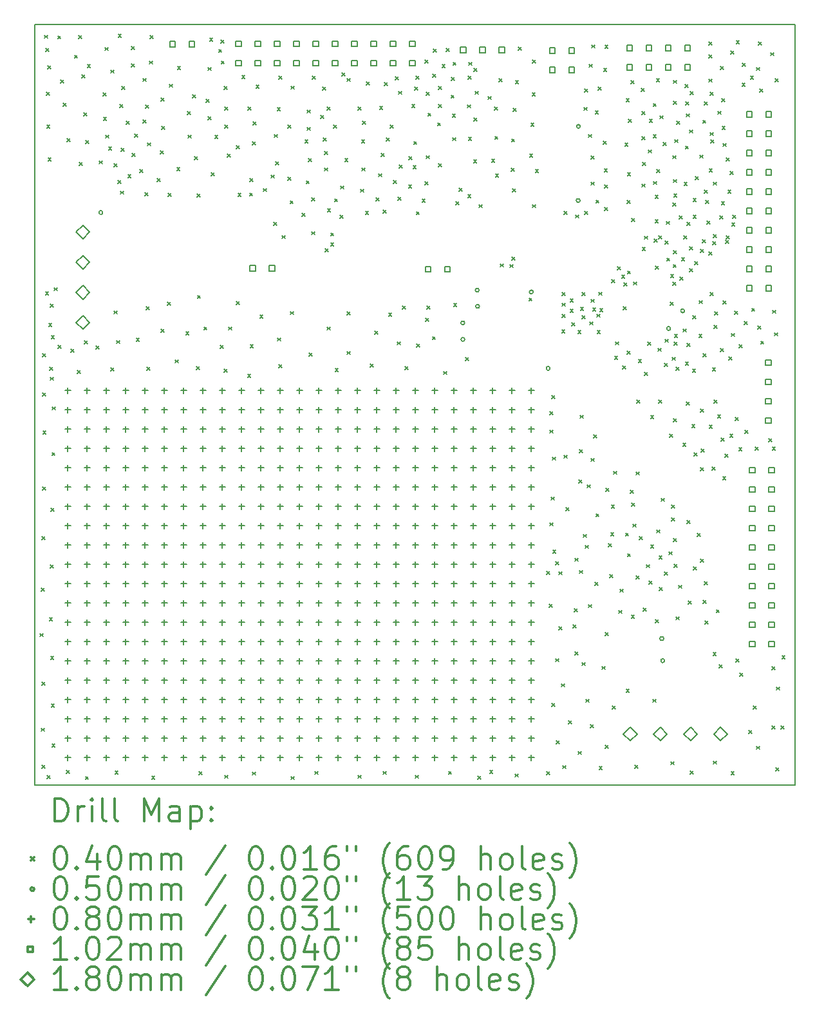
<source format=gbr>
%FSLAX45Y45*%
G04 Gerber Fmt 4.5, Leading zero omitted, Abs format (unit mm)*
G04 Created by KiCad (PCBNEW 4.0.6) date 10/03/17 08:50:34*
%MOMM*%
%LPD*%
G01*
G04 APERTURE LIST*
%ADD10C,0.127000*%
%ADD11C,0.150000*%
%ADD12C,0.200000*%
%ADD13C,0.300000*%
G04 APERTURE END LIST*
D10*
D11*
X18000000Y-2200000D02*
X18000000Y-12200000D01*
X8000000Y-12200000D02*
X18000000Y-12200000D01*
X8000000Y-2200000D02*
X8000000Y-12200000D01*
X8000000Y-2200000D02*
X18000000Y-2200000D01*
D12*
X8066000Y-10203000D02*
X8106000Y-10243000D01*
X8106000Y-10203000D02*
X8066000Y-10243000D01*
X8085000Y-9608000D02*
X8125000Y-9648000D01*
X8125000Y-9608000D02*
X8085000Y-9648000D01*
X8088000Y-11449000D02*
X8128000Y-11489000D01*
X8128000Y-11449000D02*
X8088000Y-11489000D01*
X8091000Y-8929000D02*
X8131000Y-8969000D01*
X8131000Y-8929000D02*
X8091000Y-8969000D01*
X8094000Y-10841000D02*
X8134000Y-10881000D01*
X8134000Y-10841000D02*
X8094000Y-10881000D01*
X8094000Y-11936000D02*
X8134000Y-11976000D01*
X8134000Y-11936000D02*
X8094000Y-11976000D01*
X8099000Y-7044000D02*
X8139000Y-7084000D01*
X8139000Y-7044000D02*
X8099000Y-7084000D01*
X8099000Y-8275000D02*
X8139000Y-8315000D01*
X8139000Y-8275000D02*
X8099000Y-8315000D01*
X8100000Y-6526000D02*
X8140000Y-6566000D01*
X8140000Y-6526000D02*
X8100000Y-6566000D01*
X8107000Y-7543000D02*
X8147000Y-7583000D01*
X8147000Y-7543000D02*
X8107000Y-7583000D01*
X8125000Y-2338000D02*
X8165000Y-2378000D01*
X8165000Y-2338000D02*
X8125000Y-2378000D01*
X8141000Y-5710000D02*
X8181000Y-5750000D01*
X8181000Y-5710000D02*
X8141000Y-5750000D01*
X8144000Y-2511000D02*
X8184000Y-2551000D01*
X8184000Y-2511000D02*
X8144000Y-2551000D01*
X8153000Y-3087000D02*
X8193000Y-3127000D01*
X8193000Y-3087000D02*
X8153000Y-3127000D01*
X8156000Y-3516000D02*
X8196000Y-3556000D01*
X8196000Y-3516000D02*
X8156000Y-3556000D01*
X8164000Y-12072000D02*
X8204000Y-12112000D01*
X8204000Y-12072000D02*
X8164000Y-12112000D01*
X8169000Y-2738000D02*
X8209000Y-2778000D01*
X8209000Y-2738000D02*
X8169000Y-2778000D01*
X8175000Y-3950000D02*
X8215000Y-3990000D01*
X8215000Y-3950000D02*
X8175000Y-3990000D01*
X8183000Y-6129000D02*
X8223000Y-6169000D01*
X8223000Y-6129000D02*
X8183000Y-6169000D01*
X8192000Y-9996000D02*
X8232000Y-10036000D01*
X8232000Y-9996000D02*
X8192000Y-10036000D01*
X8198000Y-6705000D02*
X8238000Y-6745000D01*
X8238000Y-6705000D02*
X8198000Y-6745000D01*
X8202000Y-6834000D02*
X8242000Y-6874000D01*
X8242000Y-6834000D02*
X8202000Y-6874000D01*
X8203000Y-9301000D02*
X8243000Y-9341000D01*
X8243000Y-9301000D02*
X8203000Y-9341000D01*
X8206000Y-5870000D02*
X8246000Y-5910000D01*
X8246000Y-5870000D02*
X8206000Y-5910000D01*
X8208000Y-10502000D02*
X8248000Y-10542000D01*
X8248000Y-10502000D02*
X8208000Y-10542000D01*
X8211000Y-8555000D02*
X8251000Y-8595000D01*
X8251000Y-8555000D02*
X8211000Y-8595000D01*
X8216000Y-11132000D02*
X8256000Y-11172000D01*
X8256000Y-11132000D02*
X8216000Y-11172000D01*
X8217000Y-6286000D02*
X8257000Y-6326000D01*
X8257000Y-6286000D02*
X8217000Y-6326000D01*
X8225000Y-7825000D02*
X8265000Y-7865000D01*
X8265000Y-7825000D02*
X8225000Y-7865000D01*
X8225000Y-11656000D02*
X8265000Y-11696000D01*
X8265000Y-11656000D02*
X8225000Y-11696000D01*
X8232000Y-7223000D02*
X8272000Y-7263000D01*
X8272000Y-7223000D02*
X8232000Y-7263000D01*
X8255000Y-5657000D02*
X8295000Y-5697000D01*
X8295000Y-5657000D02*
X8255000Y-5697000D01*
X8301000Y-2347000D02*
X8341000Y-2387000D01*
X8341000Y-2347000D02*
X8301000Y-2387000D01*
X8305000Y-6415000D02*
X8345000Y-6455000D01*
X8345000Y-6415000D02*
X8305000Y-6455000D01*
X8342000Y-2928000D02*
X8382000Y-2968000D01*
X8382000Y-2928000D02*
X8342000Y-2968000D01*
X8373000Y-3230000D02*
X8413000Y-3270000D01*
X8413000Y-3230000D02*
X8373000Y-3270000D01*
X8415000Y-12005000D02*
X8455000Y-12045000D01*
X8455000Y-12005000D02*
X8415000Y-12045000D01*
X8423000Y-3695000D02*
X8463000Y-3735000D01*
X8463000Y-3695000D02*
X8423000Y-3735000D01*
X8472000Y-6465000D02*
X8512000Y-6505000D01*
X8512000Y-6465000D02*
X8472000Y-6505000D01*
X8521000Y-2601000D02*
X8561000Y-2641000D01*
X8561000Y-2601000D02*
X8521000Y-2641000D01*
X8560000Y-6743000D02*
X8600000Y-6783000D01*
X8600000Y-6743000D02*
X8560000Y-6783000D01*
X8577000Y-2341000D02*
X8617000Y-2381000D01*
X8617000Y-2341000D02*
X8577000Y-2381000D01*
X8583000Y-4007000D02*
X8623000Y-4047000D01*
X8623000Y-4007000D02*
X8583000Y-4047000D01*
X8621000Y-2857000D02*
X8661000Y-2897000D01*
X8661000Y-2857000D02*
X8621000Y-2897000D01*
X8644000Y-3359000D02*
X8684000Y-3399000D01*
X8684000Y-3359000D02*
X8644000Y-3399000D01*
X8652000Y-6354000D02*
X8692000Y-6394000D01*
X8692000Y-6354000D02*
X8652000Y-6394000D01*
X8664000Y-12084000D02*
X8704000Y-12124000D01*
X8704000Y-12084000D02*
X8664000Y-12124000D01*
X8667000Y-3721000D02*
X8707000Y-3761000D01*
X8707000Y-3721000D02*
X8667000Y-3761000D01*
X8690000Y-2723000D02*
X8730000Y-2763000D01*
X8730000Y-2723000D02*
X8690000Y-2763000D01*
X8804000Y-6423000D02*
X8844000Y-6463000D01*
X8844000Y-6423000D02*
X8804000Y-6463000D01*
X8846000Y-3988000D02*
X8886000Y-4028000D01*
X8886000Y-3988000D02*
X8846000Y-4028000D01*
X8895000Y-3097000D02*
X8935000Y-3137000D01*
X8935000Y-3097000D02*
X8895000Y-3137000D01*
X8903000Y-3420000D02*
X8943000Y-3460000D01*
X8943000Y-3420000D02*
X8903000Y-3460000D01*
X8922000Y-2498000D02*
X8962000Y-2538000D01*
X8962000Y-2498000D02*
X8922000Y-2538000D01*
X8932000Y-3649000D02*
X8972000Y-3689000D01*
X8972000Y-3649000D02*
X8932000Y-3689000D01*
X8971000Y-3808000D02*
X9011000Y-3848000D01*
X9011000Y-3808000D02*
X8971000Y-3848000D01*
X8998000Y-2796000D02*
X9038000Y-2836000D01*
X9038000Y-2796000D02*
X8998000Y-2836000D01*
X9002000Y-6712000D02*
X9042000Y-6752000D01*
X9042000Y-6712000D02*
X9002000Y-6752000D01*
X9040000Y-5962000D02*
X9080000Y-6002000D01*
X9080000Y-5962000D02*
X9040000Y-6002000D01*
X9041000Y-4026000D02*
X9081000Y-4066000D01*
X9081000Y-4026000D02*
X9041000Y-4066000D01*
X9055000Y-12008000D02*
X9095000Y-12048000D01*
X9095000Y-12008000D02*
X9055000Y-12048000D01*
X9074000Y-6350000D02*
X9114000Y-6390000D01*
X9114000Y-6350000D02*
X9074000Y-6390000D01*
X9094000Y-4249000D02*
X9134000Y-4289000D01*
X9134000Y-4249000D02*
X9094000Y-4289000D01*
X9097000Y-2324000D02*
X9137000Y-2364000D01*
X9137000Y-2324000D02*
X9097000Y-2364000D01*
X9116000Y-3245000D02*
X9156000Y-3285000D01*
X9156000Y-3245000D02*
X9116000Y-3285000D01*
X9125000Y-4386000D02*
X9165000Y-4426000D01*
X9165000Y-4386000D02*
X9125000Y-4426000D01*
X9133000Y-3825000D02*
X9173000Y-3865000D01*
X9173000Y-3825000D02*
X9133000Y-3865000D01*
X9143000Y-3009000D02*
X9183000Y-3049000D01*
X9183000Y-3009000D02*
X9143000Y-3049000D01*
X9200000Y-3467000D02*
X9240000Y-3507000D01*
X9240000Y-3467000D02*
X9200000Y-3507000D01*
X9225000Y-4168000D02*
X9265000Y-4208000D01*
X9265000Y-4168000D02*
X9225000Y-4208000D01*
X9273000Y-2483000D02*
X9313000Y-2523000D01*
X9313000Y-2483000D02*
X9273000Y-2523000D01*
X9273000Y-2716000D02*
X9313000Y-2756000D01*
X9313000Y-2716000D02*
X9273000Y-2756000D01*
X9276000Y-3889000D02*
X9316000Y-3929000D01*
X9316000Y-3889000D02*
X9276000Y-3929000D01*
X9312000Y-3640000D02*
X9352000Y-3680000D01*
X9352000Y-3640000D02*
X9312000Y-3680000D01*
X9334000Y-6324000D02*
X9374000Y-6364000D01*
X9374000Y-6324000D02*
X9334000Y-6364000D01*
X9382000Y-4101000D02*
X9422000Y-4141000D01*
X9422000Y-4101000D02*
X9382000Y-4141000D01*
X9424000Y-3450000D02*
X9464000Y-3490000D01*
X9464000Y-3450000D02*
X9424000Y-3490000D01*
X9425000Y-2906000D02*
X9465000Y-2946000D01*
X9465000Y-2906000D02*
X9425000Y-2946000D01*
X9449000Y-4406000D02*
X9489000Y-4446000D01*
X9489000Y-4406000D02*
X9449000Y-4446000D01*
X9455000Y-3257000D02*
X9495000Y-3297000D01*
X9495000Y-3257000D02*
X9455000Y-3297000D01*
X9463000Y-5908000D02*
X9503000Y-5948000D01*
X9503000Y-5908000D02*
X9463000Y-5948000D01*
X9471000Y-6701000D02*
X9511000Y-6741000D01*
X9511000Y-6701000D02*
X9471000Y-6741000D01*
X9482000Y-3752000D02*
X9522000Y-3792000D01*
X9522000Y-3752000D02*
X9482000Y-3792000D01*
X9505000Y-2677000D02*
X9545000Y-2717000D01*
X9545000Y-2677000D02*
X9505000Y-2717000D01*
X9516000Y-2344000D02*
X9556000Y-2384000D01*
X9556000Y-2344000D02*
X9516000Y-2384000D01*
X9538000Y-12078000D02*
X9578000Y-12118000D01*
X9578000Y-12078000D02*
X9538000Y-12118000D01*
X9608000Y-4224000D02*
X9648000Y-4264000D01*
X9648000Y-4224000D02*
X9608000Y-4264000D01*
X9650000Y-3855000D02*
X9690000Y-3895000D01*
X9690000Y-3855000D02*
X9650000Y-3895000D01*
X9658000Y-3162000D02*
X9698000Y-3202000D01*
X9698000Y-3162000D02*
X9658000Y-3202000D01*
X9661000Y-6202000D02*
X9701000Y-6242000D01*
X9701000Y-6202000D02*
X9661000Y-6242000D01*
X9667000Y-3534000D02*
X9707000Y-3574000D01*
X9707000Y-3534000D02*
X9667000Y-3574000D01*
X9745000Y-5847000D02*
X9785000Y-5887000D01*
X9785000Y-5847000D02*
X9745000Y-5887000D01*
X9756000Y-4415000D02*
X9796000Y-4455000D01*
X9796000Y-4415000D02*
X9756000Y-4455000D01*
X9768000Y-2982000D02*
X9808000Y-3022000D01*
X9808000Y-2982000D02*
X9768000Y-3022000D01*
X9848000Y-6606000D02*
X9888000Y-6646000D01*
X9888000Y-6606000D02*
X9848000Y-6646000D01*
X9867000Y-4080000D02*
X9907000Y-4120000D01*
X9907000Y-4080000D02*
X9867000Y-4120000D01*
X9875000Y-2746000D02*
X9915000Y-2786000D01*
X9915000Y-2746000D02*
X9875000Y-2786000D01*
X9985000Y-6236000D02*
X10025000Y-6276000D01*
X10025000Y-6236000D02*
X9985000Y-6276000D01*
X10005000Y-3344000D02*
X10045000Y-3384000D01*
X10045000Y-3344000D02*
X10005000Y-3384000D01*
X10013000Y-3651000D02*
X10053000Y-3691000D01*
X10053000Y-3651000D02*
X10013000Y-3691000D01*
X10073000Y-3123000D02*
X10113000Y-3163000D01*
X10113000Y-3123000D02*
X10073000Y-3163000D01*
X10099000Y-3935000D02*
X10139000Y-3975000D01*
X10139000Y-3935000D02*
X10099000Y-3975000D01*
X10126000Y-6693000D02*
X10166000Y-6733000D01*
X10166000Y-6693000D02*
X10126000Y-6733000D01*
X10134000Y-4426000D02*
X10174000Y-4466000D01*
X10174000Y-4426000D02*
X10134000Y-4466000D01*
X10139000Y-5758000D02*
X10179000Y-5798000D01*
X10179000Y-5758000D02*
X10139000Y-5798000D01*
X10157000Y-12020000D02*
X10197000Y-12060000D01*
X10197000Y-12020000D02*
X10157000Y-12060000D01*
X10223000Y-6174000D02*
X10263000Y-6214000D01*
X10263000Y-6174000D02*
X10223000Y-6214000D01*
X10254000Y-3182000D02*
X10294000Y-3222000D01*
X10294000Y-3182000D02*
X10254000Y-3222000D01*
X10276000Y-2760000D02*
X10316000Y-2800000D01*
X10316000Y-2760000D02*
X10276000Y-2800000D01*
X10279000Y-3411000D02*
X10319000Y-3451000D01*
X10319000Y-3411000D02*
X10279000Y-3451000D01*
X10299000Y-2377000D02*
X10339000Y-2417000D01*
X10339000Y-2377000D02*
X10299000Y-2417000D01*
X10320000Y-4148000D02*
X10360000Y-4188000D01*
X10360000Y-4148000D02*
X10320000Y-4188000D01*
X10366000Y-3657000D02*
X10406000Y-3697000D01*
X10406000Y-3657000D02*
X10366000Y-3697000D01*
X10418000Y-2524000D02*
X10458000Y-2564000D01*
X10458000Y-2524000D02*
X10418000Y-2564000D01*
X10438000Y-6412000D02*
X10478000Y-6452000D01*
X10478000Y-6412000D02*
X10438000Y-6452000D01*
X10447000Y-2402000D02*
X10487000Y-2442000D01*
X10487000Y-2402000D02*
X10447000Y-2442000D01*
X10451000Y-2676000D02*
X10491000Y-2716000D01*
X10491000Y-2676000D02*
X10451000Y-2716000D01*
X10488000Y-6725000D02*
X10528000Y-6765000D01*
X10528000Y-6725000D02*
X10488000Y-6765000D01*
X10492000Y-3012000D02*
X10532000Y-3052000D01*
X10532000Y-3012000D02*
X10492000Y-3052000D01*
X10496000Y-12065000D02*
X10536000Y-12105000D01*
X10536000Y-12065000D02*
X10496000Y-12105000D01*
X10499000Y-3279000D02*
X10539000Y-3319000D01*
X10539000Y-3279000D02*
X10499000Y-3319000D01*
X10499000Y-3516000D02*
X10539000Y-3556000D01*
X10539000Y-3516000D02*
X10499000Y-3556000D01*
X10534000Y-3897000D02*
X10574000Y-3937000D01*
X10574000Y-3897000D02*
X10534000Y-3937000D01*
X10547000Y-6172000D02*
X10587000Y-6212000D01*
X10587000Y-6172000D02*
X10547000Y-6212000D01*
X10652000Y-3790000D02*
X10692000Y-3830000D01*
X10692000Y-3790000D02*
X10652000Y-3830000D01*
X10653000Y-5836000D02*
X10693000Y-5876000D01*
X10693000Y-5836000D02*
X10653000Y-5876000D01*
X10671000Y-4419000D02*
X10711000Y-4459000D01*
X10711000Y-4419000D02*
X10671000Y-4459000D01*
X10723000Y-2865000D02*
X10763000Y-2905000D01*
X10763000Y-2865000D02*
X10723000Y-2905000D01*
X10798000Y-6797000D02*
X10838000Y-6837000D01*
X10838000Y-6797000D02*
X10798000Y-6837000D01*
X10800000Y-3279000D02*
X10840000Y-3319000D01*
X10840000Y-3279000D02*
X10800000Y-3319000D01*
X10824000Y-4411000D02*
X10864000Y-4451000D01*
X10864000Y-4411000D02*
X10824000Y-4451000D01*
X10831000Y-4221000D02*
X10871000Y-4261000D01*
X10871000Y-4221000D02*
X10831000Y-4261000D01*
X10832000Y-6406000D02*
X10872000Y-6446000D01*
X10872000Y-6406000D02*
X10832000Y-6446000D01*
X10861000Y-3740000D02*
X10901000Y-3780000D01*
X10901000Y-3740000D02*
X10861000Y-3780000D01*
X10861000Y-12023000D02*
X10901000Y-12063000D01*
X10901000Y-12023000D02*
X10861000Y-12063000D01*
X10869000Y-3474000D02*
X10909000Y-3514000D01*
X10909000Y-3474000D02*
X10869000Y-3514000D01*
X10908000Y-2995000D02*
X10948000Y-3035000D01*
X10948000Y-2995000D02*
X10908000Y-3035000D01*
X10960000Y-6015000D02*
X11000000Y-6055000D01*
X11000000Y-6015000D02*
X10960000Y-6055000D01*
X11008000Y-4353000D02*
X11048000Y-4393000D01*
X11048000Y-4353000D02*
X11008000Y-4393000D01*
X11106000Y-4174000D02*
X11146000Y-4214000D01*
X11146000Y-4174000D02*
X11106000Y-4214000D01*
X11143000Y-4800000D02*
X11183000Y-4840000D01*
X11183000Y-4800000D02*
X11143000Y-4840000D01*
X11151000Y-3641000D02*
X11191000Y-3681000D01*
X11191000Y-3641000D02*
X11151000Y-3681000D01*
X11166000Y-4003000D02*
X11206000Y-4043000D01*
X11206000Y-4003000D02*
X11166000Y-4043000D01*
X11189000Y-3291000D02*
X11229000Y-3331000D01*
X11229000Y-3291000D02*
X11189000Y-3331000D01*
X11195000Y-6317000D02*
X11235000Y-6357000D01*
X11235000Y-6317000D02*
X11195000Y-6357000D01*
X11207000Y-2876000D02*
X11247000Y-2916000D01*
X11247000Y-2876000D02*
X11207000Y-2916000D01*
X11212000Y-6669000D02*
X11252000Y-6709000D01*
X11252000Y-6669000D02*
X11212000Y-6709000D01*
X11251000Y-4970000D02*
X11291000Y-5010000D01*
X11291000Y-4970000D02*
X11251000Y-5010000D01*
X11325000Y-3516000D02*
X11365000Y-3556000D01*
X11365000Y-3516000D02*
X11325000Y-3556000D01*
X11329000Y-4207000D02*
X11369000Y-4247000D01*
X11369000Y-4207000D02*
X11329000Y-4247000D01*
X11357000Y-4514000D02*
X11397000Y-4554000D01*
X11397000Y-4514000D02*
X11357000Y-4554000D01*
X11363000Y-5970000D02*
X11403000Y-6010000D01*
X11403000Y-5970000D02*
X11363000Y-6010000D01*
X11372000Y-12084000D02*
X11412000Y-12124000D01*
X11412000Y-12084000D02*
X11372000Y-12124000D01*
X11373000Y-3007000D02*
X11413000Y-3047000D01*
X11413000Y-3007000D02*
X11373000Y-3047000D01*
X11514000Y-4680000D02*
X11554000Y-4720000D01*
X11554000Y-4680000D02*
X11514000Y-4720000D01*
X11552000Y-3711000D02*
X11592000Y-3751000D01*
X11592000Y-3711000D02*
X11552000Y-3751000D01*
X11570000Y-4251000D02*
X11610000Y-4291000D01*
X11610000Y-4251000D02*
X11570000Y-4291000D01*
X11581000Y-3319000D02*
X11621000Y-3359000D01*
X11621000Y-3319000D02*
X11581000Y-3359000D01*
X11582000Y-3549000D02*
X11622000Y-3589000D01*
X11622000Y-3549000D02*
X11582000Y-3589000D01*
X11601000Y-3961000D02*
X11641000Y-4001000D01*
X11641000Y-3961000D02*
X11601000Y-4001000D01*
X11609000Y-6518000D02*
X11649000Y-6558000D01*
X11649000Y-6518000D02*
X11609000Y-6558000D01*
X11642000Y-4473000D02*
X11682000Y-4513000D01*
X11682000Y-4473000D02*
X11642000Y-4513000D01*
X11642000Y-4920000D02*
X11682000Y-4960000D01*
X11682000Y-4920000D02*
X11642000Y-4960000D01*
X11649000Y-2877000D02*
X11689000Y-2917000D01*
X11689000Y-2877000D02*
X11649000Y-2917000D01*
X11684000Y-12016000D02*
X11724000Y-12056000D01*
X11724000Y-12016000D02*
X11684000Y-12056000D01*
X11759000Y-3394000D02*
X11799000Y-3434000D01*
X11799000Y-3394000D02*
X11759000Y-3434000D01*
X11786000Y-3020000D02*
X11826000Y-3060000D01*
X11826000Y-3020000D02*
X11786000Y-3060000D01*
X11791000Y-3686000D02*
X11831000Y-3726000D01*
X11831000Y-3686000D02*
X11791000Y-3726000D01*
X11808000Y-3863000D02*
X11848000Y-3903000D01*
X11848000Y-3863000D02*
X11808000Y-3903000D01*
X11810000Y-4081000D02*
X11850000Y-4121000D01*
X11850000Y-4081000D02*
X11810000Y-4121000D01*
X11819000Y-5143000D02*
X11859000Y-5183000D01*
X11859000Y-5143000D02*
X11819000Y-5183000D01*
X11843000Y-6172000D02*
X11883000Y-6212000D01*
X11883000Y-6172000D02*
X11843000Y-6212000D01*
X11844000Y-3284000D02*
X11884000Y-3324000D01*
X11884000Y-3284000D02*
X11844000Y-3324000D01*
X11849000Y-4618000D02*
X11889000Y-4658000D01*
X11889000Y-4618000D02*
X11849000Y-4658000D01*
X11892000Y-4936000D02*
X11932000Y-4976000D01*
X11932000Y-4936000D02*
X11892000Y-4976000D01*
X11892000Y-5069000D02*
X11932000Y-5109000D01*
X11932000Y-5069000D02*
X11892000Y-5109000D01*
X11928000Y-3516000D02*
X11968000Y-3556000D01*
X11968000Y-3516000D02*
X11928000Y-3556000D01*
X11942000Y-4489000D02*
X11982000Y-4529000D01*
X11982000Y-4489000D02*
X11942000Y-4529000D01*
X11949000Y-6719000D02*
X11989000Y-6759000D01*
X11989000Y-6719000D02*
X11949000Y-6759000D01*
X12016000Y-4702000D02*
X12056000Y-4742000D01*
X12056000Y-4702000D02*
X12016000Y-4742000D01*
X12024000Y-4318000D02*
X12064000Y-4358000D01*
X12064000Y-4318000D02*
X12024000Y-4358000D01*
X12039000Y-2830000D02*
X12079000Y-2870000D01*
X12079000Y-2830000D02*
X12039000Y-2870000D01*
X12077000Y-3961000D02*
X12117000Y-4001000D01*
X12117000Y-3961000D02*
X12077000Y-4001000D01*
X12106000Y-5976000D02*
X12146000Y-6016000D01*
X12146000Y-5976000D02*
X12106000Y-6016000D01*
X12106000Y-6496000D02*
X12146000Y-6536000D01*
X12146000Y-6496000D02*
X12106000Y-6536000D01*
X12109000Y-2905000D02*
X12149000Y-2945000D01*
X12149000Y-2905000D02*
X12109000Y-2945000D01*
X12248000Y-3283000D02*
X12288000Y-3323000D01*
X12288000Y-3283000D02*
X12248000Y-3323000D01*
X12252000Y-12065000D02*
X12292000Y-12105000D01*
X12292000Y-12065000D02*
X12252000Y-12105000D01*
X12282000Y-4362000D02*
X12322000Y-4402000D01*
X12322000Y-4362000D02*
X12282000Y-4402000D01*
X12298000Y-3714000D02*
X12338000Y-3754000D01*
X12338000Y-3714000D02*
X12298000Y-3754000D01*
X12302000Y-4083000D02*
X12342000Y-4123000D01*
X12342000Y-4083000D02*
X12302000Y-4123000D01*
X12313000Y-3470000D02*
X12353000Y-3510000D01*
X12353000Y-3470000D02*
X12313000Y-3510000D01*
X12349000Y-4654000D02*
X12389000Y-4694000D01*
X12389000Y-4654000D02*
X12349000Y-4694000D01*
X12363000Y-2950000D02*
X12403000Y-2990000D01*
X12403000Y-2950000D02*
X12363000Y-2990000D01*
X12413000Y-6658000D02*
X12453000Y-6698000D01*
X12453000Y-6658000D02*
X12413000Y-6698000D01*
X12469000Y-6227000D02*
X12509000Y-6267000D01*
X12509000Y-6227000D02*
X12469000Y-6267000D01*
X12485000Y-4473000D02*
X12525000Y-4513000D01*
X12525000Y-4473000D02*
X12485000Y-4513000D01*
X12519000Y-4158000D02*
X12559000Y-4198000D01*
X12559000Y-4158000D02*
X12519000Y-4198000D01*
X12535000Y-3272000D02*
X12575000Y-3312000D01*
X12575000Y-3272000D02*
X12535000Y-3312000D01*
X12558000Y-3889000D02*
X12598000Y-3929000D01*
X12598000Y-3889000D02*
X12558000Y-3929000D01*
X12581000Y-4638000D02*
X12621000Y-4678000D01*
X12621000Y-4638000D02*
X12581000Y-4678000D01*
X12583000Y-12016000D02*
X12623000Y-12056000D01*
X12623000Y-12016000D02*
X12583000Y-12056000D01*
X12600000Y-2961000D02*
X12640000Y-3001000D01*
X12640000Y-2961000D02*
X12600000Y-3001000D01*
X12625000Y-3691000D02*
X12665000Y-3731000D01*
X12665000Y-3691000D02*
X12625000Y-3731000D01*
X12654000Y-5993000D02*
X12694000Y-6033000D01*
X12694000Y-5993000D02*
X12654000Y-6033000D01*
X12671000Y-3519000D02*
X12711000Y-3559000D01*
X12711000Y-3519000D02*
X12671000Y-3559000D01*
X12715000Y-4244000D02*
X12755000Y-4284000D01*
X12755000Y-4244000D02*
X12715000Y-4284000D01*
X12743000Y-2883000D02*
X12783000Y-2923000D01*
X12783000Y-2883000D02*
X12743000Y-2923000D01*
X12765000Y-6367000D02*
X12805000Y-6407000D01*
X12805000Y-6367000D02*
X12765000Y-6407000D01*
X12774000Y-4467000D02*
X12814000Y-4507000D01*
X12814000Y-4467000D02*
X12774000Y-4507000D01*
X12785000Y-3074000D02*
X12825000Y-3114000D01*
X12825000Y-3074000D02*
X12785000Y-3114000D01*
X12793000Y-4042000D02*
X12833000Y-4082000D01*
X12833000Y-4042000D02*
X12793000Y-4082000D01*
X12832000Y-5898000D02*
X12872000Y-5938000D01*
X12872000Y-5898000D02*
X12832000Y-5938000D01*
X12866000Y-6691000D02*
X12906000Y-6731000D01*
X12906000Y-6691000D02*
X12866000Y-6731000D01*
X12916000Y-4308000D02*
X12956000Y-4348000D01*
X12956000Y-4308000D02*
X12916000Y-4348000D01*
X12922000Y-3935000D02*
X12962000Y-3975000D01*
X12962000Y-3935000D02*
X12922000Y-3975000D01*
X12957000Y-3249000D02*
X12997000Y-3289000D01*
X12997000Y-3249000D02*
X12957000Y-3289000D01*
X12974000Y-4051000D02*
X13014000Y-4091000D01*
X13014000Y-4051000D02*
X12974000Y-4091000D01*
X12983000Y-3734000D02*
X13023000Y-3774000D01*
X13023000Y-3734000D02*
X12983000Y-3774000D01*
X12995000Y-3017000D02*
X13035000Y-3057000D01*
X13035000Y-3017000D02*
X12995000Y-3057000D01*
X13006000Y-12065000D02*
X13046000Y-12105000D01*
X13046000Y-12065000D02*
X13006000Y-12105000D01*
X13011000Y-2877000D02*
X13051000Y-2917000D01*
X13051000Y-2877000D02*
X13011000Y-2917000D01*
X13017000Y-4657000D02*
X13057000Y-4697000D01*
X13057000Y-4657000D02*
X13017000Y-4697000D01*
X13022000Y-6395000D02*
X13062000Y-6435000D01*
X13062000Y-6395000D02*
X13022000Y-6435000D01*
X13092000Y-4490000D02*
X13132000Y-4530000D01*
X13132000Y-4490000D02*
X13092000Y-4530000D01*
X13133000Y-2664000D02*
X13173000Y-2704000D01*
X13173000Y-2664000D02*
X13133000Y-2704000D01*
X13134000Y-4263000D02*
X13174000Y-4303000D01*
X13174000Y-4263000D02*
X13134000Y-4303000D01*
X13140000Y-6060000D02*
X13180000Y-6100000D01*
X13180000Y-6060000D02*
X13140000Y-6100000D01*
X13147000Y-3085000D02*
X13187000Y-3125000D01*
X13187000Y-3085000D02*
X13147000Y-3125000D01*
X13149000Y-3921000D02*
X13189000Y-3961000D01*
X13189000Y-3921000D02*
X13149000Y-3961000D01*
X13157000Y-5898000D02*
X13197000Y-5938000D01*
X13197000Y-5898000D02*
X13157000Y-5938000D01*
X13170000Y-3363000D02*
X13210000Y-3403000D01*
X13210000Y-3363000D02*
X13170000Y-3403000D01*
X13229000Y-6300000D02*
X13269000Y-6340000D01*
X13269000Y-6300000D02*
X13229000Y-6340000D01*
X13231000Y-2849000D02*
X13271000Y-2889000D01*
X13271000Y-2849000D02*
X13231000Y-2889000D01*
X13241000Y-2522000D02*
X13281000Y-2562000D01*
X13281000Y-2522000D02*
X13241000Y-2562000D01*
X13296000Y-3489000D02*
X13336000Y-3529000D01*
X13336000Y-3489000D02*
X13296000Y-3529000D01*
X13307000Y-3013000D02*
X13347000Y-3053000D01*
X13347000Y-3013000D02*
X13307000Y-3053000D01*
X13310000Y-4025000D02*
X13350000Y-4065000D01*
X13350000Y-4025000D02*
X13310000Y-4065000D01*
X13311000Y-3249000D02*
X13351000Y-3289000D01*
X13351000Y-3249000D02*
X13311000Y-3289000D01*
X13355000Y-2725000D02*
X13395000Y-2765000D01*
X13395000Y-2725000D02*
X13355000Y-2765000D01*
X13374000Y-6758000D02*
X13414000Y-6798000D01*
X13414000Y-6758000D02*
X13374000Y-6798000D01*
X13409000Y-2514000D02*
X13449000Y-2554000D01*
X13449000Y-2514000D02*
X13409000Y-2554000D01*
X13441000Y-12016000D02*
X13481000Y-12056000D01*
X13481000Y-12016000D02*
X13441000Y-12056000D01*
X13474000Y-3124000D02*
X13514000Y-3164000D01*
X13514000Y-3124000D02*
X13474000Y-3164000D01*
X13481000Y-2892000D02*
X13521000Y-2932000D01*
X13521000Y-2892000D02*
X13481000Y-2932000D01*
X13490000Y-3377000D02*
X13530000Y-3417000D01*
X13530000Y-3377000D02*
X13490000Y-3417000D01*
X13496000Y-3683000D02*
X13536000Y-3723000D01*
X13536000Y-3683000D02*
X13496000Y-3723000D01*
X13499000Y-2693000D02*
X13539000Y-2733000D01*
X13539000Y-2693000D02*
X13499000Y-2733000D01*
X13509000Y-5864000D02*
X13549000Y-5904000D01*
X13549000Y-5864000D02*
X13509000Y-5904000D01*
X13538000Y-4526000D02*
X13578000Y-4566000D01*
X13578000Y-4526000D02*
X13538000Y-4566000D01*
X13582000Y-4351000D02*
X13622000Y-4391000D01*
X13622000Y-4351000D02*
X13582000Y-4391000D01*
X13665000Y-6574000D02*
X13705000Y-6614000D01*
X13705000Y-6574000D02*
X13665000Y-6614000D01*
X13692000Y-3252000D02*
X13732000Y-3292000D01*
X13732000Y-3252000D02*
X13692000Y-3292000D01*
X13694000Y-4436000D02*
X13734000Y-4476000D01*
X13734000Y-4436000D02*
X13694000Y-4476000D01*
X13700000Y-2876000D02*
X13740000Y-2916000D01*
X13740000Y-2876000D02*
X13700000Y-2916000D01*
X13702000Y-3682000D02*
X13742000Y-3722000D01*
X13742000Y-3682000D02*
X13702000Y-3722000D01*
X13710000Y-2693000D02*
X13750000Y-2733000D01*
X13750000Y-2693000D02*
X13710000Y-2733000D01*
X13771000Y-3975000D02*
X13811000Y-4015000D01*
X13811000Y-3975000D02*
X13771000Y-4015000D01*
X13775000Y-2774000D02*
X13815000Y-2814000D01*
X13815000Y-2774000D02*
X13775000Y-2814000D01*
X13777000Y-3426000D02*
X13817000Y-3466000D01*
X13817000Y-3426000D02*
X13777000Y-3466000D01*
X13794000Y-3075000D02*
X13834000Y-3115000D01*
X13834000Y-3075000D02*
X13794000Y-3115000D01*
X13824000Y-12079000D02*
X13864000Y-12119000D01*
X13864000Y-12079000D02*
X13824000Y-12119000D01*
X13844000Y-4564000D02*
X13884000Y-4604000D01*
X13884000Y-4564000D02*
X13844000Y-4604000D01*
X13958000Y-3141000D02*
X13998000Y-3181000D01*
X13998000Y-3141000D02*
X13958000Y-3181000D01*
X13983000Y-12003000D02*
X14023000Y-12043000D01*
X14023000Y-12003000D02*
X13983000Y-12043000D01*
X14008000Y-3969000D02*
X14048000Y-4009000D01*
X14048000Y-3969000D02*
X14008000Y-4009000D01*
X14048000Y-3280000D02*
X14088000Y-3320000D01*
X14088000Y-3280000D02*
X14048000Y-3320000D01*
X14050000Y-3668000D02*
X14090000Y-3708000D01*
X14090000Y-3668000D02*
X14050000Y-3708000D01*
X14058000Y-4160000D02*
X14098000Y-4200000D01*
X14098000Y-4160000D02*
X14058000Y-4200000D01*
X14104000Y-2908000D02*
X14144000Y-2948000D01*
X14144000Y-2908000D02*
X14104000Y-2948000D01*
X14119000Y-5343000D02*
X14159000Y-5383000D01*
X14159000Y-5343000D02*
X14119000Y-5383000D01*
X14246000Y-5352000D02*
X14286000Y-5392000D01*
X14286000Y-5352000D02*
X14246000Y-5392000D01*
X14263000Y-4087000D02*
X14303000Y-4127000D01*
X14303000Y-4087000D02*
X14263000Y-4127000D01*
X14269000Y-3700000D02*
X14309000Y-3740000D01*
X14309000Y-3700000D02*
X14269000Y-3740000D01*
X14277000Y-5252000D02*
X14317000Y-5292000D01*
X14317000Y-5252000D02*
X14277000Y-5292000D01*
X14283000Y-4358000D02*
X14323000Y-4398000D01*
X14323000Y-4358000D02*
X14283000Y-4398000D01*
X14294000Y-3299000D02*
X14334000Y-3339000D01*
X14334000Y-3299000D02*
X14294000Y-3339000D01*
X14318000Y-12050000D02*
X14358000Y-12090000D01*
X14358000Y-12050000D02*
X14318000Y-12090000D01*
X14321000Y-2937000D02*
X14361000Y-2977000D01*
X14361000Y-2937000D02*
X14321000Y-2977000D01*
X14358000Y-2492000D02*
X14398000Y-2532000D01*
X14398000Y-2492000D02*
X14358000Y-2532000D01*
X14498000Y-5793000D02*
X14538000Y-5833000D01*
X14538000Y-5793000D02*
X14498000Y-5833000D01*
X14508000Y-3900000D02*
X14548000Y-3940000D01*
X14548000Y-3900000D02*
X14508000Y-3940000D01*
X14525000Y-3491000D02*
X14565000Y-3531000D01*
X14565000Y-3491000D02*
X14525000Y-3531000D01*
X14542000Y-3095000D02*
X14582000Y-3135000D01*
X14582000Y-3095000D02*
X14542000Y-3135000D01*
X14545000Y-4565000D02*
X14585000Y-4605000D01*
X14585000Y-4565000D02*
X14545000Y-4605000D01*
X14548000Y-2662000D02*
X14588000Y-2702000D01*
X14588000Y-2662000D02*
X14548000Y-2702000D01*
X14584000Y-4104000D02*
X14624000Y-4144000D01*
X14624000Y-4104000D02*
X14584000Y-4144000D01*
X14730000Y-12020000D02*
X14770000Y-12060000D01*
X14770000Y-12020000D02*
X14730000Y-12060000D01*
X14732000Y-9386000D02*
X14772000Y-9426000D01*
X14772000Y-9386000D02*
X14732000Y-9426000D01*
X14767000Y-9815000D02*
X14807000Y-9855000D01*
X14807000Y-9815000D02*
X14767000Y-9855000D01*
X14773000Y-7288000D02*
X14813000Y-7328000D01*
X14813000Y-7288000D02*
X14773000Y-7328000D01*
X14773000Y-7528000D02*
X14813000Y-7568000D01*
X14813000Y-7528000D02*
X14773000Y-7568000D01*
X14774000Y-8747000D02*
X14814000Y-8787000D01*
X14814000Y-8747000D02*
X14774000Y-8787000D01*
X14791000Y-8408000D02*
X14831000Y-8448000D01*
X14831000Y-8408000D02*
X14791000Y-8448000D01*
X14800000Y-7074000D02*
X14840000Y-7114000D01*
X14840000Y-7074000D02*
X14800000Y-7114000D01*
X14801000Y-11124000D02*
X14841000Y-11164000D01*
X14841000Y-11124000D02*
X14801000Y-11164000D01*
X14809000Y-7883000D02*
X14849000Y-7923000D01*
X14849000Y-7883000D02*
X14809000Y-7923000D01*
X14812000Y-9109000D02*
X14852000Y-9149000D01*
X14852000Y-9109000D02*
X14812000Y-9149000D01*
X14850000Y-9262000D02*
X14890000Y-9302000D01*
X14890000Y-9262000D02*
X14850000Y-9302000D01*
X14852000Y-10534000D02*
X14892000Y-10574000D01*
X14892000Y-10534000D02*
X14852000Y-10574000D01*
X14858000Y-11612000D02*
X14898000Y-11652000D01*
X14898000Y-11612000D02*
X14858000Y-11652000D01*
X14890000Y-9391000D02*
X14930000Y-9431000D01*
X14930000Y-9391000D02*
X14890000Y-9431000D01*
X14890000Y-10115000D02*
X14930000Y-10155000D01*
X14930000Y-10115000D02*
X14890000Y-10155000D01*
X14928000Y-10864000D02*
X14968000Y-10904000D01*
X14968000Y-10864000D02*
X14928000Y-10904000D01*
X14930000Y-6213000D02*
X14970000Y-6253000D01*
X14970000Y-6213000D02*
X14930000Y-6253000D01*
X14933000Y-6009000D02*
X14973000Y-6049000D01*
X14973000Y-6009000D02*
X14933000Y-6049000D01*
X14934000Y-5720000D02*
X14974000Y-5760000D01*
X14974000Y-5720000D02*
X14934000Y-5760000D01*
X14935000Y-5860000D02*
X14975000Y-5900000D01*
X14975000Y-5860000D02*
X14935000Y-5900000D01*
X14942000Y-11940000D02*
X14982000Y-11980000D01*
X14982000Y-11940000D02*
X14942000Y-11980000D01*
X14958000Y-4651000D02*
X14998000Y-4691000D01*
X14998000Y-4651000D02*
X14958000Y-4691000D01*
X14960000Y-7857000D02*
X15000000Y-7897000D01*
X15000000Y-7857000D02*
X14960000Y-7897000D01*
X14984000Y-8549000D02*
X15024000Y-8589000D01*
X15024000Y-8549000D02*
X14984000Y-8589000D01*
X15018000Y-11349000D02*
X15058000Y-11389000D01*
X15058000Y-11349000D02*
X15018000Y-11389000D01*
X15041000Y-5804000D02*
X15081000Y-5844000D01*
X15081000Y-5804000D02*
X15041000Y-5844000D01*
X15041000Y-5942000D02*
X15081000Y-5982000D01*
X15081000Y-5942000D02*
X15041000Y-5982000D01*
X15059000Y-6119000D02*
X15099000Y-6159000D01*
X15099000Y-6119000D02*
X15059000Y-6159000D01*
X15080000Y-10089000D02*
X15120000Y-10129000D01*
X15120000Y-10089000D02*
X15080000Y-10129000D01*
X15094000Y-9876000D02*
X15134000Y-9916000D01*
X15134000Y-9876000D02*
X15094000Y-9916000D01*
X15106000Y-9213000D02*
X15146000Y-9253000D01*
X15146000Y-9213000D02*
X15106000Y-9253000D01*
X15106000Y-10445000D02*
X15146000Y-10485000D01*
X15146000Y-10445000D02*
X15106000Y-10485000D01*
X15110000Y-4701000D02*
X15150000Y-4741000D01*
X15150000Y-4701000D02*
X15110000Y-4741000D01*
X15141000Y-6221000D02*
X15181000Y-6261000D01*
X15181000Y-6221000D02*
X15141000Y-6261000D01*
X15148000Y-11753000D02*
X15188000Y-11793000D01*
X15188000Y-11753000D02*
X15148000Y-11793000D01*
X15155000Y-8185000D02*
X15195000Y-8225000D01*
X15195000Y-8185000D02*
X15155000Y-8225000D01*
X15163000Y-9374000D02*
X15203000Y-9414000D01*
X15203000Y-9374000D02*
X15163000Y-9414000D01*
X15164000Y-7785000D02*
X15204000Y-7825000D01*
X15204000Y-7785000D02*
X15164000Y-7825000D01*
X15173000Y-7332000D02*
X15213000Y-7372000D01*
X15213000Y-7332000D02*
X15173000Y-7372000D01*
X15175000Y-5913000D02*
X15215000Y-5953000D01*
X15215000Y-5913000D02*
X15175000Y-5953000D01*
X15195000Y-10585000D02*
X15235000Y-10625000D01*
X15235000Y-10585000D02*
X15195000Y-10625000D01*
X15198000Y-6025000D02*
X15238000Y-6065000D01*
X15238000Y-6025000D02*
X15198000Y-6065000D01*
X15200000Y-5718000D02*
X15240000Y-5758000D01*
X15240000Y-5718000D02*
X15200000Y-5758000D01*
X15216000Y-8899000D02*
X15256000Y-8939000D01*
X15256000Y-8899000D02*
X15216000Y-8939000D01*
X15224000Y-3285000D02*
X15264000Y-3325000D01*
X15264000Y-3285000D02*
X15224000Y-3325000D01*
X15228000Y-4654000D02*
X15268000Y-4694000D01*
X15268000Y-4654000D02*
X15228000Y-4694000D01*
X15232000Y-3042000D02*
X15272000Y-3082000D01*
X15272000Y-3042000D02*
X15232000Y-3082000D01*
X15241000Y-9044000D02*
X15281000Y-9084000D01*
X15281000Y-9044000D02*
X15241000Y-9084000D01*
X15245000Y-11067000D02*
X15285000Y-11107000D01*
X15285000Y-11067000D02*
X15245000Y-11107000D01*
X15262000Y-8248000D02*
X15302000Y-8288000D01*
X15302000Y-8248000D02*
X15262000Y-8288000D01*
X15279000Y-3642000D02*
X15319000Y-3682000D01*
X15319000Y-3642000D02*
X15279000Y-3682000D01*
X15284000Y-9823000D02*
X15324000Y-9863000D01*
X15324000Y-9823000D02*
X15284000Y-9863000D01*
X15291000Y-2718000D02*
X15331000Y-2758000D01*
X15331000Y-2718000D02*
X15291000Y-2758000D01*
X15301000Y-6106000D02*
X15341000Y-6146000D01*
X15341000Y-6106000D02*
X15301000Y-6146000D01*
X15308000Y-11399000D02*
X15348000Y-11439000D01*
X15348000Y-11399000D02*
X15308000Y-11439000D01*
X15313000Y-4269000D02*
X15353000Y-4309000D01*
X15353000Y-4269000D02*
X15313000Y-4309000D01*
X15315000Y-7901000D02*
X15355000Y-7941000D01*
X15355000Y-7901000D02*
X15315000Y-7941000D01*
X15316000Y-3928000D02*
X15356000Y-3968000D01*
X15356000Y-3928000D02*
X15316000Y-3968000D01*
X15318000Y-5808000D02*
X15358000Y-5848000D01*
X15358000Y-5808000D02*
X15318000Y-5848000D01*
X15327000Y-2464000D02*
X15367000Y-2504000D01*
X15367000Y-2464000D02*
X15327000Y-2504000D01*
X15336000Y-5924000D02*
X15376000Y-5964000D01*
X15376000Y-5924000D02*
X15336000Y-5964000D01*
X15351000Y-7590000D02*
X15391000Y-7630000D01*
X15391000Y-7590000D02*
X15351000Y-7630000D01*
X15366000Y-9532000D02*
X15406000Y-9572000D01*
X15406000Y-9532000D02*
X15366000Y-9572000D01*
X15370000Y-3333000D02*
X15410000Y-3373000D01*
X15410000Y-3333000D02*
X15370000Y-3373000D01*
X15378000Y-4506000D02*
X15418000Y-4546000D01*
X15418000Y-4506000D02*
X15378000Y-4546000D01*
X15380000Y-8629000D02*
X15420000Y-8669000D01*
X15420000Y-8629000D02*
X15380000Y-8669000D01*
X15391000Y-6003000D02*
X15431000Y-6043000D01*
X15431000Y-6003000D02*
X15391000Y-6043000D01*
X15397000Y-6218000D02*
X15437000Y-6258000D01*
X15437000Y-6218000D02*
X15397000Y-6258000D01*
X15409000Y-3020000D02*
X15449000Y-3060000D01*
X15449000Y-3020000D02*
X15409000Y-3060000D01*
X15417000Y-5715000D02*
X15457000Y-5755000D01*
X15457000Y-5715000D02*
X15417000Y-5755000D01*
X15422000Y-11952000D02*
X15462000Y-11992000D01*
X15462000Y-11952000D02*
X15422000Y-11992000D01*
X15430000Y-5932000D02*
X15470000Y-5972000D01*
X15470000Y-5932000D02*
X15430000Y-5972000D01*
X15461000Y-10635000D02*
X15501000Y-10675000D01*
X15501000Y-10635000D02*
X15461000Y-10675000D01*
X15474000Y-3733000D02*
X15514000Y-3773000D01*
X15514000Y-3733000D02*
X15474000Y-3773000D01*
X15481000Y-2774000D02*
X15521000Y-2814000D01*
X15521000Y-2774000D02*
X15481000Y-2814000D01*
X15490000Y-4093000D02*
X15530000Y-4133000D01*
X15530000Y-4093000D02*
X15490000Y-4133000D01*
X15492000Y-4305000D02*
X15532000Y-4345000D01*
X15532000Y-4305000D02*
X15492000Y-4345000D01*
X15495000Y-4601000D02*
X15535000Y-4641000D01*
X15535000Y-4601000D02*
X15495000Y-4641000D01*
X15498000Y-2469000D02*
X15538000Y-2509000D01*
X15538000Y-2469000D02*
X15498000Y-2509000D01*
X15499000Y-10191000D02*
X15539000Y-10231000D01*
X15539000Y-10191000D02*
X15499000Y-10231000D01*
X15501000Y-11670000D02*
X15541000Y-11710000D01*
X15541000Y-11670000D02*
X15501000Y-11710000D01*
X15511000Y-8292000D02*
X15551000Y-8332000D01*
X15551000Y-8292000D02*
X15511000Y-8332000D01*
X15546000Y-9021000D02*
X15586000Y-9061000D01*
X15586000Y-9021000D02*
X15546000Y-9061000D01*
X15563000Y-9429000D02*
X15603000Y-9469000D01*
X15603000Y-9429000D02*
X15563000Y-9469000D01*
X15574000Y-8880000D02*
X15614000Y-8920000D01*
X15614000Y-8880000D02*
X15574000Y-8920000D01*
X15582000Y-8514000D02*
X15622000Y-8554000D01*
X15622000Y-8514000D02*
X15582000Y-8554000D01*
X15584000Y-5552000D02*
X15624000Y-5592000D01*
X15624000Y-5552000D02*
X15584000Y-5592000D01*
X15593000Y-11156000D02*
X15633000Y-11196000D01*
X15633000Y-11156000D02*
X15593000Y-11196000D01*
X15609000Y-8070000D02*
X15649000Y-8110000D01*
X15649000Y-8070000D02*
X15609000Y-8110000D01*
X15624000Y-6560000D02*
X15664000Y-6600000D01*
X15664000Y-6560000D02*
X15624000Y-6600000D01*
X15637000Y-6367000D02*
X15677000Y-6407000D01*
X15677000Y-6367000D02*
X15637000Y-6407000D01*
X15662000Y-5380000D02*
X15702000Y-5420000D01*
X15702000Y-5380000D02*
X15662000Y-5420000D01*
X15677000Y-9899000D02*
X15717000Y-9939000D01*
X15717000Y-9899000D02*
X15677000Y-9939000D01*
X15696000Y-9619000D02*
X15736000Y-9659000D01*
X15736000Y-9619000D02*
X15696000Y-9659000D01*
X15718000Y-5494000D02*
X15758000Y-5534000D01*
X15758000Y-5494000D02*
X15718000Y-5534000D01*
X15730000Y-6686000D02*
X15770000Y-6726000D01*
X15770000Y-6686000D02*
X15730000Y-6726000D01*
X15740000Y-5904000D02*
X15780000Y-5944000D01*
X15780000Y-5904000D02*
X15740000Y-5944000D01*
X15750000Y-5596000D02*
X15790000Y-5636000D01*
X15790000Y-5596000D02*
X15750000Y-5636000D01*
X15761000Y-3757000D02*
X15801000Y-3797000D01*
X15801000Y-3757000D02*
X15761000Y-3797000D01*
X15769000Y-8883000D02*
X15809000Y-8923000D01*
X15809000Y-8883000D02*
X15769000Y-8923000D01*
X15777000Y-3171000D02*
X15817000Y-3211000D01*
X15817000Y-3171000D02*
X15777000Y-3211000D01*
X15777000Y-10938000D02*
X15817000Y-10978000D01*
X15817000Y-10938000D02*
X15777000Y-10978000D01*
X15789000Y-6488000D02*
X15829000Y-6528000D01*
X15829000Y-6488000D02*
X15789000Y-6528000D01*
X15791000Y-4512000D02*
X15831000Y-4552000D01*
X15831000Y-4512000D02*
X15791000Y-4552000D01*
X15794000Y-4146000D02*
X15834000Y-4186000D01*
X15834000Y-4146000D02*
X15794000Y-4186000D01*
X15795000Y-5436000D02*
X15835000Y-5476000D01*
X15835000Y-5436000D02*
X15795000Y-5476000D01*
X15795000Y-9154000D02*
X15835000Y-9194000D01*
X15835000Y-9154000D02*
X15795000Y-9194000D01*
X15808000Y-3442000D02*
X15848000Y-3482000D01*
X15848000Y-3442000D02*
X15808000Y-3482000D01*
X15831000Y-8319000D02*
X15871000Y-8359000D01*
X15871000Y-8319000D02*
X15831000Y-8359000D01*
X15842000Y-2933000D02*
X15882000Y-2973000D01*
X15882000Y-2933000D02*
X15842000Y-2973000D01*
X15844000Y-9960000D02*
X15884000Y-10000000D01*
X15884000Y-9960000D02*
X15844000Y-10000000D01*
X15847000Y-4749000D02*
X15887000Y-4789000D01*
X15887000Y-4749000D02*
X15847000Y-4789000D01*
X15849000Y-8488000D02*
X15889000Y-8528000D01*
X15889000Y-8488000D02*
X15849000Y-8528000D01*
X15866000Y-8763000D02*
X15906000Y-8803000D01*
X15906000Y-8763000D02*
X15866000Y-8803000D01*
X15874000Y-5581000D02*
X15914000Y-5621000D01*
X15914000Y-5581000D02*
X15874000Y-5621000D01*
X15889000Y-11936000D02*
X15929000Y-11976000D01*
X15929000Y-11936000D02*
X15889000Y-11976000D01*
X15911000Y-8079000D02*
X15951000Y-8119000D01*
X15951000Y-8079000D02*
X15911000Y-8119000D01*
X15911000Y-9448000D02*
X15951000Y-9488000D01*
X15951000Y-9448000D02*
X15911000Y-9488000D01*
X15917000Y-7133000D02*
X15957000Y-7173000D01*
X15957000Y-7133000D02*
X15917000Y-7173000D01*
X15939000Y-6600000D02*
X15979000Y-6640000D01*
X15979000Y-6600000D02*
X15939000Y-6640000D01*
X15952000Y-8932000D02*
X15992000Y-8972000D01*
X15992000Y-8932000D02*
X15952000Y-8972000D01*
X15973000Y-3039000D02*
X16013000Y-3079000D01*
X16013000Y-3039000D02*
X15973000Y-3079000D01*
X15984000Y-3674000D02*
X16024000Y-3714000D01*
X16024000Y-3674000D02*
X15984000Y-3714000D01*
X15987000Y-3338000D02*
X16027000Y-3378000D01*
X16027000Y-3338000D02*
X15987000Y-3378000D01*
X15987000Y-4294000D02*
X16027000Y-4334000D01*
X16027000Y-4294000D02*
X15987000Y-4334000D01*
X15988000Y-5130000D02*
X16028000Y-5170000D01*
X16028000Y-5130000D02*
X15988000Y-5170000D01*
X15995000Y-4009000D02*
X16035000Y-4049000D01*
X16035000Y-4009000D02*
X15995000Y-4049000D01*
X16004000Y-9868000D02*
X16044000Y-9908000D01*
X16044000Y-9868000D02*
X16004000Y-9908000D01*
X16020000Y-4979000D02*
X16060000Y-5019000D01*
X16060000Y-4979000D02*
X16020000Y-5019000D01*
X16021000Y-6767000D02*
X16061000Y-6807000D01*
X16061000Y-6767000D02*
X16021000Y-6807000D01*
X16046000Y-9298000D02*
X16086000Y-9338000D01*
X16086000Y-9298000D02*
X16046000Y-9338000D01*
X16063000Y-6371000D02*
X16103000Y-6411000D01*
X16103000Y-6371000D02*
X16063000Y-6411000D01*
X16071000Y-3844000D02*
X16111000Y-3884000D01*
X16111000Y-3844000D02*
X16071000Y-3884000D01*
X16079000Y-9513000D02*
X16119000Y-9553000D01*
X16119000Y-9513000D02*
X16079000Y-9553000D01*
X16082000Y-3442000D02*
X16122000Y-3482000D01*
X16122000Y-3442000D02*
X16082000Y-3482000D01*
X16098000Y-7336000D02*
X16138000Y-7376000D01*
X16138000Y-7336000D02*
X16098000Y-7376000D01*
X16098000Y-9039000D02*
X16138000Y-9079000D01*
X16138000Y-9039000D02*
X16098000Y-9079000D01*
X16129000Y-11067000D02*
X16169000Y-11107000D01*
X16169000Y-11067000D02*
X16129000Y-11107000D01*
X16132000Y-3235000D02*
X16172000Y-3275000D01*
X16172000Y-3235000D02*
X16132000Y-3275000D01*
X16132000Y-3643000D02*
X16172000Y-3683000D01*
X16172000Y-3643000D02*
X16132000Y-3683000D01*
X16138000Y-4260000D02*
X16178000Y-4300000D01*
X16178000Y-4260000D02*
X16138000Y-4300000D01*
X16148000Y-5020000D02*
X16188000Y-5060000D01*
X16188000Y-5020000D02*
X16148000Y-5060000D01*
X16159000Y-4440000D02*
X16199000Y-4480000D01*
X16199000Y-4440000D02*
X16159000Y-4480000D01*
X16159000Y-4764000D02*
X16199000Y-4804000D01*
X16199000Y-4764000D02*
X16159000Y-4804000D01*
X16163000Y-5370000D02*
X16203000Y-5410000D01*
X16203000Y-5370000D02*
X16163000Y-5410000D01*
X16163000Y-10019000D02*
X16203000Y-10059000D01*
X16203000Y-10019000D02*
X16163000Y-10059000D01*
X16174000Y-2911000D02*
X16214000Y-2951000D01*
X16214000Y-2911000D02*
X16174000Y-2951000D01*
X16180000Y-4101000D02*
X16220000Y-4141000D01*
X16220000Y-4101000D02*
X16180000Y-4141000D01*
X16182000Y-8839000D02*
X16222000Y-8879000D01*
X16222000Y-8839000D02*
X16182000Y-8879000D01*
X16199000Y-6453000D02*
X16239000Y-6493000D01*
X16239000Y-6453000D02*
X16199000Y-6493000D01*
X16206000Y-4973000D02*
X16246000Y-5013000D01*
X16246000Y-4973000D02*
X16206000Y-5013000D01*
X16206000Y-7135000D02*
X16246000Y-7175000D01*
X16246000Y-7135000D02*
X16206000Y-7175000D01*
X16208000Y-9181000D02*
X16248000Y-9221000D01*
X16248000Y-9181000D02*
X16208000Y-9221000D01*
X16213000Y-9600000D02*
X16253000Y-9640000D01*
X16253000Y-9600000D02*
X16213000Y-9640000D01*
X16219000Y-3397000D02*
X16259000Y-3437000D01*
X16259000Y-3397000D02*
X16219000Y-3437000D01*
X16240000Y-8426000D02*
X16280000Y-8466000D01*
X16280000Y-8426000D02*
X16240000Y-8466000D01*
X16263000Y-3749000D02*
X16303000Y-3789000D01*
X16303000Y-3749000D02*
X16263000Y-3789000D01*
X16279000Y-6651000D02*
X16319000Y-6691000D01*
X16319000Y-6651000D02*
X16279000Y-6691000D01*
X16280000Y-9396000D02*
X16320000Y-9436000D01*
X16320000Y-9396000D02*
X16280000Y-9436000D01*
X16287000Y-5042000D02*
X16327000Y-5082000D01*
X16327000Y-5042000D02*
X16287000Y-5082000D01*
X16289000Y-6334000D02*
X16329000Y-6374000D01*
X16329000Y-6334000D02*
X16289000Y-6374000D01*
X16305000Y-4785000D02*
X16345000Y-4825000D01*
X16345000Y-4785000D02*
X16305000Y-4825000D01*
X16311000Y-5267000D02*
X16351000Y-5307000D01*
X16351000Y-5267000D02*
X16311000Y-5307000D01*
X16338000Y-9128000D02*
X16378000Y-9168000D01*
X16378000Y-9128000D02*
X16338000Y-9168000D01*
X16347000Y-7582000D02*
X16387000Y-7622000D01*
X16387000Y-7582000D02*
X16347000Y-7622000D01*
X16359000Y-5850000D02*
X16399000Y-5890000D01*
X16399000Y-5850000D02*
X16359000Y-5890000D01*
X16362000Y-5485000D02*
X16402000Y-5525000D01*
X16402000Y-5485000D02*
X16362000Y-5525000D01*
X16364000Y-11888000D02*
X16404000Y-11928000D01*
X16404000Y-11888000D02*
X16364000Y-11928000D01*
X16373000Y-8683000D02*
X16413000Y-8723000D01*
X16413000Y-8683000D02*
X16373000Y-8723000D01*
X16375000Y-8516000D02*
X16415000Y-8556000D01*
X16415000Y-8516000D02*
X16375000Y-8556000D01*
X16382000Y-6571000D02*
X16422000Y-6611000D01*
X16422000Y-6571000D02*
X16382000Y-6611000D01*
X16388000Y-4544000D02*
X16428000Y-4584000D01*
X16428000Y-4544000D02*
X16388000Y-4584000D01*
X16389000Y-3920000D02*
X16429000Y-3960000D01*
X16429000Y-3920000D02*
X16389000Y-3960000D01*
X16390000Y-5587000D02*
X16430000Y-5627000D01*
X16430000Y-5587000D02*
X16390000Y-5627000D01*
X16395000Y-5352000D02*
X16435000Y-5392000D01*
X16435000Y-5352000D02*
X16395000Y-5392000D01*
X16398000Y-2930000D02*
X16438000Y-2970000D01*
X16438000Y-2930000D02*
X16398000Y-2970000D01*
X16398000Y-4235000D02*
X16438000Y-4275000D01*
X16438000Y-4235000D02*
X16398000Y-4275000D01*
X16400000Y-3204000D02*
X16440000Y-3244000D01*
X16440000Y-3204000D02*
X16400000Y-3244000D01*
X16400000Y-8952000D02*
X16440000Y-8992000D01*
X16440000Y-8952000D02*
X16400000Y-8992000D01*
X16401000Y-5171000D02*
X16441000Y-5211000D01*
X16441000Y-5171000D02*
X16401000Y-5211000D01*
X16401000Y-7381000D02*
X16441000Y-7421000D01*
X16441000Y-7381000D02*
X16401000Y-7421000D01*
X16403000Y-4422000D02*
X16443000Y-4462000D01*
X16443000Y-4422000D02*
X16403000Y-4462000D01*
X16405000Y-6373000D02*
X16445000Y-6413000D01*
X16445000Y-6373000D02*
X16405000Y-6413000D01*
X16406000Y-9292000D02*
X16446000Y-9332000D01*
X16446000Y-9292000D02*
X16406000Y-9332000D01*
X16413000Y-6269000D02*
X16453000Y-6309000D01*
X16453000Y-6269000D02*
X16413000Y-6309000D01*
X16417000Y-3710000D02*
X16457000Y-3750000D01*
X16457000Y-3710000D02*
X16417000Y-3750000D01*
X16432000Y-6701000D02*
X16472000Y-6741000D01*
X16472000Y-6701000D02*
X16432000Y-6741000D01*
X16434000Y-9983000D02*
X16474000Y-10023000D01*
X16474000Y-9983000D02*
X16434000Y-10023000D01*
X16439000Y-3470000D02*
X16479000Y-3510000D01*
X16479000Y-3470000D02*
X16439000Y-3510000D01*
X16465000Y-9569000D02*
X16505000Y-9609000D01*
X16505000Y-9569000D02*
X16465000Y-9609000D01*
X16477000Y-4712000D02*
X16517000Y-4752000D01*
X16517000Y-4712000D02*
X16477000Y-4752000D01*
X16486000Y-5514000D02*
X16526000Y-5554000D01*
X16526000Y-5514000D02*
X16486000Y-5554000D01*
X16505000Y-5263000D02*
X16545000Y-5303000D01*
X16545000Y-5263000D02*
X16505000Y-5303000D01*
X16523000Y-7700000D02*
X16563000Y-7740000D01*
X16563000Y-7700000D02*
X16523000Y-7740000D01*
X16527000Y-6198000D02*
X16567000Y-6238000D01*
X16567000Y-6198000D02*
X16527000Y-6238000D01*
X16532000Y-4973000D02*
X16572000Y-5013000D01*
X16572000Y-4973000D02*
X16532000Y-5013000D01*
X16539000Y-4270000D02*
X16579000Y-4310000D01*
X16579000Y-4270000D02*
X16539000Y-4310000D01*
X16550000Y-2986000D02*
X16590000Y-3026000D01*
X16590000Y-2986000D02*
X16550000Y-3026000D01*
X16557000Y-3794000D02*
X16597000Y-3834000D01*
X16597000Y-3794000D02*
X16557000Y-3834000D01*
X16557000Y-6632000D02*
X16597000Y-6672000D01*
X16597000Y-6632000D02*
X16557000Y-6672000D01*
X16563000Y-3215000D02*
X16603000Y-3255000D01*
X16603000Y-3215000D02*
X16563000Y-3255000D01*
X16569000Y-3371000D02*
X16609000Y-3411000D01*
X16609000Y-3371000D02*
X16569000Y-3411000D01*
X16569000Y-7157000D02*
X16609000Y-7197000D01*
X16609000Y-7157000D02*
X16569000Y-7197000D01*
X16576000Y-6388000D02*
X16616000Y-6428000D01*
X16616000Y-6388000D02*
X16576000Y-6428000D01*
X16578000Y-4800000D02*
X16618000Y-4840000D01*
X16618000Y-4800000D02*
X16578000Y-4840000D01*
X16579000Y-8717000D02*
X16619000Y-8757000D01*
X16619000Y-8717000D02*
X16579000Y-8757000D01*
X16593000Y-9773000D02*
X16633000Y-9813000D01*
X16633000Y-9773000D02*
X16593000Y-9813000D01*
X16610000Y-3583000D02*
X16650000Y-3623000D01*
X16650000Y-3583000D02*
X16610000Y-3623000D01*
X16611000Y-5408000D02*
X16651000Y-5448000D01*
X16651000Y-5408000D02*
X16611000Y-5448000D01*
X16614000Y-5119000D02*
X16654000Y-5159000D01*
X16654000Y-5119000D02*
X16614000Y-5159000D01*
X16621000Y-12011000D02*
X16661000Y-12051000D01*
X16661000Y-12011000D02*
X16621000Y-12051000D01*
X16622000Y-3081000D02*
X16662000Y-3121000D01*
X16662000Y-3081000D02*
X16622000Y-3121000D01*
X16641000Y-7454000D02*
X16681000Y-7494000D01*
X16681000Y-7454000D02*
X16641000Y-7494000D01*
X16648000Y-6730000D02*
X16688000Y-6770000D01*
X16688000Y-6730000D02*
X16648000Y-6770000D01*
X16656000Y-6023000D02*
X16696000Y-6063000D01*
X16696000Y-6023000D02*
X16656000Y-6063000D01*
X16658000Y-4481000D02*
X16698000Y-4521000D01*
X16698000Y-4481000D02*
X16658000Y-4521000D01*
X16658000Y-4704000D02*
X16698000Y-4744000D01*
X16698000Y-4704000D02*
X16658000Y-4744000D01*
X16663000Y-9326000D02*
X16703000Y-9366000D01*
X16703000Y-9326000D02*
X16663000Y-9366000D01*
X16671000Y-7831000D02*
X16711000Y-7871000D01*
X16711000Y-7831000D02*
X16671000Y-7871000D01*
X16679000Y-5312000D02*
X16719000Y-5352000D01*
X16719000Y-5312000D02*
X16679000Y-5352000D01*
X16687000Y-4196000D02*
X16727000Y-4236000D01*
X16727000Y-4196000D02*
X16687000Y-4236000D01*
X16711000Y-8888000D02*
X16751000Y-8928000D01*
X16751000Y-8888000D02*
X16711000Y-8928000D01*
X16733000Y-6270000D02*
X16773000Y-6310000D01*
X16773000Y-6270000D02*
X16733000Y-6310000D01*
X16740000Y-5826000D02*
X16780000Y-5866000D01*
X16780000Y-5826000D02*
X16740000Y-5866000D01*
X16748000Y-3912000D02*
X16788000Y-3952000D01*
X16788000Y-3912000D02*
X16748000Y-3952000D01*
X16752000Y-5151000D02*
X16792000Y-5191000D01*
X16792000Y-5151000D02*
X16752000Y-5191000D01*
X16755000Y-7253000D02*
X16795000Y-7293000D01*
X16795000Y-7253000D02*
X16755000Y-7293000D01*
X16755000Y-8021000D02*
X16795000Y-8061000D01*
X16795000Y-8021000D02*
X16755000Y-8061000D01*
X16755000Y-9226000D02*
X16795000Y-9266000D01*
X16795000Y-9226000D02*
X16755000Y-9266000D01*
X16764000Y-7778000D02*
X16804000Y-7818000D01*
X16804000Y-7778000D02*
X16764000Y-7818000D01*
X16778000Y-5026000D02*
X16818000Y-5066000D01*
X16818000Y-5026000D02*
X16778000Y-5066000D01*
X16785000Y-3455000D02*
X16825000Y-3495000D01*
X16825000Y-3455000D02*
X16785000Y-3495000D01*
X16789000Y-9767000D02*
X16829000Y-9807000D01*
X16829000Y-9767000D02*
X16789000Y-9807000D01*
X16790000Y-6522000D02*
X16830000Y-6562000D01*
X16830000Y-6522000D02*
X16790000Y-6562000D01*
X16803000Y-4377000D02*
X16843000Y-4417000D01*
X16843000Y-4377000D02*
X16803000Y-4417000D01*
X16805000Y-3215000D02*
X16845000Y-3255000D01*
X16845000Y-3215000D02*
X16805000Y-3255000D01*
X16805000Y-9519000D02*
X16845000Y-9559000D01*
X16845000Y-9519000D02*
X16805000Y-9559000D01*
X16814000Y-10036000D02*
X16854000Y-10076000D01*
X16854000Y-10036000D02*
X16814000Y-10076000D01*
X16823000Y-4511000D02*
X16863000Y-4551000D01*
X16863000Y-4511000D02*
X16823000Y-4551000D01*
X16840000Y-4778000D02*
X16880000Y-4818000D01*
X16880000Y-4778000D02*
X16840000Y-4818000D01*
X16862000Y-2914000D02*
X16902000Y-2954000D01*
X16902000Y-2914000D02*
X16862000Y-2954000D01*
X16866000Y-2426000D02*
X16906000Y-2466000D01*
X16906000Y-2426000D02*
X16866000Y-2466000D01*
X16866000Y-2594000D02*
X16906000Y-2634000D01*
X16906000Y-2594000D02*
X16866000Y-2634000D01*
X16867000Y-5185000D02*
X16907000Y-5225000D01*
X16907000Y-5185000D02*
X16867000Y-5225000D01*
X16870000Y-4097000D02*
X16910000Y-4137000D01*
X16910000Y-4097000D02*
X16870000Y-4137000D01*
X16870000Y-7465000D02*
X16910000Y-7505000D01*
X16910000Y-7465000D02*
X16870000Y-7505000D01*
X16881000Y-3089000D02*
X16921000Y-3129000D01*
X16921000Y-3089000D02*
X16881000Y-3129000D01*
X16882000Y-5720000D02*
X16922000Y-5760000D01*
X16922000Y-5720000D02*
X16882000Y-5760000D01*
X16884000Y-3617000D02*
X16924000Y-3657000D01*
X16924000Y-3617000D02*
X16884000Y-3657000D01*
X16892000Y-3711000D02*
X16932000Y-3751000D01*
X16932000Y-3711000D02*
X16892000Y-3751000D01*
X16906000Y-8016000D02*
X16946000Y-8056000D01*
X16946000Y-8016000D02*
X16906000Y-8056000D01*
X16912000Y-6708000D02*
X16952000Y-6748000D01*
X16952000Y-6708000D02*
X16912000Y-6748000D01*
X16916000Y-5050000D02*
X16956000Y-5090000D01*
X16956000Y-5050000D02*
X16916000Y-5090000D01*
X16919000Y-10451000D02*
X16959000Y-10491000D01*
X16959000Y-10451000D02*
X16919000Y-10491000D01*
X16923000Y-11880000D02*
X16963000Y-11920000D01*
X16963000Y-11880000D02*
X16923000Y-11920000D01*
X16925000Y-4960000D02*
X16965000Y-5000000D01*
X16965000Y-4960000D02*
X16925000Y-5000000D01*
X16927000Y-4268000D02*
X16967000Y-4308000D01*
X16967000Y-4268000D02*
X16927000Y-4308000D01*
X16933000Y-6153000D02*
X16973000Y-6193000D01*
X16973000Y-6153000D02*
X16933000Y-6193000D01*
X16934000Y-7133000D02*
X16974000Y-7173000D01*
X16974000Y-7133000D02*
X16934000Y-7173000D01*
X16941000Y-5976000D02*
X16981000Y-6016000D01*
X16981000Y-5976000D02*
X16941000Y-6016000D01*
X16962000Y-9890000D02*
X17002000Y-9930000D01*
X17002000Y-9890000D02*
X16962000Y-9930000D01*
X16979000Y-7328000D02*
X17019000Y-7368000D01*
X17019000Y-7328000D02*
X16979000Y-7368000D01*
X16983000Y-3337000D02*
X17023000Y-3377000D01*
X17023000Y-3337000D02*
X16983000Y-3377000D01*
X17003000Y-10614000D02*
X17043000Y-10654000D01*
X17043000Y-10614000D02*
X17003000Y-10654000D01*
X17006000Y-4714000D02*
X17046000Y-4754000D01*
X17046000Y-4714000D02*
X17006000Y-4754000D01*
X17015000Y-6457000D02*
X17055000Y-6497000D01*
X17055000Y-6457000D02*
X17015000Y-6497000D01*
X17018000Y-2750000D02*
X17058000Y-2790000D01*
X17058000Y-2750000D02*
X17018000Y-2790000D01*
X17023000Y-7636000D02*
X17063000Y-7676000D01*
X17063000Y-7636000D02*
X17023000Y-7676000D01*
X17031000Y-4524000D02*
X17071000Y-4564000D01*
X17071000Y-4524000D02*
X17031000Y-4564000D01*
X17035000Y-3170000D02*
X17075000Y-3210000D01*
X17075000Y-3170000D02*
X17035000Y-3210000D01*
X17039000Y-3534000D02*
X17079000Y-3574000D01*
X17079000Y-3534000D02*
X17039000Y-3574000D01*
X17046000Y-8144000D02*
X17086000Y-8184000D01*
X17086000Y-8144000D02*
X17046000Y-8184000D01*
X17049000Y-5830000D02*
X17089000Y-5870000D01*
X17089000Y-5830000D02*
X17049000Y-5870000D01*
X17053000Y-3760000D02*
X17093000Y-3800000D01*
X17093000Y-3760000D02*
X17053000Y-3800000D01*
X17074000Y-7848000D02*
X17114000Y-7888000D01*
X17114000Y-7848000D02*
X17074000Y-7888000D01*
X17085000Y-5033000D02*
X17125000Y-5073000D01*
X17125000Y-5033000D02*
X17085000Y-5073000D01*
X17091000Y-3953000D02*
X17131000Y-3993000D01*
X17131000Y-3953000D02*
X17091000Y-3993000D01*
X17096000Y-4975000D02*
X17136000Y-5015000D01*
X17136000Y-4975000D02*
X17096000Y-5015000D01*
X17114000Y-4371000D02*
X17154000Y-4411000D01*
X17154000Y-4371000D02*
X17114000Y-4411000D01*
X17128000Y-6564000D02*
X17168000Y-6604000D01*
X17168000Y-6564000D02*
X17128000Y-6604000D01*
X17141000Y-7582000D02*
X17181000Y-7622000D01*
X17181000Y-7582000D02*
X17141000Y-7622000D01*
X17146000Y-4129000D02*
X17186000Y-4169000D01*
X17186000Y-4129000D02*
X17146000Y-4169000D01*
X17155000Y-2544000D02*
X17195000Y-2584000D01*
X17195000Y-2544000D02*
X17155000Y-2584000D01*
X17158000Y-12017000D02*
X17198000Y-12057000D01*
X17198000Y-12017000D02*
X17158000Y-12057000D01*
X17161000Y-6257000D02*
X17201000Y-6297000D01*
X17201000Y-6257000D02*
X17161000Y-6297000D01*
X17165000Y-4808000D02*
X17205000Y-4848000D01*
X17205000Y-4808000D02*
X17165000Y-4848000D01*
X17178000Y-4704000D02*
X17218000Y-4744000D01*
X17218000Y-4704000D02*
X17178000Y-4744000D01*
X17201000Y-5966000D02*
X17241000Y-6006000D01*
X17241000Y-5966000D02*
X17201000Y-6006000D01*
X17213000Y-7362000D02*
X17253000Y-7402000D01*
X17253000Y-7362000D02*
X17213000Y-7402000D01*
X17219000Y-10535000D02*
X17259000Y-10575000D01*
X17259000Y-10535000D02*
X17219000Y-10575000D01*
X17224000Y-2411000D02*
X17264000Y-2451000D01*
X17264000Y-2411000D02*
X17224000Y-2451000D01*
X17258000Y-7758000D02*
X17298000Y-7798000D01*
X17298000Y-7758000D02*
X17258000Y-7798000D01*
X17262000Y-6407000D02*
X17302000Y-6447000D01*
X17302000Y-6407000D02*
X17262000Y-6447000D01*
X17269000Y-10726000D02*
X17309000Y-10766000D01*
X17309000Y-10726000D02*
X17269000Y-10766000D01*
X17300000Y-2971000D02*
X17340000Y-3011000D01*
X17340000Y-2971000D02*
X17300000Y-3011000D01*
X17304000Y-2708000D02*
X17344000Y-2748000D01*
X17344000Y-2708000D02*
X17304000Y-2748000D01*
X17329000Y-6104000D02*
X17369000Y-6144000D01*
X17369000Y-6104000D02*
X17329000Y-6144000D01*
X17342000Y-7529000D02*
X17382000Y-7569000D01*
X17382000Y-7529000D02*
X17342000Y-7569000D01*
X17387000Y-11480000D02*
X17427000Y-11520000D01*
X17427000Y-11480000D02*
X17387000Y-11520000D01*
X17411000Y-2876000D02*
X17451000Y-2916000D01*
X17451000Y-2876000D02*
X17411000Y-2916000D01*
X17429000Y-5928000D02*
X17469000Y-5968000D01*
X17469000Y-5928000D02*
X17429000Y-5968000D01*
X17448000Y-11156000D02*
X17488000Y-11196000D01*
X17488000Y-11156000D02*
X17448000Y-11196000D01*
X17476000Y-7753000D02*
X17516000Y-7793000D01*
X17516000Y-7753000D02*
X17476000Y-7793000D01*
X17491000Y-2761000D02*
X17531000Y-2801000D01*
X17531000Y-2761000D02*
X17491000Y-2801000D01*
X17491000Y-11684000D02*
X17531000Y-11724000D01*
X17531000Y-11684000D02*
X17491000Y-11724000D01*
X17506000Y-6163000D02*
X17546000Y-6203000D01*
X17546000Y-6163000D02*
X17506000Y-6203000D01*
X17517000Y-2426000D02*
X17557000Y-2466000D01*
X17557000Y-2426000D02*
X17517000Y-2466000D01*
X17536000Y-3047000D02*
X17576000Y-3087000D01*
X17576000Y-3047000D02*
X17536000Y-3087000D01*
X17546000Y-6359000D02*
X17586000Y-6399000D01*
X17586000Y-6359000D02*
X17546000Y-6399000D01*
X17655000Y-7641000D02*
X17695000Y-7681000D01*
X17695000Y-7641000D02*
X17655000Y-7681000D01*
X17677000Y-2567000D02*
X17717000Y-2607000D01*
X17717000Y-2567000D02*
X17677000Y-2607000D01*
X17694000Y-10642000D02*
X17734000Y-10682000D01*
X17734000Y-10642000D02*
X17694000Y-10682000D01*
X17694000Y-11419000D02*
X17734000Y-11459000D01*
X17734000Y-11419000D02*
X17694000Y-11459000D01*
X17700000Y-7753000D02*
X17740000Y-7793000D01*
X17740000Y-7753000D02*
X17700000Y-7793000D01*
X17702000Y-5954000D02*
X17742000Y-5994000D01*
X17742000Y-5954000D02*
X17702000Y-5994000D01*
X17727000Y-6250000D02*
X17767000Y-6290000D01*
X17767000Y-6250000D02*
X17727000Y-6290000D01*
X17738000Y-2910000D02*
X17778000Y-2950000D01*
X17778000Y-2910000D02*
X17738000Y-2950000D01*
X17746000Y-11970000D02*
X17786000Y-12010000D01*
X17786000Y-11970000D02*
X17746000Y-12010000D01*
X17755000Y-10905000D02*
X17795000Y-10945000D01*
X17795000Y-10905000D02*
X17755000Y-10945000D01*
X17811000Y-11421000D02*
X17851000Y-11461000D01*
X17851000Y-11421000D02*
X17811000Y-11461000D01*
X17825000Y-10497000D02*
X17865000Y-10537000D01*
X17865000Y-10497000D02*
X17825000Y-10537000D01*
X8894000Y-4669000D02*
G75*
G03X8894000Y-4669000I-25000J0D01*
G01*
X13653000Y-6120000D02*
G75*
G03X13653000Y-6120000I-25000J0D01*
G01*
X13655000Y-6337000D02*
G75*
G03X13655000Y-6337000I-25000J0D01*
G01*
X13843000Y-5689000D02*
G75*
G03X13843000Y-5689000I-25000J0D01*
G01*
X13848000Y-5902000D02*
G75*
G03X13848000Y-5902000I-25000J0D01*
G01*
X14555000Y-5713000D02*
G75*
G03X14555000Y-5713000I-25000J0D01*
G01*
X14775000Y-6718000D02*
G75*
G03X14775000Y-6718000I-25000J0D01*
G01*
X15171000Y-4511000D02*
G75*
G03X15171000Y-4511000I-25000J0D01*
G01*
X15174000Y-3536000D02*
G75*
G03X15174000Y-3536000I-25000J0D01*
G01*
X16271000Y-10270000D02*
G75*
G03X16271000Y-10270000I-25000J0D01*
G01*
X16282000Y-10561000D02*
G75*
G03X16282000Y-10561000I-25000J0D01*
G01*
X16361000Y-6193000D02*
G75*
G03X16361000Y-6193000I-25000J0D01*
G01*
X16545000Y-5962000D02*
G75*
G03X16545000Y-5962000I-25000J0D01*
G01*
X8433000Y-6970000D02*
X8433000Y-7050000D01*
X8393000Y-7010000D02*
X8473000Y-7010000D01*
X8433000Y-7224000D02*
X8433000Y-7304000D01*
X8393000Y-7264000D02*
X8473000Y-7264000D01*
X8433000Y-7478000D02*
X8433000Y-7558000D01*
X8393000Y-7518000D02*
X8473000Y-7518000D01*
X8433000Y-7732000D02*
X8433000Y-7812000D01*
X8393000Y-7772000D02*
X8473000Y-7772000D01*
X8433000Y-7986000D02*
X8433000Y-8066000D01*
X8393000Y-8026000D02*
X8473000Y-8026000D01*
X8433000Y-8240000D02*
X8433000Y-8320000D01*
X8393000Y-8280000D02*
X8473000Y-8280000D01*
X8433000Y-8494000D02*
X8433000Y-8574000D01*
X8393000Y-8534000D02*
X8473000Y-8534000D01*
X8433000Y-8748000D02*
X8433000Y-8828000D01*
X8393000Y-8788000D02*
X8473000Y-8788000D01*
X8433000Y-9002000D02*
X8433000Y-9082000D01*
X8393000Y-9042000D02*
X8473000Y-9042000D01*
X8433000Y-9256000D02*
X8433000Y-9336000D01*
X8393000Y-9296000D02*
X8473000Y-9296000D01*
X8433000Y-9510000D02*
X8433000Y-9590000D01*
X8393000Y-9550000D02*
X8473000Y-9550000D01*
X8433000Y-9764000D02*
X8433000Y-9844000D01*
X8393000Y-9804000D02*
X8473000Y-9804000D01*
X8433000Y-10018000D02*
X8433000Y-10098000D01*
X8393000Y-10058000D02*
X8473000Y-10058000D01*
X8433000Y-10272000D02*
X8433000Y-10352000D01*
X8393000Y-10312000D02*
X8473000Y-10312000D01*
X8433000Y-10526000D02*
X8433000Y-10606000D01*
X8393000Y-10566000D02*
X8473000Y-10566000D01*
X8433000Y-10780000D02*
X8433000Y-10860000D01*
X8393000Y-10820000D02*
X8473000Y-10820000D01*
X8433000Y-11034000D02*
X8433000Y-11114000D01*
X8393000Y-11074000D02*
X8473000Y-11074000D01*
X8433000Y-11288000D02*
X8433000Y-11368000D01*
X8393000Y-11328000D02*
X8473000Y-11328000D01*
X8433000Y-11542000D02*
X8433000Y-11622000D01*
X8393000Y-11582000D02*
X8473000Y-11582000D01*
X8433000Y-11796000D02*
X8433000Y-11876000D01*
X8393000Y-11836000D02*
X8473000Y-11836000D01*
X8687000Y-6970000D02*
X8687000Y-7050000D01*
X8647000Y-7010000D02*
X8727000Y-7010000D01*
X8687000Y-7224000D02*
X8687000Y-7304000D01*
X8647000Y-7264000D02*
X8727000Y-7264000D01*
X8687000Y-7478000D02*
X8687000Y-7558000D01*
X8647000Y-7518000D02*
X8727000Y-7518000D01*
X8687000Y-7732000D02*
X8687000Y-7812000D01*
X8647000Y-7772000D02*
X8727000Y-7772000D01*
X8687000Y-7986000D02*
X8687000Y-8066000D01*
X8647000Y-8026000D02*
X8727000Y-8026000D01*
X8687000Y-8240000D02*
X8687000Y-8320000D01*
X8647000Y-8280000D02*
X8727000Y-8280000D01*
X8687000Y-8494000D02*
X8687000Y-8574000D01*
X8647000Y-8534000D02*
X8727000Y-8534000D01*
X8687000Y-8748000D02*
X8687000Y-8828000D01*
X8647000Y-8788000D02*
X8727000Y-8788000D01*
X8687000Y-9002000D02*
X8687000Y-9082000D01*
X8647000Y-9042000D02*
X8727000Y-9042000D01*
X8687000Y-9256000D02*
X8687000Y-9336000D01*
X8647000Y-9296000D02*
X8727000Y-9296000D01*
X8687000Y-9510000D02*
X8687000Y-9590000D01*
X8647000Y-9550000D02*
X8727000Y-9550000D01*
X8687000Y-9764000D02*
X8687000Y-9844000D01*
X8647000Y-9804000D02*
X8727000Y-9804000D01*
X8687000Y-10018000D02*
X8687000Y-10098000D01*
X8647000Y-10058000D02*
X8727000Y-10058000D01*
X8687000Y-10272000D02*
X8687000Y-10352000D01*
X8647000Y-10312000D02*
X8727000Y-10312000D01*
X8687000Y-10526000D02*
X8687000Y-10606000D01*
X8647000Y-10566000D02*
X8727000Y-10566000D01*
X8687000Y-10780000D02*
X8687000Y-10860000D01*
X8647000Y-10820000D02*
X8727000Y-10820000D01*
X8687000Y-11034000D02*
X8687000Y-11114000D01*
X8647000Y-11074000D02*
X8727000Y-11074000D01*
X8687000Y-11288000D02*
X8687000Y-11368000D01*
X8647000Y-11328000D02*
X8727000Y-11328000D01*
X8687000Y-11542000D02*
X8687000Y-11622000D01*
X8647000Y-11582000D02*
X8727000Y-11582000D01*
X8687000Y-11796000D02*
X8687000Y-11876000D01*
X8647000Y-11836000D02*
X8727000Y-11836000D01*
X8941000Y-6970000D02*
X8941000Y-7050000D01*
X8901000Y-7010000D02*
X8981000Y-7010000D01*
X8941000Y-7224000D02*
X8941000Y-7304000D01*
X8901000Y-7264000D02*
X8981000Y-7264000D01*
X8941000Y-7478000D02*
X8941000Y-7558000D01*
X8901000Y-7518000D02*
X8981000Y-7518000D01*
X8941000Y-7732000D02*
X8941000Y-7812000D01*
X8901000Y-7772000D02*
X8981000Y-7772000D01*
X8941000Y-7986000D02*
X8941000Y-8066000D01*
X8901000Y-8026000D02*
X8981000Y-8026000D01*
X8941000Y-8240000D02*
X8941000Y-8320000D01*
X8901000Y-8280000D02*
X8981000Y-8280000D01*
X8941000Y-8494000D02*
X8941000Y-8574000D01*
X8901000Y-8534000D02*
X8981000Y-8534000D01*
X8941000Y-8748000D02*
X8941000Y-8828000D01*
X8901000Y-8788000D02*
X8981000Y-8788000D01*
X8941000Y-9002000D02*
X8941000Y-9082000D01*
X8901000Y-9042000D02*
X8981000Y-9042000D01*
X8941000Y-9256000D02*
X8941000Y-9336000D01*
X8901000Y-9296000D02*
X8981000Y-9296000D01*
X8941000Y-9510000D02*
X8941000Y-9590000D01*
X8901000Y-9550000D02*
X8981000Y-9550000D01*
X8941000Y-9764000D02*
X8941000Y-9844000D01*
X8901000Y-9804000D02*
X8981000Y-9804000D01*
X8941000Y-10018000D02*
X8941000Y-10098000D01*
X8901000Y-10058000D02*
X8981000Y-10058000D01*
X8941000Y-10272000D02*
X8941000Y-10352000D01*
X8901000Y-10312000D02*
X8981000Y-10312000D01*
X8941000Y-10526000D02*
X8941000Y-10606000D01*
X8901000Y-10566000D02*
X8981000Y-10566000D01*
X8941000Y-10780000D02*
X8941000Y-10860000D01*
X8901000Y-10820000D02*
X8981000Y-10820000D01*
X8941000Y-11034000D02*
X8941000Y-11114000D01*
X8901000Y-11074000D02*
X8981000Y-11074000D01*
X8941000Y-11288000D02*
X8941000Y-11368000D01*
X8901000Y-11328000D02*
X8981000Y-11328000D01*
X8941000Y-11542000D02*
X8941000Y-11622000D01*
X8901000Y-11582000D02*
X8981000Y-11582000D01*
X8941000Y-11796000D02*
X8941000Y-11876000D01*
X8901000Y-11836000D02*
X8981000Y-11836000D01*
X9195000Y-6970000D02*
X9195000Y-7050000D01*
X9155000Y-7010000D02*
X9235000Y-7010000D01*
X9195000Y-7224000D02*
X9195000Y-7304000D01*
X9155000Y-7264000D02*
X9235000Y-7264000D01*
X9195000Y-7478000D02*
X9195000Y-7558000D01*
X9155000Y-7518000D02*
X9235000Y-7518000D01*
X9195000Y-7732000D02*
X9195000Y-7812000D01*
X9155000Y-7772000D02*
X9235000Y-7772000D01*
X9195000Y-7986000D02*
X9195000Y-8066000D01*
X9155000Y-8026000D02*
X9235000Y-8026000D01*
X9195000Y-8240000D02*
X9195000Y-8320000D01*
X9155000Y-8280000D02*
X9235000Y-8280000D01*
X9195000Y-8494000D02*
X9195000Y-8574000D01*
X9155000Y-8534000D02*
X9235000Y-8534000D01*
X9195000Y-8748000D02*
X9195000Y-8828000D01*
X9155000Y-8788000D02*
X9235000Y-8788000D01*
X9195000Y-9002000D02*
X9195000Y-9082000D01*
X9155000Y-9042000D02*
X9235000Y-9042000D01*
X9195000Y-9256000D02*
X9195000Y-9336000D01*
X9155000Y-9296000D02*
X9235000Y-9296000D01*
X9195000Y-9510000D02*
X9195000Y-9590000D01*
X9155000Y-9550000D02*
X9235000Y-9550000D01*
X9195000Y-9764000D02*
X9195000Y-9844000D01*
X9155000Y-9804000D02*
X9235000Y-9804000D01*
X9195000Y-10018000D02*
X9195000Y-10098000D01*
X9155000Y-10058000D02*
X9235000Y-10058000D01*
X9195000Y-10272000D02*
X9195000Y-10352000D01*
X9155000Y-10312000D02*
X9235000Y-10312000D01*
X9195000Y-10526000D02*
X9195000Y-10606000D01*
X9155000Y-10566000D02*
X9235000Y-10566000D01*
X9195000Y-10780000D02*
X9195000Y-10860000D01*
X9155000Y-10820000D02*
X9235000Y-10820000D01*
X9195000Y-11034000D02*
X9195000Y-11114000D01*
X9155000Y-11074000D02*
X9235000Y-11074000D01*
X9195000Y-11288000D02*
X9195000Y-11368000D01*
X9155000Y-11328000D02*
X9235000Y-11328000D01*
X9195000Y-11542000D02*
X9195000Y-11622000D01*
X9155000Y-11582000D02*
X9235000Y-11582000D01*
X9195000Y-11796000D02*
X9195000Y-11876000D01*
X9155000Y-11836000D02*
X9235000Y-11836000D01*
X9449000Y-6970000D02*
X9449000Y-7050000D01*
X9409000Y-7010000D02*
X9489000Y-7010000D01*
X9449000Y-7224000D02*
X9449000Y-7304000D01*
X9409000Y-7264000D02*
X9489000Y-7264000D01*
X9449000Y-7478000D02*
X9449000Y-7558000D01*
X9409000Y-7518000D02*
X9489000Y-7518000D01*
X9449000Y-7732000D02*
X9449000Y-7812000D01*
X9409000Y-7772000D02*
X9489000Y-7772000D01*
X9449000Y-7986000D02*
X9449000Y-8066000D01*
X9409000Y-8026000D02*
X9489000Y-8026000D01*
X9449000Y-8240000D02*
X9449000Y-8320000D01*
X9409000Y-8280000D02*
X9489000Y-8280000D01*
X9449000Y-8494000D02*
X9449000Y-8574000D01*
X9409000Y-8534000D02*
X9489000Y-8534000D01*
X9449000Y-8748000D02*
X9449000Y-8828000D01*
X9409000Y-8788000D02*
X9489000Y-8788000D01*
X9449000Y-9002000D02*
X9449000Y-9082000D01*
X9409000Y-9042000D02*
X9489000Y-9042000D01*
X9449000Y-9256000D02*
X9449000Y-9336000D01*
X9409000Y-9296000D02*
X9489000Y-9296000D01*
X9449000Y-9510000D02*
X9449000Y-9590000D01*
X9409000Y-9550000D02*
X9489000Y-9550000D01*
X9449000Y-9764000D02*
X9449000Y-9844000D01*
X9409000Y-9804000D02*
X9489000Y-9804000D01*
X9449000Y-10018000D02*
X9449000Y-10098000D01*
X9409000Y-10058000D02*
X9489000Y-10058000D01*
X9449000Y-10272000D02*
X9449000Y-10352000D01*
X9409000Y-10312000D02*
X9489000Y-10312000D01*
X9449000Y-10526000D02*
X9449000Y-10606000D01*
X9409000Y-10566000D02*
X9489000Y-10566000D01*
X9449000Y-10780000D02*
X9449000Y-10860000D01*
X9409000Y-10820000D02*
X9489000Y-10820000D01*
X9449000Y-11034000D02*
X9449000Y-11114000D01*
X9409000Y-11074000D02*
X9489000Y-11074000D01*
X9449000Y-11288000D02*
X9449000Y-11368000D01*
X9409000Y-11328000D02*
X9489000Y-11328000D01*
X9449000Y-11542000D02*
X9449000Y-11622000D01*
X9409000Y-11582000D02*
X9489000Y-11582000D01*
X9449000Y-11796000D02*
X9449000Y-11876000D01*
X9409000Y-11836000D02*
X9489000Y-11836000D01*
X9703000Y-6970000D02*
X9703000Y-7050000D01*
X9663000Y-7010000D02*
X9743000Y-7010000D01*
X9703000Y-7224000D02*
X9703000Y-7304000D01*
X9663000Y-7264000D02*
X9743000Y-7264000D01*
X9703000Y-7478000D02*
X9703000Y-7558000D01*
X9663000Y-7518000D02*
X9743000Y-7518000D01*
X9703000Y-7732000D02*
X9703000Y-7812000D01*
X9663000Y-7772000D02*
X9743000Y-7772000D01*
X9703000Y-7986000D02*
X9703000Y-8066000D01*
X9663000Y-8026000D02*
X9743000Y-8026000D01*
X9703000Y-8240000D02*
X9703000Y-8320000D01*
X9663000Y-8280000D02*
X9743000Y-8280000D01*
X9703000Y-8494000D02*
X9703000Y-8574000D01*
X9663000Y-8534000D02*
X9743000Y-8534000D01*
X9703000Y-8748000D02*
X9703000Y-8828000D01*
X9663000Y-8788000D02*
X9743000Y-8788000D01*
X9703000Y-9002000D02*
X9703000Y-9082000D01*
X9663000Y-9042000D02*
X9743000Y-9042000D01*
X9703000Y-9256000D02*
X9703000Y-9336000D01*
X9663000Y-9296000D02*
X9743000Y-9296000D01*
X9703000Y-9510000D02*
X9703000Y-9590000D01*
X9663000Y-9550000D02*
X9743000Y-9550000D01*
X9703000Y-9764000D02*
X9703000Y-9844000D01*
X9663000Y-9804000D02*
X9743000Y-9804000D01*
X9703000Y-10018000D02*
X9703000Y-10098000D01*
X9663000Y-10058000D02*
X9743000Y-10058000D01*
X9703000Y-10272000D02*
X9703000Y-10352000D01*
X9663000Y-10312000D02*
X9743000Y-10312000D01*
X9703000Y-10526000D02*
X9703000Y-10606000D01*
X9663000Y-10566000D02*
X9743000Y-10566000D01*
X9703000Y-10780000D02*
X9703000Y-10860000D01*
X9663000Y-10820000D02*
X9743000Y-10820000D01*
X9703000Y-11034000D02*
X9703000Y-11114000D01*
X9663000Y-11074000D02*
X9743000Y-11074000D01*
X9703000Y-11288000D02*
X9703000Y-11368000D01*
X9663000Y-11328000D02*
X9743000Y-11328000D01*
X9703000Y-11542000D02*
X9703000Y-11622000D01*
X9663000Y-11582000D02*
X9743000Y-11582000D01*
X9703000Y-11796000D02*
X9703000Y-11876000D01*
X9663000Y-11836000D02*
X9743000Y-11836000D01*
X9957000Y-6970000D02*
X9957000Y-7050000D01*
X9917000Y-7010000D02*
X9997000Y-7010000D01*
X9957000Y-7224000D02*
X9957000Y-7304000D01*
X9917000Y-7264000D02*
X9997000Y-7264000D01*
X9957000Y-7478000D02*
X9957000Y-7558000D01*
X9917000Y-7518000D02*
X9997000Y-7518000D01*
X9957000Y-7732000D02*
X9957000Y-7812000D01*
X9917000Y-7772000D02*
X9997000Y-7772000D01*
X9957000Y-7986000D02*
X9957000Y-8066000D01*
X9917000Y-8026000D02*
X9997000Y-8026000D01*
X9957000Y-8240000D02*
X9957000Y-8320000D01*
X9917000Y-8280000D02*
X9997000Y-8280000D01*
X9957000Y-8494000D02*
X9957000Y-8574000D01*
X9917000Y-8534000D02*
X9997000Y-8534000D01*
X9957000Y-8748000D02*
X9957000Y-8828000D01*
X9917000Y-8788000D02*
X9997000Y-8788000D01*
X9957000Y-9002000D02*
X9957000Y-9082000D01*
X9917000Y-9042000D02*
X9997000Y-9042000D01*
X9957000Y-9256000D02*
X9957000Y-9336000D01*
X9917000Y-9296000D02*
X9997000Y-9296000D01*
X9957000Y-9510000D02*
X9957000Y-9590000D01*
X9917000Y-9550000D02*
X9997000Y-9550000D01*
X9957000Y-9764000D02*
X9957000Y-9844000D01*
X9917000Y-9804000D02*
X9997000Y-9804000D01*
X9957000Y-10018000D02*
X9957000Y-10098000D01*
X9917000Y-10058000D02*
X9997000Y-10058000D01*
X9957000Y-10272000D02*
X9957000Y-10352000D01*
X9917000Y-10312000D02*
X9997000Y-10312000D01*
X9957000Y-10526000D02*
X9957000Y-10606000D01*
X9917000Y-10566000D02*
X9997000Y-10566000D01*
X9957000Y-10780000D02*
X9957000Y-10860000D01*
X9917000Y-10820000D02*
X9997000Y-10820000D01*
X9957000Y-11034000D02*
X9957000Y-11114000D01*
X9917000Y-11074000D02*
X9997000Y-11074000D01*
X9957000Y-11288000D02*
X9957000Y-11368000D01*
X9917000Y-11328000D02*
X9997000Y-11328000D01*
X9957000Y-11542000D02*
X9957000Y-11622000D01*
X9917000Y-11582000D02*
X9997000Y-11582000D01*
X9957000Y-11796000D02*
X9957000Y-11876000D01*
X9917000Y-11836000D02*
X9997000Y-11836000D01*
X10211000Y-6970000D02*
X10211000Y-7050000D01*
X10171000Y-7010000D02*
X10251000Y-7010000D01*
X10211000Y-7224000D02*
X10211000Y-7304000D01*
X10171000Y-7264000D02*
X10251000Y-7264000D01*
X10211000Y-7478000D02*
X10211000Y-7558000D01*
X10171000Y-7518000D02*
X10251000Y-7518000D01*
X10211000Y-7732000D02*
X10211000Y-7812000D01*
X10171000Y-7772000D02*
X10251000Y-7772000D01*
X10211000Y-7986000D02*
X10211000Y-8066000D01*
X10171000Y-8026000D02*
X10251000Y-8026000D01*
X10211000Y-8240000D02*
X10211000Y-8320000D01*
X10171000Y-8280000D02*
X10251000Y-8280000D01*
X10211000Y-8494000D02*
X10211000Y-8574000D01*
X10171000Y-8534000D02*
X10251000Y-8534000D01*
X10211000Y-8748000D02*
X10211000Y-8828000D01*
X10171000Y-8788000D02*
X10251000Y-8788000D01*
X10211000Y-9002000D02*
X10211000Y-9082000D01*
X10171000Y-9042000D02*
X10251000Y-9042000D01*
X10211000Y-9256000D02*
X10211000Y-9336000D01*
X10171000Y-9296000D02*
X10251000Y-9296000D01*
X10211000Y-9510000D02*
X10211000Y-9590000D01*
X10171000Y-9550000D02*
X10251000Y-9550000D01*
X10211000Y-9764000D02*
X10211000Y-9844000D01*
X10171000Y-9804000D02*
X10251000Y-9804000D01*
X10211000Y-10018000D02*
X10211000Y-10098000D01*
X10171000Y-10058000D02*
X10251000Y-10058000D01*
X10211000Y-10272000D02*
X10211000Y-10352000D01*
X10171000Y-10312000D02*
X10251000Y-10312000D01*
X10211000Y-10526000D02*
X10211000Y-10606000D01*
X10171000Y-10566000D02*
X10251000Y-10566000D01*
X10211000Y-10780000D02*
X10211000Y-10860000D01*
X10171000Y-10820000D02*
X10251000Y-10820000D01*
X10211000Y-11034000D02*
X10211000Y-11114000D01*
X10171000Y-11074000D02*
X10251000Y-11074000D01*
X10211000Y-11288000D02*
X10211000Y-11368000D01*
X10171000Y-11328000D02*
X10251000Y-11328000D01*
X10211000Y-11542000D02*
X10211000Y-11622000D01*
X10171000Y-11582000D02*
X10251000Y-11582000D01*
X10211000Y-11796000D02*
X10211000Y-11876000D01*
X10171000Y-11836000D02*
X10251000Y-11836000D01*
X10465000Y-6970000D02*
X10465000Y-7050000D01*
X10425000Y-7010000D02*
X10505000Y-7010000D01*
X10465000Y-7224000D02*
X10465000Y-7304000D01*
X10425000Y-7264000D02*
X10505000Y-7264000D01*
X10465000Y-7478000D02*
X10465000Y-7558000D01*
X10425000Y-7518000D02*
X10505000Y-7518000D01*
X10465000Y-7732000D02*
X10465000Y-7812000D01*
X10425000Y-7772000D02*
X10505000Y-7772000D01*
X10465000Y-7986000D02*
X10465000Y-8066000D01*
X10425000Y-8026000D02*
X10505000Y-8026000D01*
X10465000Y-8240000D02*
X10465000Y-8320000D01*
X10425000Y-8280000D02*
X10505000Y-8280000D01*
X10465000Y-8494000D02*
X10465000Y-8574000D01*
X10425000Y-8534000D02*
X10505000Y-8534000D01*
X10465000Y-8748000D02*
X10465000Y-8828000D01*
X10425000Y-8788000D02*
X10505000Y-8788000D01*
X10465000Y-9002000D02*
X10465000Y-9082000D01*
X10425000Y-9042000D02*
X10505000Y-9042000D01*
X10465000Y-9256000D02*
X10465000Y-9336000D01*
X10425000Y-9296000D02*
X10505000Y-9296000D01*
X10465000Y-9510000D02*
X10465000Y-9590000D01*
X10425000Y-9550000D02*
X10505000Y-9550000D01*
X10465000Y-9764000D02*
X10465000Y-9844000D01*
X10425000Y-9804000D02*
X10505000Y-9804000D01*
X10465000Y-10018000D02*
X10465000Y-10098000D01*
X10425000Y-10058000D02*
X10505000Y-10058000D01*
X10465000Y-10272000D02*
X10465000Y-10352000D01*
X10425000Y-10312000D02*
X10505000Y-10312000D01*
X10465000Y-10526000D02*
X10465000Y-10606000D01*
X10425000Y-10566000D02*
X10505000Y-10566000D01*
X10465000Y-10780000D02*
X10465000Y-10860000D01*
X10425000Y-10820000D02*
X10505000Y-10820000D01*
X10465000Y-11034000D02*
X10465000Y-11114000D01*
X10425000Y-11074000D02*
X10505000Y-11074000D01*
X10465000Y-11288000D02*
X10465000Y-11368000D01*
X10425000Y-11328000D02*
X10505000Y-11328000D01*
X10465000Y-11542000D02*
X10465000Y-11622000D01*
X10425000Y-11582000D02*
X10505000Y-11582000D01*
X10465000Y-11796000D02*
X10465000Y-11876000D01*
X10425000Y-11836000D02*
X10505000Y-11836000D01*
X10719000Y-6970000D02*
X10719000Y-7050000D01*
X10679000Y-7010000D02*
X10759000Y-7010000D01*
X10719000Y-7224000D02*
X10719000Y-7304000D01*
X10679000Y-7264000D02*
X10759000Y-7264000D01*
X10719000Y-7478000D02*
X10719000Y-7558000D01*
X10679000Y-7518000D02*
X10759000Y-7518000D01*
X10719000Y-7732000D02*
X10719000Y-7812000D01*
X10679000Y-7772000D02*
X10759000Y-7772000D01*
X10719000Y-7986000D02*
X10719000Y-8066000D01*
X10679000Y-8026000D02*
X10759000Y-8026000D01*
X10719000Y-8240000D02*
X10719000Y-8320000D01*
X10679000Y-8280000D02*
X10759000Y-8280000D01*
X10719000Y-8494000D02*
X10719000Y-8574000D01*
X10679000Y-8534000D02*
X10759000Y-8534000D01*
X10719000Y-8748000D02*
X10719000Y-8828000D01*
X10679000Y-8788000D02*
X10759000Y-8788000D01*
X10719000Y-9002000D02*
X10719000Y-9082000D01*
X10679000Y-9042000D02*
X10759000Y-9042000D01*
X10719000Y-9256000D02*
X10719000Y-9336000D01*
X10679000Y-9296000D02*
X10759000Y-9296000D01*
X10719000Y-9510000D02*
X10719000Y-9590000D01*
X10679000Y-9550000D02*
X10759000Y-9550000D01*
X10719000Y-9764000D02*
X10719000Y-9844000D01*
X10679000Y-9804000D02*
X10759000Y-9804000D01*
X10719000Y-10018000D02*
X10719000Y-10098000D01*
X10679000Y-10058000D02*
X10759000Y-10058000D01*
X10719000Y-10272000D02*
X10719000Y-10352000D01*
X10679000Y-10312000D02*
X10759000Y-10312000D01*
X10719000Y-10526000D02*
X10719000Y-10606000D01*
X10679000Y-10566000D02*
X10759000Y-10566000D01*
X10719000Y-10780000D02*
X10719000Y-10860000D01*
X10679000Y-10820000D02*
X10759000Y-10820000D01*
X10719000Y-11034000D02*
X10719000Y-11114000D01*
X10679000Y-11074000D02*
X10759000Y-11074000D01*
X10719000Y-11288000D02*
X10719000Y-11368000D01*
X10679000Y-11328000D02*
X10759000Y-11328000D01*
X10719000Y-11542000D02*
X10719000Y-11622000D01*
X10679000Y-11582000D02*
X10759000Y-11582000D01*
X10719000Y-11796000D02*
X10719000Y-11876000D01*
X10679000Y-11836000D02*
X10759000Y-11836000D01*
X10973000Y-6970000D02*
X10973000Y-7050000D01*
X10933000Y-7010000D02*
X11013000Y-7010000D01*
X10973000Y-7224000D02*
X10973000Y-7304000D01*
X10933000Y-7264000D02*
X11013000Y-7264000D01*
X10973000Y-7478000D02*
X10973000Y-7558000D01*
X10933000Y-7518000D02*
X11013000Y-7518000D01*
X10973000Y-7732000D02*
X10973000Y-7812000D01*
X10933000Y-7772000D02*
X11013000Y-7772000D01*
X10973000Y-7986000D02*
X10973000Y-8066000D01*
X10933000Y-8026000D02*
X11013000Y-8026000D01*
X10973000Y-8240000D02*
X10973000Y-8320000D01*
X10933000Y-8280000D02*
X11013000Y-8280000D01*
X10973000Y-8494000D02*
X10973000Y-8574000D01*
X10933000Y-8534000D02*
X11013000Y-8534000D01*
X10973000Y-8748000D02*
X10973000Y-8828000D01*
X10933000Y-8788000D02*
X11013000Y-8788000D01*
X10973000Y-9002000D02*
X10973000Y-9082000D01*
X10933000Y-9042000D02*
X11013000Y-9042000D01*
X10973000Y-9256000D02*
X10973000Y-9336000D01*
X10933000Y-9296000D02*
X11013000Y-9296000D01*
X10973000Y-9510000D02*
X10973000Y-9590000D01*
X10933000Y-9550000D02*
X11013000Y-9550000D01*
X10973000Y-9764000D02*
X10973000Y-9844000D01*
X10933000Y-9804000D02*
X11013000Y-9804000D01*
X10973000Y-10018000D02*
X10973000Y-10098000D01*
X10933000Y-10058000D02*
X11013000Y-10058000D01*
X10973000Y-10272000D02*
X10973000Y-10352000D01*
X10933000Y-10312000D02*
X11013000Y-10312000D01*
X10973000Y-10526000D02*
X10973000Y-10606000D01*
X10933000Y-10566000D02*
X11013000Y-10566000D01*
X10973000Y-10780000D02*
X10973000Y-10860000D01*
X10933000Y-10820000D02*
X11013000Y-10820000D01*
X10973000Y-11034000D02*
X10973000Y-11114000D01*
X10933000Y-11074000D02*
X11013000Y-11074000D01*
X10973000Y-11288000D02*
X10973000Y-11368000D01*
X10933000Y-11328000D02*
X11013000Y-11328000D01*
X10973000Y-11542000D02*
X10973000Y-11622000D01*
X10933000Y-11582000D02*
X11013000Y-11582000D01*
X10973000Y-11796000D02*
X10973000Y-11876000D01*
X10933000Y-11836000D02*
X11013000Y-11836000D01*
X11227000Y-6970000D02*
X11227000Y-7050000D01*
X11187000Y-7010000D02*
X11267000Y-7010000D01*
X11227000Y-7224000D02*
X11227000Y-7304000D01*
X11187000Y-7264000D02*
X11267000Y-7264000D01*
X11227000Y-7478000D02*
X11227000Y-7558000D01*
X11187000Y-7518000D02*
X11267000Y-7518000D01*
X11227000Y-7732000D02*
X11227000Y-7812000D01*
X11187000Y-7772000D02*
X11267000Y-7772000D01*
X11227000Y-7986000D02*
X11227000Y-8066000D01*
X11187000Y-8026000D02*
X11267000Y-8026000D01*
X11227000Y-8240000D02*
X11227000Y-8320000D01*
X11187000Y-8280000D02*
X11267000Y-8280000D01*
X11227000Y-8494000D02*
X11227000Y-8574000D01*
X11187000Y-8534000D02*
X11267000Y-8534000D01*
X11227000Y-8748000D02*
X11227000Y-8828000D01*
X11187000Y-8788000D02*
X11267000Y-8788000D01*
X11227000Y-9002000D02*
X11227000Y-9082000D01*
X11187000Y-9042000D02*
X11267000Y-9042000D01*
X11227000Y-9256000D02*
X11227000Y-9336000D01*
X11187000Y-9296000D02*
X11267000Y-9296000D01*
X11227000Y-9510000D02*
X11227000Y-9590000D01*
X11187000Y-9550000D02*
X11267000Y-9550000D01*
X11227000Y-9764000D02*
X11227000Y-9844000D01*
X11187000Y-9804000D02*
X11267000Y-9804000D01*
X11227000Y-10018000D02*
X11227000Y-10098000D01*
X11187000Y-10058000D02*
X11267000Y-10058000D01*
X11227000Y-10272000D02*
X11227000Y-10352000D01*
X11187000Y-10312000D02*
X11267000Y-10312000D01*
X11227000Y-10526000D02*
X11227000Y-10606000D01*
X11187000Y-10566000D02*
X11267000Y-10566000D01*
X11227000Y-10780000D02*
X11227000Y-10860000D01*
X11187000Y-10820000D02*
X11267000Y-10820000D01*
X11227000Y-11034000D02*
X11227000Y-11114000D01*
X11187000Y-11074000D02*
X11267000Y-11074000D01*
X11227000Y-11288000D02*
X11227000Y-11368000D01*
X11187000Y-11328000D02*
X11267000Y-11328000D01*
X11227000Y-11542000D02*
X11227000Y-11622000D01*
X11187000Y-11582000D02*
X11267000Y-11582000D01*
X11227000Y-11796000D02*
X11227000Y-11876000D01*
X11187000Y-11836000D02*
X11267000Y-11836000D01*
X11481000Y-6970000D02*
X11481000Y-7050000D01*
X11441000Y-7010000D02*
X11521000Y-7010000D01*
X11481000Y-7224000D02*
X11481000Y-7304000D01*
X11441000Y-7264000D02*
X11521000Y-7264000D01*
X11481000Y-7478000D02*
X11481000Y-7558000D01*
X11441000Y-7518000D02*
X11521000Y-7518000D01*
X11481000Y-7732000D02*
X11481000Y-7812000D01*
X11441000Y-7772000D02*
X11521000Y-7772000D01*
X11481000Y-7986000D02*
X11481000Y-8066000D01*
X11441000Y-8026000D02*
X11521000Y-8026000D01*
X11481000Y-8240000D02*
X11481000Y-8320000D01*
X11441000Y-8280000D02*
X11521000Y-8280000D01*
X11481000Y-8494000D02*
X11481000Y-8574000D01*
X11441000Y-8534000D02*
X11521000Y-8534000D01*
X11481000Y-8748000D02*
X11481000Y-8828000D01*
X11441000Y-8788000D02*
X11521000Y-8788000D01*
X11481000Y-9002000D02*
X11481000Y-9082000D01*
X11441000Y-9042000D02*
X11521000Y-9042000D01*
X11481000Y-9256000D02*
X11481000Y-9336000D01*
X11441000Y-9296000D02*
X11521000Y-9296000D01*
X11481000Y-9510000D02*
X11481000Y-9590000D01*
X11441000Y-9550000D02*
X11521000Y-9550000D01*
X11481000Y-9764000D02*
X11481000Y-9844000D01*
X11441000Y-9804000D02*
X11521000Y-9804000D01*
X11481000Y-10018000D02*
X11481000Y-10098000D01*
X11441000Y-10058000D02*
X11521000Y-10058000D01*
X11481000Y-10272000D02*
X11481000Y-10352000D01*
X11441000Y-10312000D02*
X11521000Y-10312000D01*
X11481000Y-10526000D02*
X11481000Y-10606000D01*
X11441000Y-10566000D02*
X11521000Y-10566000D01*
X11481000Y-10780000D02*
X11481000Y-10860000D01*
X11441000Y-10820000D02*
X11521000Y-10820000D01*
X11481000Y-11034000D02*
X11481000Y-11114000D01*
X11441000Y-11074000D02*
X11521000Y-11074000D01*
X11481000Y-11288000D02*
X11481000Y-11368000D01*
X11441000Y-11328000D02*
X11521000Y-11328000D01*
X11481000Y-11542000D02*
X11481000Y-11622000D01*
X11441000Y-11582000D02*
X11521000Y-11582000D01*
X11481000Y-11796000D02*
X11481000Y-11876000D01*
X11441000Y-11836000D02*
X11521000Y-11836000D01*
X11735000Y-6970000D02*
X11735000Y-7050000D01*
X11695000Y-7010000D02*
X11775000Y-7010000D01*
X11735000Y-7224000D02*
X11735000Y-7304000D01*
X11695000Y-7264000D02*
X11775000Y-7264000D01*
X11735000Y-7478000D02*
X11735000Y-7558000D01*
X11695000Y-7518000D02*
X11775000Y-7518000D01*
X11735000Y-7732000D02*
X11735000Y-7812000D01*
X11695000Y-7772000D02*
X11775000Y-7772000D01*
X11735000Y-7986000D02*
X11735000Y-8066000D01*
X11695000Y-8026000D02*
X11775000Y-8026000D01*
X11735000Y-8240000D02*
X11735000Y-8320000D01*
X11695000Y-8280000D02*
X11775000Y-8280000D01*
X11735000Y-8494000D02*
X11735000Y-8574000D01*
X11695000Y-8534000D02*
X11775000Y-8534000D01*
X11735000Y-8748000D02*
X11735000Y-8828000D01*
X11695000Y-8788000D02*
X11775000Y-8788000D01*
X11735000Y-9002000D02*
X11735000Y-9082000D01*
X11695000Y-9042000D02*
X11775000Y-9042000D01*
X11735000Y-9256000D02*
X11735000Y-9336000D01*
X11695000Y-9296000D02*
X11775000Y-9296000D01*
X11735000Y-9510000D02*
X11735000Y-9590000D01*
X11695000Y-9550000D02*
X11775000Y-9550000D01*
X11735000Y-9764000D02*
X11735000Y-9844000D01*
X11695000Y-9804000D02*
X11775000Y-9804000D01*
X11735000Y-10018000D02*
X11735000Y-10098000D01*
X11695000Y-10058000D02*
X11775000Y-10058000D01*
X11735000Y-10272000D02*
X11735000Y-10352000D01*
X11695000Y-10312000D02*
X11775000Y-10312000D01*
X11735000Y-10526000D02*
X11735000Y-10606000D01*
X11695000Y-10566000D02*
X11775000Y-10566000D01*
X11735000Y-10780000D02*
X11735000Y-10860000D01*
X11695000Y-10820000D02*
X11775000Y-10820000D01*
X11735000Y-11034000D02*
X11735000Y-11114000D01*
X11695000Y-11074000D02*
X11775000Y-11074000D01*
X11735000Y-11288000D02*
X11735000Y-11368000D01*
X11695000Y-11328000D02*
X11775000Y-11328000D01*
X11735000Y-11542000D02*
X11735000Y-11622000D01*
X11695000Y-11582000D02*
X11775000Y-11582000D01*
X11735000Y-11796000D02*
X11735000Y-11876000D01*
X11695000Y-11836000D02*
X11775000Y-11836000D01*
X11989000Y-6970000D02*
X11989000Y-7050000D01*
X11949000Y-7010000D02*
X12029000Y-7010000D01*
X11989000Y-7224000D02*
X11989000Y-7304000D01*
X11949000Y-7264000D02*
X12029000Y-7264000D01*
X11989000Y-7478000D02*
X11989000Y-7558000D01*
X11949000Y-7518000D02*
X12029000Y-7518000D01*
X11989000Y-7732000D02*
X11989000Y-7812000D01*
X11949000Y-7772000D02*
X12029000Y-7772000D01*
X11989000Y-7986000D02*
X11989000Y-8066000D01*
X11949000Y-8026000D02*
X12029000Y-8026000D01*
X11989000Y-8240000D02*
X11989000Y-8320000D01*
X11949000Y-8280000D02*
X12029000Y-8280000D01*
X11989000Y-8494000D02*
X11989000Y-8574000D01*
X11949000Y-8534000D02*
X12029000Y-8534000D01*
X11989000Y-8748000D02*
X11989000Y-8828000D01*
X11949000Y-8788000D02*
X12029000Y-8788000D01*
X11989000Y-9002000D02*
X11989000Y-9082000D01*
X11949000Y-9042000D02*
X12029000Y-9042000D01*
X11989000Y-9256000D02*
X11989000Y-9336000D01*
X11949000Y-9296000D02*
X12029000Y-9296000D01*
X11989000Y-9510000D02*
X11989000Y-9590000D01*
X11949000Y-9550000D02*
X12029000Y-9550000D01*
X11989000Y-9764000D02*
X11989000Y-9844000D01*
X11949000Y-9804000D02*
X12029000Y-9804000D01*
X11989000Y-10018000D02*
X11989000Y-10098000D01*
X11949000Y-10058000D02*
X12029000Y-10058000D01*
X11989000Y-10272000D02*
X11989000Y-10352000D01*
X11949000Y-10312000D02*
X12029000Y-10312000D01*
X11989000Y-10526000D02*
X11989000Y-10606000D01*
X11949000Y-10566000D02*
X12029000Y-10566000D01*
X11989000Y-10780000D02*
X11989000Y-10860000D01*
X11949000Y-10820000D02*
X12029000Y-10820000D01*
X11989000Y-11034000D02*
X11989000Y-11114000D01*
X11949000Y-11074000D02*
X12029000Y-11074000D01*
X11989000Y-11288000D02*
X11989000Y-11368000D01*
X11949000Y-11328000D02*
X12029000Y-11328000D01*
X11989000Y-11542000D02*
X11989000Y-11622000D01*
X11949000Y-11582000D02*
X12029000Y-11582000D01*
X11989000Y-11796000D02*
X11989000Y-11876000D01*
X11949000Y-11836000D02*
X12029000Y-11836000D01*
X12243000Y-6970000D02*
X12243000Y-7050000D01*
X12203000Y-7010000D02*
X12283000Y-7010000D01*
X12243000Y-7224000D02*
X12243000Y-7304000D01*
X12203000Y-7264000D02*
X12283000Y-7264000D01*
X12243000Y-7478000D02*
X12243000Y-7558000D01*
X12203000Y-7518000D02*
X12283000Y-7518000D01*
X12243000Y-7732000D02*
X12243000Y-7812000D01*
X12203000Y-7772000D02*
X12283000Y-7772000D01*
X12243000Y-7986000D02*
X12243000Y-8066000D01*
X12203000Y-8026000D02*
X12283000Y-8026000D01*
X12243000Y-8240000D02*
X12243000Y-8320000D01*
X12203000Y-8280000D02*
X12283000Y-8280000D01*
X12243000Y-8494000D02*
X12243000Y-8574000D01*
X12203000Y-8534000D02*
X12283000Y-8534000D01*
X12243000Y-8748000D02*
X12243000Y-8828000D01*
X12203000Y-8788000D02*
X12283000Y-8788000D01*
X12243000Y-9002000D02*
X12243000Y-9082000D01*
X12203000Y-9042000D02*
X12283000Y-9042000D01*
X12243000Y-9256000D02*
X12243000Y-9336000D01*
X12203000Y-9296000D02*
X12283000Y-9296000D01*
X12243000Y-9510000D02*
X12243000Y-9590000D01*
X12203000Y-9550000D02*
X12283000Y-9550000D01*
X12243000Y-9764000D02*
X12243000Y-9844000D01*
X12203000Y-9804000D02*
X12283000Y-9804000D01*
X12243000Y-10018000D02*
X12243000Y-10098000D01*
X12203000Y-10058000D02*
X12283000Y-10058000D01*
X12243000Y-10272000D02*
X12243000Y-10352000D01*
X12203000Y-10312000D02*
X12283000Y-10312000D01*
X12243000Y-10526000D02*
X12243000Y-10606000D01*
X12203000Y-10566000D02*
X12283000Y-10566000D01*
X12243000Y-10780000D02*
X12243000Y-10860000D01*
X12203000Y-10820000D02*
X12283000Y-10820000D01*
X12243000Y-11034000D02*
X12243000Y-11114000D01*
X12203000Y-11074000D02*
X12283000Y-11074000D01*
X12243000Y-11288000D02*
X12243000Y-11368000D01*
X12203000Y-11328000D02*
X12283000Y-11328000D01*
X12243000Y-11542000D02*
X12243000Y-11622000D01*
X12203000Y-11582000D02*
X12283000Y-11582000D01*
X12243000Y-11796000D02*
X12243000Y-11876000D01*
X12203000Y-11836000D02*
X12283000Y-11836000D01*
X12497000Y-6970000D02*
X12497000Y-7050000D01*
X12457000Y-7010000D02*
X12537000Y-7010000D01*
X12497000Y-7224000D02*
X12497000Y-7304000D01*
X12457000Y-7264000D02*
X12537000Y-7264000D01*
X12497000Y-7478000D02*
X12497000Y-7558000D01*
X12457000Y-7518000D02*
X12537000Y-7518000D01*
X12497000Y-7732000D02*
X12497000Y-7812000D01*
X12457000Y-7772000D02*
X12537000Y-7772000D01*
X12497000Y-7986000D02*
X12497000Y-8066000D01*
X12457000Y-8026000D02*
X12537000Y-8026000D01*
X12497000Y-8240000D02*
X12497000Y-8320000D01*
X12457000Y-8280000D02*
X12537000Y-8280000D01*
X12497000Y-8494000D02*
X12497000Y-8574000D01*
X12457000Y-8534000D02*
X12537000Y-8534000D01*
X12497000Y-8748000D02*
X12497000Y-8828000D01*
X12457000Y-8788000D02*
X12537000Y-8788000D01*
X12497000Y-9002000D02*
X12497000Y-9082000D01*
X12457000Y-9042000D02*
X12537000Y-9042000D01*
X12497000Y-9256000D02*
X12497000Y-9336000D01*
X12457000Y-9296000D02*
X12537000Y-9296000D01*
X12497000Y-9510000D02*
X12497000Y-9590000D01*
X12457000Y-9550000D02*
X12537000Y-9550000D01*
X12497000Y-9764000D02*
X12497000Y-9844000D01*
X12457000Y-9804000D02*
X12537000Y-9804000D01*
X12497000Y-10018000D02*
X12497000Y-10098000D01*
X12457000Y-10058000D02*
X12537000Y-10058000D01*
X12497000Y-10272000D02*
X12497000Y-10352000D01*
X12457000Y-10312000D02*
X12537000Y-10312000D01*
X12497000Y-10526000D02*
X12497000Y-10606000D01*
X12457000Y-10566000D02*
X12537000Y-10566000D01*
X12497000Y-10780000D02*
X12497000Y-10860000D01*
X12457000Y-10820000D02*
X12537000Y-10820000D01*
X12497000Y-11034000D02*
X12497000Y-11114000D01*
X12457000Y-11074000D02*
X12537000Y-11074000D01*
X12497000Y-11288000D02*
X12497000Y-11368000D01*
X12457000Y-11328000D02*
X12537000Y-11328000D01*
X12497000Y-11542000D02*
X12497000Y-11622000D01*
X12457000Y-11582000D02*
X12537000Y-11582000D01*
X12497000Y-11796000D02*
X12497000Y-11876000D01*
X12457000Y-11836000D02*
X12537000Y-11836000D01*
X12751000Y-6970000D02*
X12751000Y-7050000D01*
X12711000Y-7010000D02*
X12791000Y-7010000D01*
X12751000Y-7224000D02*
X12751000Y-7304000D01*
X12711000Y-7264000D02*
X12791000Y-7264000D01*
X12751000Y-7478000D02*
X12751000Y-7558000D01*
X12711000Y-7518000D02*
X12791000Y-7518000D01*
X12751000Y-7732000D02*
X12751000Y-7812000D01*
X12711000Y-7772000D02*
X12791000Y-7772000D01*
X12751000Y-7986000D02*
X12751000Y-8066000D01*
X12711000Y-8026000D02*
X12791000Y-8026000D01*
X12751000Y-8240000D02*
X12751000Y-8320000D01*
X12711000Y-8280000D02*
X12791000Y-8280000D01*
X12751000Y-8494000D02*
X12751000Y-8574000D01*
X12711000Y-8534000D02*
X12791000Y-8534000D01*
X12751000Y-8748000D02*
X12751000Y-8828000D01*
X12711000Y-8788000D02*
X12791000Y-8788000D01*
X12751000Y-9002000D02*
X12751000Y-9082000D01*
X12711000Y-9042000D02*
X12791000Y-9042000D01*
X12751000Y-9256000D02*
X12751000Y-9336000D01*
X12711000Y-9296000D02*
X12791000Y-9296000D01*
X12751000Y-9510000D02*
X12751000Y-9590000D01*
X12711000Y-9550000D02*
X12791000Y-9550000D01*
X12751000Y-9764000D02*
X12751000Y-9844000D01*
X12711000Y-9804000D02*
X12791000Y-9804000D01*
X12751000Y-10018000D02*
X12751000Y-10098000D01*
X12711000Y-10058000D02*
X12791000Y-10058000D01*
X12751000Y-10272000D02*
X12751000Y-10352000D01*
X12711000Y-10312000D02*
X12791000Y-10312000D01*
X12751000Y-10526000D02*
X12751000Y-10606000D01*
X12711000Y-10566000D02*
X12791000Y-10566000D01*
X12751000Y-10780000D02*
X12751000Y-10860000D01*
X12711000Y-10820000D02*
X12791000Y-10820000D01*
X12751000Y-11034000D02*
X12751000Y-11114000D01*
X12711000Y-11074000D02*
X12791000Y-11074000D01*
X12751000Y-11288000D02*
X12751000Y-11368000D01*
X12711000Y-11328000D02*
X12791000Y-11328000D01*
X12751000Y-11542000D02*
X12751000Y-11622000D01*
X12711000Y-11582000D02*
X12791000Y-11582000D01*
X12751000Y-11796000D02*
X12751000Y-11876000D01*
X12711000Y-11836000D02*
X12791000Y-11836000D01*
X13005000Y-6970000D02*
X13005000Y-7050000D01*
X12965000Y-7010000D02*
X13045000Y-7010000D01*
X13005000Y-7224000D02*
X13005000Y-7304000D01*
X12965000Y-7264000D02*
X13045000Y-7264000D01*
X13005000Y-7478000D02*
X13005000Y-7558000D01*
X12965000Y-7518000D02*
X13045000Y-7518000D01*
X13005000Y-7732000D02*
X13005000Y-7812000D01*
X12965000Y-7772000D02*
X13045000Y-7772000D01*
X13005000Y-7986000D02*
X13005000Y-8066000D01*
X12965000Y-8026000D02*
X13045000Y-8026000D01*
X13005000Y-8240000D02*
X13005000Y-8320000D01*
X12965000Y-8280000D02*
X13045000Y-8280000D01*
X13005000Y-8494000D02*
X13005000Y-8574000D01*
X12965000Y-8534000D02*
X13045000Y-8534000D01*
X13005000Y-8748000D02*
X13005000Y-8828000D01*
X12965000Y-8788000D02*
X13045000Y-8788000D01*
X13005000Y-9002000D02*
X13005000Y-9082000D01*
X12965000Y-9042000D02*
X13045000Y-9042000D01*
X13005000Y-9256000D02*
X13005000Y-9336000D01*
X12965000Y-9296000D02*
X13045000Y-9296000D01*
X13005000Y-9510000D02*
X13005000Y-9590000D01*
X12965000Y-9550000D02*
X13045000Y-9550000D01*
X13005000Y-9764000D02*
X13005000Y-9844000D01*
X12965000Y-9804000D02*
X13045000Y-9804000D01*
X13005000Y-10018000D02*
X13005000Y-10098000D01*
X12965000Y-10058000D02*
X13045000Y-10058000D01*
X13005000Y-10272000D02*
X13005000Y-10352000D01*
X12965000Y-10312000D02*
X13045000Y-10312000D01*
X13005000Y-10526000D02*
X13005000Y-10606000D01*
X12965000Y-10566000D02*
X13045000Y-10566000D01*
X13005000Y-10780000D02*
X13005000Y-10860000D01*
X12965000Y-10820000D02*
X13045000Y-10820000D01*
X13005000Y-11034000D02*
X13005000Y-11114000D01*
X12965000Y-11074000D02*
X13045000Y-11074000D01*
X13005000Y-11288000D02*
X13005000Y-11368000D01*
X12965000Y-11328000D02*
X13045000Y-11328000D01*
X13005000Y-11542000D02*
X13005000Y-11622000D01*
X12965000Y-11582000D02*
X13045000Y-11582000D01*
X13005000Y-11796000D02*
X13005000Y-11876000D01*
X12965000Y-11836000D02*
X13045000Y-11836000D01*
X13259000Y-6970000D02*
X13259000Y-7050000D01*
X13219000Y-7010000D02*
X13299000Y-7010000D01*
X13259000Y-7224000D02*
X13259000Y-7304000D01*
X13219000Y-7264000D02*
X13299000Y-7264000D01*
X13259000Y-7478000D02*
X13259000Y-7558000D01*
X13219000Y-7518000D02*
X13299000Y-7518000D01*
X13259000Y-7732000D02*
X13259000Y-7812000D01*
X13219000Y-7772000D02*
X13299000Y-7772000D01*
X13259000Y-7986000D02*
X13259000Y-8066000D01*
X13219000Y-8026000D02*
X13299000Y-8026000D01*
X13259000Y-8240000D02*
X13259000Y-8320000D01*
X13219000Y-8280000D02*
X13299000Y-8280000D01*
X13259000Y-8494000D02*
X13259000Y-8574000D01*
X13219000Y-8534000D02*
X13299000Y-8534000D01*
X13259000Y-8748000D02*
X13259000Y-8828000D01*
X13219000Y-8788000D02*
X13299000Y-8788000D01*
X13259000Y-9002000D02*
X13259000Y-9082000D01*
X13219000Y-9042000D02*
X13299000Y-9042000D01*
X13259000Y-9256000D02*
X13259000Y-9336000D01*
X13219000Y-9296000D02*
X13299000Y-9296000D01*
X13259000Y-9510000D02*
X13259000Y-9590000D01*
X13219000Y-9550000D02*
X13299000Y-9550000D01*
X13259000Y-9764000D02*
X13259000Y-9844000D01*
X13219000Y-9804000D02*
X13299000Y-9804000D01*
X13259000Y-10018000D02*
X13259000Y-10098000D01*
X13219000Y-10058000D02*
X13299000Y-10058000D01*
X13259000Y-10272000D02*
X13259000Y-10352000D01*
X13219000Y-10312000D02*
X13299000Y-10312000D01*
X13259000Y-10526000D02*
X13259000Y-10606000D01*
X13219000Y-10566000D02*
X13299000Y-10566000D01*
X13259000Y-10780000D02*
X13259000Y-10860000D01*
X13219000Y-10820000D02*
X13299000Y-10820000D01*
X13259000Y-11034000D02*
X13259000Y-11114000D01*
X13219000Y-11074000D02*
X13299000Y-11074000D01*
X13259000Y-11288000D02*
X13259000Y-11368000D01*
X13219000Y-11328000D02*
X13299000Y-11328000D01*
X13259000Y-11542000D02*
X13259000Y-11622000D01*
X13219000Y-11582000D02*
X13299000Y-11582000D01*
X13259000Y-11796000D02*
X13259000Y-11876000D01*
X13219000Y-11836000D02*
X13299000Y-11836000D01*
X13513000Y-6970000D02*
X13513000Y-7050000D01*
X13473000Y-7010000D02*
X13553000Y-7010000D01*
X13513000Y-7224000D02*
X13513000Y-7304000D01*
X13473000Y-7264000D02*
X13553000Y-7264000D01*
X13513000Y-7478000D02*
X13513000Y-7558000D01*
X13473000Y-7518000D02*
X13553000Y-7518000D01*
X13513000Y-7732000D02*
X13513000Y-7812000D01*
X13473000Y-7772000D02*
X13553000Y-7772000D01*
X13513000Y-7986000D02*
X13513000Y-8066000D01*
X13473000Y-8026000D02*
X13553000Y-8026000D01*
X13513000Y-8240000D02*
X13513000Y-8320000D01*
X13473000Y-8280000D02*
X13553000Y-8280000D01*
X13513000Y-8494000D02*
X13513000Y-8574000D01*
X13473000Y-8534000D02*
X13553000Y-8534000D01*
X13513000Y-8748000D02*
X13513000Y-8828000D01*
X13473000Y-8788000D02*
X13553000Y-8788000D01*
X13513000Y-9002000D02*
X13513000Y-9082000D01*
X13473000Y-9042000D02*
X13553000Y-9042000D01*
X13513000Y-9256000D02*
X13513000Y-9336000D01*
X13473000Y-9296000D02*
X13553000Y-9296000D01*
X13513000Y-9510000D02*
X13513000Y-9590000D01*
X13473000Y-9550000D02*
X13553000Y-9550000D01*
X13513000Y-9764000D02*
X13513000Y-9844000D01*
X13473000Y-9804000D02*
X13553000Y-9804000D01*
X13513000Y-10018000D02*
X13513000Y-10098000D01*
X13473000Y-10058000D02*
X13553000Y-10058000D01*
X13513000Y-10272000D02*
X13513000Y-10352000D01*
X13473000Y-10312000D02*
X13553000Y-10312000D01*
X13513000Y-10526000D02*
X13513000Y-10606000D01*
X13473000Y-10566000D02*
X13553000Y-10566000D01*
X13513000Y-10780000D02*
X13513000Y-10860000D01*
X13473000Y-10820000D02*
X13553000Y-10820000D01*
X13513000Y-11034000D02*
X13513000Y-11114000D01*
X13473000Y-11074000D02*
X13553000Y-11074000D01*
X13513000Y-11288000D02*
X13513000Y-11368000D01*
X13473000Y-11328000D02*
X13553000Y-11328000D01*
X13513000Y-11542000D02*
X13513000Y-11622000D01*
X13473000Y-11582000D02*
X13553000Y-11582000D01*
X13513000Y-11796000D02*
X13513000Y-11876000D01*
X13473000Y-11836000D02*
X13553000Y-11836000D01*
X13767000Y-6970000D02*
X13767000Y-7050000D01*
X13727000Y-7010000D02*
X13807000Y-7010000D01*
X13767000Y-7224000D02*
X13767000Y-7304000D01*
X13727000Y-7264000D02*
X13807000Y-7264000D01*
X13767000Y-7478000D02*
X13767000Y-7558000D01*
X13727000Y-7518000D02*
X13807000Y-7518000D01*
X13767000Y-7732000D02*
X13767000Y-7812000D01*
X13727000Y-7772000D02*
X13807000Y-7772000D01*
X13767000Y-7986000D02*
X13767000Y-8066000D01*
X13727000Y-8026000D02*
X13807000Y-8026000D01*
X13767000Y-8240000D02*
X13767000Y-8320000D01*
X13727000Y-8280000D02*
X13807000Y-8280000D01*
X13767000Y-8494000D02*
X13767000Y-8574000D01*
X13727000Y-8534000D02*
X13807000Y-8534000D01*
X13767000Y-8748000D02*
X13767000Y-8828000D01*
X13727000Y-8788000D02*
X13807000Y-8788000D01*
X13767000Y-9002000D02*
X13767000Y-9082000D01*
X13727000Y-9042000D02*
X13807000Y-9042000D01*
X13767000Y-9256000D02*
X13767000Y-9336000D01*
X13727000Y-9296000D02*
X13807000Y-9296000D01*
X13767000Y-9510000D02*
X13767000Y-9590000D01*
X13727000Y-9550000D02*
X13807000Y-9550000D01*
X13767000Y-9764000D02*
X13767000Y-9844000D01*
X13727000Y-9804000D02*
X13807000Y-9804000D01*
X13767000Y-10018000D02*
X13767000Y-10098000D01*
X13727000Y-10058000D02*
X13807000Y-10058000D01*
X13767000Y-10272000D02*
X13767000Y-10352000D01*
X13727000Y-10312000D02*
X13807000Y-10312000D01*
X13767000Y-10526000D02*
X13767000Y-10606000D01*
X13727000Y-10566000D02*
X13807000Y-10566000D01*
X13767000Y-10780000D02*
X13767000Y-10860000D01*
X13727000Y-10820000D02*
X13807000Y-10820000D01*
X13767000Y-11034000D02*
X13767000Y-11114000D01*
X13727000Y-11074000D02*
X13807000Y-11074000D01*
X13767000Y-11288000D02*
X13767000Y-11368000D01*
X13727000Y-11328000D02*
X13807000Y-11328000D01*
X13767000Y-11542000D02*
X13767000Y-11622000D01*
X13727000Y-11582000D02*
X13807000Y-11582000D01*
X13767000Y-11796000D02*
X13767000Y-11876000D01*
X13727000Y-11836000D02*
X13807000Y-11836000D01*
X14021000Y-6970000D02*
X14021000Y-7050000D01*
X13981000Y-7010000D02*
X14061000Y-7010000D01*
X14021000Y-7224000D02*
X14021000Y-7304000D01*
X13981000Y-7264000D02*
X14061000Y-7264000D01*
X14021000Y-7478000D02*
X14021000Y-7558000D01*
X13981000Y-7518000D02*
X14061000Y-7518000D01*
X14021000Y-7732000D02*
X14021000Y-7812000D01*
X13981000Y-7772000D02*
X14061000Y-7772000D01*
X14021000Y-7986000D02*
X14021000Y-8066000D01*
X13981000Y-8026000D02*
X14061000Y-8026000D01*
X14021000Y-8240000D02*
X14021000Y-8320000D01*
X13981000Y-8280000D02*
X14061000Y-8280000D01*
X14021000Y-8494000D02*
X14021000Y-8574000D01*
X13981000Y-8534000D02*
X14061000Y-8534000D01*
X14021000Y-8748000D02*
X14021000Y-8828000D01*
X13981000Y-8788000D02*
X14061000Y-8788000D01*
X14021000Y-9002000D02*
X14021000Y-9082000D01*
X13981000Y-9042000D02*
X14061000Y-9042000D01*
X14021000Y-9256000D02*
X14021000Y-9336000D01*
X13981000Y-9296000D02*
X14061000Y-9296000D01*
X14021000Y-9510000D02*
X14021000Y-9590000D01*
X13981000Y-9550000D02*
X14061000Y-9550000D01*
X14021000Y-9764000D02*
X14021000Y-9844000D01*
X13981000Y-9804000D02*
X14061000Y-9804000D01*
X14021000Y-10018000D02*
X14021000Y-10098000D01*
X13981000Y-10058000D02*
X14061000Y-10058000D01*
X14021000Y-10272000D02*
X14021000Y-10352000D01*
X13981000Y-10312000D02*
X14061000Y-10312000D01*
X14021000Y-10526000D02*
X14021000Y-10606000D01*
X13981000Y-10566000D02*
X14061000Y-10566000D01*
X14021000Y-10780000D02*
X14021000Y-10860000D01*
X13981000Y-10820000D02*
X14061000Y-10820000D01*
X14021000Y-11034000D02*
X14021000Y-11114000D01*
X13981000Y-11074000D02*
X14061000Y-11074000D01*
X14021000Y-11288000D02*
X14021000Y-11368000D01*
X13981000Y-11328000D02*
X14061000Y-11328000D01*
X14021000Y-11542000D02*
X14021000Y-11622000D01*
X13981000Y-11582000D02*
X14061000Y-11582000D01*
X14021000Y-11796000D02*
X14021000Y-11876000D01*
X13981000Y-11836000D02*
X14061000Y-11836000D01*
X14275000Y-6970000D02*
X14275000Y-7050000D01*
X14235000Y-7010000D02*
X14315000Y-7010000D01*
X14275000Y-7224000D02*
X14275000Y-7304000D01*
X14235000Y-7264000D02*
X14315000Y-7264000D01*
X14275000Y-7478000D02*
X14275000Y-7558000D01*
X14235000Y-7518000D02*
X14315000Y-7518000D01*
X14275000Y-7732000D02*
X14275000Y-7812000D01*
X14235000Y-7772000D02*
X14315000Y-7772000D01*
X14275000Y-7986000D02*
X14275000Y-8066000D01*
X14235000Y-8026000D02*
X14315000Y-8026000D01*
X14275000Y-8240000D02*
X14275000Y-8320000D01*
X14235000Y-8280000D02*
X14315000Y-8280000D01*
X14275000Y-8494000D02*
X14275000Y-8574000D01*
X14235000Y-8534000D02*
X14315000Y-8534000D01*
X14275000Y-8748000D02*
X14275000Y-8828000D01*
X14235000Y-8788000D02*
X14315000Y-8788000D01*
X14275000Y-9002000D02*
X14275000Y-9082000D01*
X14235000Y-9042000D02*
X14315000Y-9042000D01*
X14275000Y-9256000D02*
X14275000Y-9336000D01*
X14235000Y-9296000D02*
X14315000Y-9296000D01*
X14275000Y-9510000D02*
X14275000Y-9590000D01*
X14235000Y-9550000D02*
X14315000Y-9550000D01*
X14275000Y-9764000D02*
X14275000Y-9844000D01*
X14235000Y-9804000D02*
X14315000Y-9804000D01*
X14275000Y-10018000D02*
X14275000Y-10098000D01*
X14235000Y-10058000D02*
X14315000Y-10058000D01*
X14275000Y-10272000D02*
X14275000Y-10352000D01*
X14235000Y-10312000D02*
X14315000Y-10312000D01*
X14275000Y-10526000D02*
X14275000Y-10606000D01*
X14235000Y-10566000D02*
X14315000Y-10566000D01*
X14275000Y-10780000D02*
X14275000Y-10860000D01*
X14235000Y-10820000D02*
X14315000Y-10820000D01*
X14275000Y-11034000D02*
X14275000Y-11114000D01*
X14235000Y-11074000D02*
X14315000Y-11074000D01*
X14275000Y-11288000D02*
X14275000Y-11368000D01*
X14235000Y-11328000D02*
X14315000Y-11328000D01*
X14275000Y-11542000D02*
X14275000Y-11622000D01*
X14235000Y-11582000D02*
X14315000Y-11582000D01*
X14275000Y-11796000D02*
X14275000Y-11876000D01*
X14235000Y-11836000D02*
X14315000Y-11836000D01*
X14529000Y-6970000D02*
X14529000Y-7050000D01*
X14489000Y-7010000D02*
X14569000Y-7010000D01*
X14529000Y-7224000D02*
X14529000Y-7304000D01*
X14489000Y-7264000D02*
X14569000Y-7264000D01*
X14529000Y-7478000D02*
X14529000Y-7558000D01*
X14489000Y-7518000D02*
X14569000Y-7518000D01*
X14529000Y-7732000D02*
X14529000Y-7812000D01*
X14489000Y-7772000D02*
X14569000Y-7772000D01*
X14529000Y-7986000D02*
X14529000Y-8066000D01*
X14489000Y-8026000D02*
X14569000Y-8026000D01*
X14529000Y-8240000D02*
X14529000Y-8320000D01*
X14489000Y-8280000D02*
X14569000Y-8280000D01*
X14529000Y-8494000D02*
X14529000Y-8574000D01*
X14489000Y-8534000D02*
X14569000Y-8534000D01*
X14529000Y-8748000D02*
X14529000Y-8828000D01*
X14489000Y-8788000D02*
X14569000Y-8788000D01*
X14529000Y-9002000D02*
X14529000Y-9082000D01*
X14489000Y-9042000D02*
X14569000Y-9042000D01*
X14529000Y-9256000D02*
X14529000Y-9336000D01*
X14489000Y-9296000D02*
X14569000Y-9296000D01*
X14529000Y-9510000D02*
X14529000Y-9590000D01*
X14489000Y-9550000D02*
X14569000Y-9550000D01*
X14529000Y-9764000D02*
X14529000Y-9844000D01*
X14489000Y-9804000D02*
X14569000Y-9804000D01*
X14529000Y-10018000D02*
X14529000Y-10098000D01*
X14489000Y-10058000D02*
X14569000Y-10058000D01*
X14529000Y-10272000D02*
X14529000Y-10352000D01*
X14489000Y-10312000D02*
X14569000Y-10312000D01*
X14529000Y-10526000D02*
X14529000Y-10606000D01*
X14489000Y-10566000D02*
X14569000Y-10566000D01*
X14529000Y-10780000D02*
X14529000Y-10860000D01*
X14489000Y-10820000D02*
X14569000Y-10820000D01*
X14529000Y-11034000D02*
X14529000Y-11114000D01*
X14489000Y-11074000D02*
X14569000Y-11074000D01*
X14529000Y-11288000D02*
X14529000Y-11368000D01*
X14489000Y-11328000D02*
X14569000Y-11328000D01*
X14529000Y-11542000D02*
X14529000Y-11622000D01*
X14489000Y-11582000D02*
X14569000Y-11582000D01*
X14529000Y-11796000D02*
X14529000Y-11876000D01*
X14489000Y-11836000D02*
X14569000Y-11836000D01*
X9844921Y-2489921D02*
X9844921Y-2418079D01*
X9773079Y-2418079D01*
X9773079Y-2489921D01*
X9844921Y-2489921D01*
X10098921Y-2489921D02*
X10098921Y-2418079D01*
X10027079Y-2418079D01*
X10027079Y-2489921D01*
X10098921Y-2489921D01*
X10714921Y-2488921D02*
X10714921Y-2417079D01*
X10643079Y-2417079D01*
X10643079Y-2488921D01*
X10714921Y-2488921D01*
X10714921Y-2742921D02*
X10714921Y-2671079D01*
X10643079Y-2671079D01*
X10643079Y-2742921D01*
X10714921Y-2742921D01*
X10900921Y-5438921D02*
X10900921Y-5367079D01*
X10829079Y-5367079D01*
X10829079Y-5438921D01*
X10900921Y-5438921D01*
X10968921Y-2488921D02*
X10968921Y-2417079D01*
X10897079Y-2417079D01*
X10897079Y-2488921D01*
X10968921Y-2488921D01*
X10968921Y-2742921D02*
X10968921Y-2671079D01*
X10897079Y-2671079D01*
X10897079Y-2742921D01*
X10968921Y-2742921D01*
X11154921Y-5438921D02*
X11154921Y-5367079D01*
X11083079Y-5367079D01*
X11083079Y-5438921D01*
X11154921Y-5438921D01*
X11222921Y-2488921D02*
X11222921Y-2417079D01*
X11151079Y-2417079D01*
X11151079Y-2488921D01*
X11222921Y-2488921D01*
X11222921Y-2742921D02*
X11222921Y-2671079D01*
X11151079Y-2671079D01*
X11151079Y-2742921D01*
X11222921Y-2742921D01*
X11476921Y-2488921D02*
X11476921Y-2417079D01*
X11405079Y-2417079D01*
X11405079Y-2488921D01*
X11476921Y-2488921D01*
X11476921Y-2742921D02*
X11476921Y-2671079D01*
X11405079Y-2671079D01*
X11405079Y-2742921D01*
X11476921Y-2742921D01*
X11730921Y-2488921D02*
X11730921Y-2417079D01*
X11659079Y-2417079D01*
X11659079Y-2488921D01*
X11730921Y-2488921D01*
X11730921Y-2742921D02*
X11730921Y-2671079D01*
X11659079Y-2671079D01*
X11659079Y-2742921D01*
X11730921Y-2742921D01*
X11984921Y-2488921D02*
X11984921Y-2417079D01*
X11913079Y-2417079D01*
X11913079Y-2488921D01*
X11984921Y-2488921D01*
X11984921Y-2742921D02*
X11984921Y-2671079D01*
X11913079Y-2671079D01*
X11913079Y-2742921D01*
X11984921Y-2742921D01*
X12238921Y-2488921D02*
X12238921Y-2417079D01*
X12167079Y-2417079D01*
X12167079Y-2488921D01*
X12238921Y-2488921D01*
X12238921Y-2742921D02*
X12238921Y-2671079D01*
X12167079Y-2671079D01*
X12167079Y-2742921D01*
X12238921Y-2742921D01*
X12492921Y-2488921D02*
X12492921Y-2417079D01*
X12421079Y-2417079D01*
X12421079Y-2488921D01*
X12492921Y-2488921D01*
X12492921Y-2742921D02*
X12492921Y-2671079D01*
X12421079Y-2671079D01*
X12421079Y-2742921D01*
X12492921Y-2742921D01*
X12746921Y-2488921D02*
X12746921Y-2417079D01*
X12675079Y-2417079D01*
X12675079Y-2488921D01*
X12746921Y-2488921D01*
X12746921Y-2742921D02*
X12746921Y-2671079D01*
X12675079Y-2671079D01*
X12675079Y-2742921D01*
X12746921Y-2742921D01*
X13000921Y-2488921D02*
X13000921Y-2417079D01*
X12929079Y-2417079D01*
X12929079Y-2488921D01*
X13000921Y-2488921D01*
X13000921Y-2742921D02*
X13000921Y-2671079D01*
X12929079Y-2671079D01*
X12929079Y-2742921D01*
X13000921Y-2742921D01*
X13208921Y-5448921D02*
X13208921Y-5377079D01*
X13137079Y-5377079D01*
X13137079Y-5448921D01*
X13208921Y-5448921D01*
X13462921Y-5448921D02*
X13462921Y-5377079D01*
X13391079Y-5377079D01*
X13391079Y-5448921D01*
X13462921Y-5448921D01*
X13670921Y-2566921D02*
X13670921Y-2495079D01*
X13599079Y-2495079D01*
X13599079Y-2566921D01*
X13670921Y-2566921D01*
X13924921Y-2566921D02*
X13924921Y-2495079D01*
X13853079Y-2495079D01*
X13853079Y-2566921D01*
X13924921Y-2566921D01*
X14178921Y-2566921D02*
X14178921Y-2495079D01*
X14107079Y-2495079D01*
X14107079Y-2566921D01*
X14178921Y-2566921D01*
X14843921Y-2575921D02*
X14843921Y-2504079D01*
X14772079Y-2504079D01*
X14772079Y-2575921D01*
X14843921Y-2575921D01*
X14843921Y-2829921D02*
X14843921Y-2758079D01*
X14772079Y-2758079D01*
X14772079Y-2829921D01*
X14843921Y-2829921D01*
X15097921Y-2575921D02*
X15097921Y-2504079D01*
X15026079Y-2504079D01*
X15026079Y-2575921D01*
X15097921Y-2575921D01*
X15097921Y-2829921D02*
X15097921Y-2758079D01*
X15026079Y-2758079D01*
X15026079Y-2829921D01*
X15097921Y-2829921D01*
X15859921Y-2542921D02*
X15859921Y-2471079D01*
X15788079Y-2471079D01*
X15788079Y-2542921D01*
X15859921Y-2542921D01*
X15859921Y-2796921D02*
X15859921Y-2725079D01*
X15788079Y-2725079D01*
X15788079Y-2796921D01*
X15859921Y-2796921D01*
X16113921Y-2542921D02*
X16113921Y-2471079D01*
X16042079Y-2471079D01*
X16042079Y-2542921D01*
X16113921Y-2542921D01*
X16113921Y-2796921D02*
X16113921Y-2725079D01*
X16042079Y-2725079D01*
X16042079Y-2796921D01*
X16113921Y-2796921D01*
X16367921Y-2542921D02*
X16367921Y-2471079D01*
X16296079Y-2471079D01*
X16296079Y-2542921D01*
X16367921Y-2542921D01*
X16367921Y-2796921D02*
X16367921Y-2725079D01*
X16296079Y-2725079D01*
X16296079Y-2796921D01*
X16367921Y-2796921D01*
X16621921Y-2542921D02*
X16621921Y-2471079D01*
X16550079Y-2471079D01*
X16550079Y-2542921D01*
X16621921Y-2542921D01*
X16621921Y-2796921D02*
X16621921Y-2725079D01*
X16550079Y-2725079D01*
X16550079Y-2796921D01*
X16621921Y-2796921D01*
X17434921Y-3413921D02*
X17434921Y-3342079D01*
X17363079Y-3342079D01*
X17363079Y-3413921D01*
X17434921Y-3413921D01*
X17434921Y-3667921D02*
X17434921Y-3596079D01*
X17363079Y-3596079D01*
X17363079Y-3667921D01*
X17434921Y-3667921D01*
X17434921Y-3921921D02*
X17434921Y-3850079D01*
X17363079Y-3850079D01*
X17363079Y-3921921D01*
X17434921Y-3921921D01*
X17434921Y-4175921D02*
X17434921Y-4104079D01*
X17363079Y-4104079D01*
X17363079Y-4175921D01*
X17434921Y-4175921D01*
X17434921Y-4429921D02*
X17434921Y-4358079D01*
X17363079Y-4358079D01*
X17363079Y-4429921D01*
X17434921Y-4429921D01*
X17434921Y-4683921D02*
X17434921Y-4612079D01*
X17363079Y-4612079D01*
X17363079Y-4683921D01*
X17434921Y-4683921D01*
X17434921Y-4937921D02*
X17434921Y-4866079D01*
X17363079Y-4866079D01*
X17363079Y-4937921D01*
X17434921Y-4937921D01*
X17434921Y-5191921D02*
X17434921Y-5120079D01*
X17363079Y-5120079D01*
X17363079Y-5191921D01*
X17434921Y-5191921D01*
X17434921Y-5445921D02*
X17434921Y-5374079D01*
X17363079Y-5374079D01*
X17363079Y-5445921D01*
X17434921Y-5445921D01*
X17434921Y-5699921D02*
X17434921Y-5628079D01*
X17363079Y-5628079D01*
X17363079Y-5699921D01*
X17434921Y-5699921D01*
X17472921Y-8089921D02*
X17472921Y-8018079D01*
X17401079Y-8018079D01*
X17401079Y-8089921D01*
X17472921Y-8089921D01*
X17472921Y-8343921D02*
X17472921Y-8272079D01*
X17401079Y-8272079D01*
X17401079Y-8343921D01*
X17472921Y-8343921D01*
X17472921Y-8597921D02*
X17472921Y-8526079D01*
X17401079Y-8526079D01*
X17401079Y-8597921D01*
X17472921Y-8597921D01*
X17472921Y-8851921D02*
X17472921Y-8780079D01*
X17401079Y-8780079D01*
X17401079Y-8851921D01*
X17472921Y-8851921D01*
X17472921Y-9105921D02*
X17472921Y-9034079D01*
X17401079Y-9034079D01*
X17401079Y-9105921D01*
X17472921Y-9105921D01*
X17472921Y-9359921D02*
X17472921Y-9288079D01*
X17401079Y-9288079D01*
X17401079Y-9359921D01*
X17472921Y-9359921D01*
X17472921Y-9613921D02*
X17472921Y-9542079D01*
X17401079Y-9542079D01*
X17401079Y-9613921D01*
X17472921Y-9613921D01*
X17472921Y-9867921D02*
X17472921Y-9796079D01*
X17401079Y-9796079D01*
X17401079Y-9867921D01*
X17472921Y-9867921D01*
X17472921Y-10121921D02*
X17472921Y-10050079D01*
X17401079Y-10050079D01*
X17401079Y-10121921D01*
X17472921Y-10121921D01*
X17472921Y-10375921D02*
X17472921Y-10304079D01*
X17401079Y-10304079D01*
X17401079Y-10375921D01*
X17472921Y-10375921D01*
X17682921Y-6678921D02*
X17682921Y-6607079D01*
X17611079Y-6607079D01*
X17611079Y-6678921D01*
X17682921Y-6678921D01*
X17682921Y-6932921D02*
X17682921Y-6861079D01*
X17611079Y-6861079D01*
X17611079Y-6932921D01*
X17682921Y-6932921D01*
X17682921Y-7186921D02*
X17682921Y-7115079D01*
X17611079Y-7115079D01*
X17611079Y-7186921D01*
X17682921Y-7186921D01*
X17682921Y-7440921D02*
X17682921Y-7369079D01*
X17611079Y-7369079D01*
X17611079Y-7440921D01*
X17682921Y-7440921D01*
X17688921Y-3413921D02*
X17688921Y-3342079D01*
X17617079Y-3342079D01*
X17617079Y-3413921D01*
X17688921Y-3413921D01*
X17688921Y-3667921D02*
X17688921Y-3596079D01*
X17617079Y-3596079D01*
X17617079Y-3667921D01*
X17688921Y-3667921D01*
X17688921Y-3921921D02*
X17688921Y-3850079D01*
X17617079Y-3850079D01*
X17617079Y-3921921D01*
X17688921Y-3921921D01*
X17688921Y-4175921D02*
X17688921Y-4104079D01*
X17617079Y-4104079D01*
X17617079Y-4175921D01*
X17688921Y-4175921D01*
X17688921Y-4429921D02*
X17688921Y-4358079D01*
X17617079Y-4358079D01*
X17617079Y-4429921D01*
X17688921Y-4429921D01*
X17688921Y-4683921D02*
X17688921Y-4612079D01*
X17617079Y-4612079D01*
X17617079Y-4683921D01*
X17688921Y-4683921D01*
X17688921Y-4937921D02*
X17688921Y-4866079D01*
X17617079Y-4866079D01*
X17617079Y-4937921D01*
X17688921Y-4937921D01*
X17688921Y-5191921D02*
X17688921Y-5120079D01*
X17617079Y-5120079D01*
X17617079Y-5191921D01*
X17688921Y-5191921D01*
X17688921Y-5445921D02*
X17688921Y-5374079D01*
X17617079Y-5374079D01*
X17617079Y-5445921D01*
X17688921Y-5445921D01*
X17688921Y-5699921D02*
X17688921Y-5628079D01*
X17617079Y-5628079D01*
X17617079Y-5699921D01*
X17688921Y-5699921D01*
X17726921Y-8089921D02*
X17726921Y-8018079D01*
X17655079Y-8018079D01*
X17655079Y-8089921D01*
X17726921Y-8089921D01*
X17726921Y-8343921D02*
X17726921Y-8272079D01*
X17655079Y-8272079D01*
X17655079Y-8343921D01*
X17726921Y-8343921D01*
X17726921Y-8597921D02*
X17726921Y-8526079D01*
X17655079Y-8526079D01*
X17655079Y-8597921D01*
X17726921Y-8597921D01*
X17726921Y-8851921D02*
X17726921Y-8780079D01*
X17655079Y-8780079D01*
X17655079Y-8851921D01*
X17726921Y-8851921D01*
X17726921Y-9105921D02*
X17726921Y-9034079D01*
X17655079Y-9034079D01*
X17655079Y-9105921D01*
X17726921Y-9105921D01*
X17726921Y-9359921D02*
X17726921Y-9288079D01*
X17655079Y-9288079D01*
X17655079Y-9359921D01*
X17726921Y-9359921D01*
X17726921Y-9613921D02*
X17726921Y-9542079D01*
X17655079Y-9542079D01*
X17655079Y-9613921D01*
X17726921Y-9613921D01*
X17726921Y-9867921D02*
X17726921Y-9796079D01*
X17655079Y-9796079D01*
X17655079Y-9867921D01*
X17726921Y-9867921D01*
X17726921Y-10121921D02*
X17726921Y-10050079D01*
X17655079Y-10050079D01*
X17655079Y-10121921D01*
X17726921Y-10121921D01*
X17726921Y-10375921D02*
X17726921Y-10304079D01*
X17655079Y-10304079D01*
X17655079Y-10375921D01*
X17726921Y-10375921D01*
X8632000Y-5016937D02*
X8722043Y-4926894D01*
X8632000Y-4836851D01*
X8541957Y-4926894D01*
X8632000Y-5016937D01*
X8632000Y-5412923D02*
X8722043Y-5322880D01*
X8632000Y-5232837D01*
X8541957Y-5322880D01*
X8632000Y-5412923D01*
X8632000Y-5809163D02*
X8722043Y-5719120D01*
X8632000Y-5629077D01*
X8541957Y-5719120D01*
X8632000Y-5809163D01*
X8632000Y-6205149D02*
X8722043Y-6115106D01*
X8632000Y-6025063D01*
X8541957Y-6115106D01*
X8632000Y-6205149D01*
X15830894Y-11615043D02*
X15920937Y-11525000D01*
X15830894Y-11434957D01*
X15740851Y-11525000D01*
X15830894Y-11615043D01*
X16226880Y-11615043D02*
X16316923Y-11525000D01*
X16226880Y-11434957D01*
X16136837Y-11525000D01*
X16226880Y-11615043D01*
X16623120Y-11615043D02*
X16713163Y-11525000D01*
X16623120Y-11434957D01*
X16533077Y-11525000D01*
X16623120Y-11615043D01*
X17019106Y-11615043D02*
X17109149Y-11525000D01*
X17019106Y-11434957D01*
X16929063Y-11525000D01*
X17019106Y-11615043D01*
D13*
X8263928Y-12673214D02*
X8263928Y-12373214D01*
X8335357Y-12373214D01*
X8378214Y-12387500D01*
X8406786Y-12416071D01*
X8421071Y-12444643D01*
X8435357Y-12501786D01*
X8435357Y-12544643D01*
X8421071Y-12601786D01*
X8406786Y-12630357D01*
X8378214Y-12658929D01*
X8335357Y-12673214D01*
X8263928Y-12673214D01*
X8563929Y-12673214D02*
X8563929Y-12473214D01*
X8563929Y-12530357D02*
X8578214Y-12501786D01*
X8592500Y-12487500D01*
X8621071Y-12473214D01*
X8649643Y-12473214D01*
X8749643Y-12673214D02*
X8749643Y-12473214D01*
X8749643Y-12373214D02*
X8735357Y-12387500D01*
X8749643Y-12401786D01*
X8763929Y-12387500D01*
X8749643Y-12373214D01*
X8749643Y-12401786D01*
X8935357Y-12673214D02*
X8906786Y-12658929D01*
X8892500Y-12630357D01*
X8892500Y-12373214D01*
X9092500Y-12673214D02*
X9063929Y-12658929D01*
X9049643Y-12630357D01*
X9049643Y-12373214D01*
X9435357Y-12673214D02*
X9435357Y-12373214D01*
X9535357Y-12587500D01*
X9635357Y-12373214D01*
X9635357Y-12673214D01*
X9906786Y-12673214D02*
X9906786Y-12516071D01*
X9892500Y-12487500D01*
X9863929Y-12473214D01*
X9806786Y-12473214D01*
X9778214Y-12487500D01*
X9906786Y-12658929D02*
X9878214Y-12673214D01*
X9806786Y-12673214D01*
X9778214Y-12658929D01*
X9763929Y-12630357D01*
X9763929Y-12601786D01*
X9778214Y-12573214D01*
X9806786Y-12558929D01*
X9878214Y-12558929D01*
X9906786Y-12544643D01*
X10049643Y-12473214D02*
X10049643Y-12773214D01*
X10049643Y-12487500D02*
X10078214Y-12473214D01*
X10135357Y-12473214D01*
X10163929Y-12487500D01*
X10178214Y-12501786D01*
X10192500Y-12530357D01*
X10192500Y-12616071D01*
X10178214Y-12644643D01*
X10163929Y-12658929D01*
X10135357Y-12673214D01*
X10078214Y-12673214D01*
X10049643Y-12658929D01*
X10321071Y-12644643D02*
X10335357Y-12658929D01*
X10321071Y-12673214D01*
X10306786Y-12658929D01*
X10321071Y-12644643D01*
X10321071Y-12673214D01*
X10321071Y-12487500D02*
X10335357Y-12501786D01*
X10321071Y-12516071D01*
X10306786Y-12501786D01*
X10321071Y-12487500D01*
X10321071Y-12516071D01*
X7952500Y-13147500D02*
X7992500Y-13187500D01*
X7992500Y-13147500D02*
X7952500Y-13187500D01*
X8321071Y-13003214D02*
X8349643Y-13003214D01*
X8378214Y-13017500D01*
X8392500Y-13031786D01*
X8406786Y-13060357D01*
X8421071Y-13117500D01*
X8421071Y-13188929D01*
X8406786Y-13246071D01*
X8392500Y-13274643D01*
X8378214Y-13288929D01*
X8349643Y-13303214D01*
X8321071Y-13303214D01*
X8292500Y-13288929D01*
X8278214Y-13274643D01*
X8263928Y-13246071D01*
X8249643Y-13188929D01*
X8249643Y-13117500D01*
X8263928Y-13060357D01*
X8278214Y-13031786D01*
X8292500Y-13017500D01*
X8321071Y-13003214D01*
X8549643Y-13274643D02*
X8563929Y-13288929D01*
X8549643Y-13303214D01*
X8535357Y-13288929D01*
X8549643Y-13274643D01*
X8549643Y-13303214D01*
X8821071Y-13103214D02*
X8821071Y-13303214D01*
X8749643Y-12988929D02*
X8678214Y-13203214D01*
X8863928Y-13203214D01*
X9035357Y-13003214D02*
X9063929Y-13003214D01*
X9092500Y-13017500D01*
X9106786Y-13031786D01*
X9121071Y-13060357D01*
X9135357Y-13117500D01*
X9135357Y-13188929D01*
X9121071Y-13246071D01*
X9106786Y-13274643D01*
X9092500Y-13288929D01*
X9063929Y-13303214D01*
X9035357Y-13303214D01*
X9006786Y-13288929D01*
X8992500Y-13274643D01*
X8978214Y-13246071D01*
X8963929Y-13188929D01*
X8963929Y-13117500D01*
X8978214Y-13060357D01*
X8992500Y-13031786D01*
X9006786Y-13017500D01*
X9035357Y-13003214D01*
X9263929Y-13303214D02*
X9263929Y-13103214D01*
X9263929Y-13131786D02*
X9278214Y-13117500D01*
X9306786Y-13103214D01*
X9349643Y-13103214D01*
X9378214Y-13117500D01*
X9392500Y-13146071D01*
X9392500Y-13303214D01*
X9392500Y-13146071D02*
X9406786Y-13117500D01*
X9435357Y-13103214D01*
X9478214Y-13103214D01*
X9506786Y-13117500D01*
X9521071Y-13146071D01*
X9521071Y-13303214D01*
X9663929Y-13303214D02*
X9663929Y-13103214D01*
X9663929Y-13131786D02*
X9678214Y-13117500D01*
X9706786Y-13103214D01*
X9749643Y-13103214D01*
X9778214Y-13117500D01*
X9792500Y-13146071D01*
X9792500Y-13303214D01*
X9792500Y-13146071D02*
X9806786Y-13117500D01*
X9835357Y-13103214D01*
X9878214Y-13103214D01*
X9906786Y-13117500D01*
X9921071Y-13146071D01*
X9921071Y-13303214D01*
X10506786Y-12988929D02*
X10249643Y-13374643D01*
X10892500Y-13003214D02*
X10921071Y-13003214D01*
X10949643Y-13017500D01*
X10963928Y-13031786D01*
X10978214Y-13060357D01*
X10992500Y-13117500D01*
X10992500Y-13188929D01*
X10978214Y-13246071D01*
X10963928Y-13274643D01*
X10949643Y-13288929D01*
X10921071Y-13303214D01*
X10892500Y-13303214D01*
X10863928Y-13288929D01*
X10849643Y-13274643D01*
X10835357Y-13246071D01*
X10821071Y-13188929D01*
X10821071Y-13117500D01*
X10835357Y-13060357D01*
X10849643Y-13031786D01*
X10863928Y-13017500D01*
X10892500Y-13003214D01*
X11121071Y-13274643D02*
X11135357Y-13288929D01*
X11121071Y-13303214D01*
X11106786Y-13288929D01*
X11121071Y-13274643D01*
X11121071Y-13303214D01*
X11321071Y-13003214D02*
X11349643Y-13003214D01*
X11378214Y-13017500D01*
X11392500Y-13031786D01*
X11406785Y-13060357D01*
X11421071Y-13117500D01*
X11421071Y-13188929D01*
X11406785Y-13246071D01*
X11392500Y-13274643D01*
X11378214Y-13288929D01*
X11349643Y-13303214D01*
X11321071Y-13303214D01*
X11292500Y-13288929D01*
X11278214Y-13274643D01*
X11263928Y-13246071D01*
X11249643Y-13188929D01*
X11249643Y-13117500D01*
X11263928Y-13060357D01*
X11278214Y-13031786D01*
X11292500Y-13017500D01*
X11321071Y-13003214D01*
X11706785Y-13303214D02*
X11535357Y-13303214D01*
X11621071Y-13303214D02*
X11621071Y-13003214D01*
X11592500Y-13046071D01*
X11563928Y-13074643D01*
X11535357Y-13088929D01*
X11963928Y-13003214D02*
X11906785Y-13003214D01*
X11878214Y-13017500D01*
X11863928Y-13031786D01*
X11835357Y-13074643D01*
X11821071Y-13131786D01*
X11821071Y-13246071D01*
X11835357Y-13274643D01*
X11849643Y-13288929D01*
X11878214Y-13303214D01*
X11935357Y-13303214D01*
X11963928Y-13288929D01*
X11978214Y-13274643D01*
X11992500Y-13246071D01*
X11992500Y-13174643D01*
X11978214Y-13146071D01*
X11963928Y-13131786D01*
X11935357Y-13117500D01*
X11878214Y-13117500D01*
X11849643Y-13131786D01*
X11835357Y-13146071D01*
X11821071Y-13174643D01*
X12106786Y-13003214D02*
X12106786Y-13060357D01*
X12221071Y-13003214D02*
X12221071Y-13060357D01*
X12663928Y-13417500D02*
X12649643Y-13403214D01*
X12621071Y-13360357D01*
X12606785Y-13331786D01*
X12592500Y-13288929D01*
X12578214Y-13217500D01*
X12578214Y-13160357D01*
X12592500Y-13088929D01*
X12606785Y-13046071D01*
X12621071Y-13017500D01*
X12649643Y-12974643D01*
X12663928Y-12960357D01*
X12906785Y-13003214D02*
X12849643Y-13003214D01*
X12821071Y-13017500D01*
X12806785Y-13031786D01*
X12778214Y-13074643D01*
X12763928Y-13131786D01*
X12763928Y-13246071D01*
X12778214Y-13274643D01*
X12792500Y-13288929D01*
X12821071Y-13303214D01*
X12878214Y-13303214D01*
X12906785Y-13288929D01*
X12921071Y-13274643D01*
X12935357Y-13246071D01*
X12935357Y-13174643D01*
X12921071Y-13146071D01*
X12906785Y-13131786D01*
X12878214Y-13117500D01*
X12821071Y-13117500D01*
X12792500Y-13131786D01*
X12778214Y-13146071D01*
X12763928Y-13174643D01*
X13121071Y-13003214D02*
X13149643Y-13003214D01*
X13178214Y-13017500D01*
X13192500Y-13031786D01*
X13206785Y-13060357D01*
X13221071Y-13117500D01*
X13221071Y-13188929D01*
X13206785Y-13246071D01*
X13192500Y-13274643D01*
X13178214Y-13288929D01*
X13149643Y-13303214D01*
X13121071Y-13303214D01*
X13092500Y-13288929D01*
X13078214Y-13274643D01*
X13063928Y-13246071D01*
X13049643Y-13188929D01*
X13049643Y-13117500D01*
X13063928Y-13060357D01*
X13078214Y-13031786D01*
X13092500Y-13017500D01*
X13121071Y-13003214D01*
X13363928Y-13303214D02*
X13421071Y-13303214D01*
X13449643Y-13288929D01*
X13463928Y-13274643D01*
X13492500Y-13231786D01*
X13506785Y-13174643D01*
X13506785Y-13060357D01*
X13492500Y-13031786D01*
X13478214Y-13017500D01*
X13449643Y-13003214D01*
X13392500Y-13003214D01*
X13363928Y-13017500D01*
X13349643Y-13031786D01*
X13335357Y-13060357D01*
X13335357Y-13131786D01*
X13349643Y-13160357D01*
X13363928Y-13174643D01*
X13392500Y-13188929D01*
X13449643Y-13188929D01*
X13478214Y-13174643D01*
X13492500Y-13160357D01*
X13506785Y-13131786D01*
X13863928Y-13303214D02*
X13863928Y-13003214D01*
X13992500Y-13303214D02*
X13992500Y-13146071D01*
X13978214Y-13117500D01*
X13949643Y-13103214D01*
X13906785Y-13103214D01*
X13878214Y-13117500D01*
X13863928Y-13131786D01*
X14178214Y-13303214D02*
X14149643Y-13288929D01*
X14135357Y-13274643D01*
X14121071Y-13246071D01*
X14121071Y-13160357D01*
X14135357Y-13131786D01*
X14149643Y-13117500D01*
X14178214Y-13103214D01*
X14221071Y-13103214D01*
X14249643Y-13117500D01*
X14263928Y-13131786D01*
X14278214Y-13160357D01*
X14278214Y-13246071D01*
X14263928Y-13274643D01*
X14249643Y-13288929D01*
X14221071Y-13303214D01*
X14178214Y-13303214D01*
X14449643Y-13303214D02*
X14421071Y-13288929D01*
X14406786Y-13260357D01*
X14406786Y-13003214D01*
X14678214Y-13288929D02*
X14649643Y-13303214D01*
X14592500Y-13303214D01*
X14563928Y-13288929D01*
X14549643Y-13260357D01*
X14549643Y-13146071D01*
X14563928Y-13117500D01*
X14592500Y-13103214D01*
X14649643Y-13103214D01*
X14678214Y-13117500D01*
X14692500Y-13146071D01*
X14692500Y-13174643D01*
X14549643Y-13203214D01*
X14806786Y-13288929D02*
X14835357Y-13303214D01*
X14892500Y-13303214D01*
X14921071Y-13288929D01*
X14935357Y-13260357D01*
X14935357Y-13246071D01*
X14921071Y-13217500D01*
X14892500Y-13203214D01*
X14849643Y-13203214D01*
X14821071Y-13188929D01*
X14806786Y-13160357D01*
X14806786Y-13146071D01*
X14821071Y-13117500D01*
X14849643Y-13103214D01*
X14892500Y-13103214D01*
X14921071Y-13117500D01*
X15035357Y-13417500D02*
X15049643Y-13403214D01*
X15078214Y-13360357D01*
X15092500Y-13331786D01*
X15106786Y-13288929D01*
X15121071Y-13217500D01*
X15121071Y-13160357D01*
X15106786Y-13088929D01*
X15092500Y-13046071D01*
X15078214Y-13017500D01*
X15049643Y-12974643D01*
X15035357Y-12960357D01*
X7992500Y-13563500D02*
G75*
G03X7992500Y-13563500I-25000J0D01*
G01*
X8321071Y-13399214D02*
X8349643Y-13399214D01*
X8378214Y-13413500D01*
X8392500Y-13427786D01*
X8406786Y-13456357D01*
X8421071Y-13513500D01*
X8421071Y-13584929D01*
X8406786Y-13642071D01*
X8392500Y-13670643D01*
X8378214Y-13684929D01*
X8349643Y-13699214D01*
X8321071Y-13699214D01*
X8292500Y-13684929D01*
X8278214Y-13670643D01*
X8263928Y-13642071D01*
X8249643Y-13584929D01*
X8249643Y-13513500D01*
X8263928Y-13456357D01*
X8278214Y-13427786D01*
X8292500Y-13413500D01*
X8321071Y-13399214D01*
X8549643Y-13670643D02*
X8563929Y-13684929D01*
X8549643Y-13699214D01*
X8535357Y-13684929D01*
X8549643Y-13670643D01*
X8549643Y-13699214D01*
X8835357Y-13399214D02*
X8692500Y-13399214D01*
X8678214Y-13542071D01*
X8692500Y-13527786D01*
X8721071Y-13513500D01*
X8792500Y-13513500D01*
X8821071Y-13527786D01*
X8835357Y-13542071D01*
X8849643Y-13570643D01*
X8849643Y-13642071D01*
X8835357Y-13670643D01*
X8821071Y-13684929D01*
X8792500Y-13699214D01*
X8721071Y-13699214D01*
X8692500Y-13684929D01*
X8678214Y-13670643D01*
X9035357Y-13399214D02*
X9063929Y-13399214D01*
X9092500Y-13413500D01*
X9106786Y-13427786D01*
X9121071Y-13456357D01*
X9135357Y-13513500D01*
X9135357Y-13584929D01*
X9121071Y-13642071D01*
X9106786Y-13670643D01*
X9092500Y-13684929D01*
X9063929Y-13699214D01*
X9035357Y-13699214D01*
X9006786Y-13684929D01*
X8992500Y-13670643D01*
X8978214Y-13642071D01*
X8963929Y-13584929D01*
X8963929Y-13513500D01*
X8978214Y-13456357D01*
X8992500Y-13427786D01*
X9006786Y-13413500D01*
X9035357Y-13399214D01*
X9263929Y-13699214D02*
X9263929Y-13499214D01*
X9263929Y-13527786D02*
X9278214Y-13513500D01*
X9306786Y-13499214D01*
X9349643Y-13499214D01*
X9378214Y-13513500D01*
X9392500Y-13542071D01*
X9392500Y-13699214D01*
X9392500Y-13542071D02*
X9406786Y-13513500D01*
X9435357Y-13499214D01*
X9478214Y-13499214D01*
X9506786Y-13513500D01*
X9521071Y-13542071D01*
X9521071Y-13699214D01*
X9663929Y-13699214D02*
X9663929Y-13499214D01*
X9663929Y-13527786D02*
X9678214Y-13513500D01*
X9706786Y-13499214D01*
X9749643Y-13499214D01*
X9778214Y-13513500D01*
X9792500Y-13542071D01*
X9792500Y-13699214D01*
X9792500Y-13542071D02*
X9806786Y-13513500D01*
X9835357Y-13499214D01*
X9878214Y-13499214D01*
X9906786Y-13513500D01*
X9921071Y-13542071D01*
X9921071Y-13699214D01*
X10506786Y-13384929D02*
X10249643Y-13770643D01*
X10892500Y-13399214D02*
X10921071Y-13399214D01*
X10949643Y-13413500D01*
X10963928Y-13427786D01*
X10978214Y-13456357D01*
X10992500Y-13513500D01*
X10992500Y-13584929D01*
X10978214Y-13642071D01*
X10963928Y-13670643D01*
X10949643Y-13684929D01*
X10921071Y-13699214D01*
X10892500Y-13699214D01*
X10863928Y-13684929D01*
X10849643Y-13670643D01*
X10835357Y-13642071D01*
X10821071Y-13584929D01*
X10821071Y-13513500D01*
X10835357Y-13456357D01*
X10849643Y-13427786D01*
X10863928Y-13413500D01*
X10892500Y-13399214D01*
X11121071Y-13670643D02*
X11135357Y-13684929D01*
X11121071Y-13699214D01*
X11106786Y-13684929D01*
X11121071Y-13670643D01*
X11121071Y-13699214D01*
X11321071Y-13399214D02*
X11349643Y-13399214D01*
X11378214Y-13413500D01*
X11392500Y-13427786D01*
X11406785Y-13456357D01*
X11421071Y-13513500D01*
X11421071Y-13584929D01*
X11406785Y-13642071D01*
X11392500Y-13670643D01*
X11378214Y-13684929D01*
X11349643Y-13699214D01*
X11321071Y-13699214D01*
X11292500Y-13684929D01*
X11278214Y-13670643D01*
X11263928Y-13642071D01*
X11249643Y-13584929D01*
X11249643Y-13513500D01*
X11263928Y-13456357D01*
X11278214Y-13427786D01*
X11292500Y-13413500D01*
X11321071Y-13399214D01*
X11535357Y-13427786D02*
X11549643Y-13413500D01*
X11578214Y-13399214D01*
X11649643Y-13399214D01*
X11678214Y-13413500D01*
X11692500Y-13427786D01*
X11706785Y-13456357D01*
X11706785Y-13484929D01*
X11692500Y-13527786D01*
X11521071Y-13699214D01*
X11706785Y-13699214D01*
X11892500Y-13399214D02*
X11921071Y-13399214D01*
X11949643Y-13413500D01*
X11963928Y-13427786D01*
X11978214Y-13456357D01*
X11992500Y-13513500D01*
X11992500Y-13584929D01*
X11978214Y-13642071D01*
X11963928Y-13670643D01*
X11949643Y-13684929D01*
X11921071Y-13699214D01*
X11892500Y-13699214D01*
X11863928Y-13684929D01*
X11849643Y-13670643D01*
X11835357Y-13642071D01*
X11821071Y-13584929D01*
X11821071Y-13513500D01*
X11835357Y-13456357D01*
X11849643Y-13427786D01*
X11863928Y-13413500D01*
X11892500Y-13399214D01*
X12106786Y-13399214D02*
X12106786Y-13456357D01*
X12221071Y-13399214D02*
X12221071Y-13456357D01*
X12663928Y-13813500D02*
X12649643Y-13799214D01*
X12621071Y-13756357D01*
X12606785Y-13727786D01*
X12592500Y-13684929D01*
X12578214Y-13613500D01*
X12578214Y-13556357D01*
X12592500Y-13484929D01*
X12606785Y-13442071D01*
X12621071Y-13413500D01*
X12649643Y-13370643D01*
X12663928Y-13356357D01*
X12935357Y-13699214D02*
X12763928Y-13699214D01*
X12849643Y-13699214D02*
X12849643Y-13399214D01*
X12821071Y-13442071D01*
X12792500Y-13470643D01*
X12763928Y-13484929D01*
X13035357Y-13399214D02*
X13221071Y-13399214D01*
X13121071Y-13513500D01*
X13163928Y-13513500D01*
X13192500Y-13527786D01*
X13206785Y-13542071D01*
X13221071Y-13570643D01*
X13221071Y-13642071D01*
X13206785Y-13670643D01*
X13192500Y-13684929D01*
X13163928Y-13699214D01*
X13078214Y-13699214D01*
X13049643Y-13684929D01*
X13035357Y-13670643D01*
X13578214Y-13699214D02*
X13578214Y-13399214D01*
X13706785Y-13699214D02*
X13706785Y-13542071D01*
X13692500Y-13513500D01*
X13663928Y-13499214D01*
X13621071Y-13499214D01*
X13592500Y-13513500D01*
X13578214Y-13527786D01*
X13892500Y-13699214D02*
X13863928Y-13684929D01*
X13849643Y-13670643D01*
X13835357Y-13642071D01*
X13835357Y-13556357D01*
X13849643Y-13527786D01*
X13863928Y-13513500D01*
X13892500Y-13499214D01*
X13935357Y-13499214D01*
X13963928Y-13513500D01*
X13978214Y-13527786D01*
X13992500Y-13556357D01*
X13992500Y-13642071D01*
X13978214Y-13670643D01*
X13963928Y-13684929D01*
X13935357Y-13699214D01*
X13892500Y-13699214D01*
X14163928Y-13699214D02*
X14135357Y-13684929D01*
X14121071Y-13656357D01*
X14121071Y-13399214D01*
X14392500Y-13684929D02*
X14363928Y-13699214D01*
X14306786Y-13699214D01*
X14278214Y-13684929D01*
X14263928Y-13656357D01*
X14263928Y-13542071D01*
X14278214Y-13513500D01*
X14306786Y-13499214D01*
X14363928Y-13499214D01*
X14392500Y-13513500D01*
X14406786Y-13542071D01*
X14406786Y-13570643D01*
X14263928Y-13599214D01*
X14521071Y-13684929D02*
X14549643Y-13699214D01*
X14606786Y-13699214D01*
X14635357Y-13684929D01*
X14649643Y-13656357D01*
X14649643Y-13642071D01*
X14635357Y-13613500D01*
X14606786Y-13599214D01*
X14563928Y-13599214D01*
X14535357Y-13584929D01*
X14521071Y-13556357D01*
X14521071Y-13542071D01*
X14535357Y-13513500D01*
X14563928Y-13499214D01*
X14606786Y-13499214D01*
X14635357Y-13513500D01*
X14749643Y-13813500D02*
X14763928Y-13799214D01*
X14792500Y-13756357D01*
X14806786Y-13727786D01*
X14821071Y-13684929D01*
X14835357Y-13613500D01*
X14835357Y-13556357D01*
X14821071Y-13484929D01*
X14806786Y-13442071D01*
X14792500Y-13413500D01*
X14763928Y-13370643D01*
X14749643Y-13356357D01*
X7952500Y-13919500D02*
X7952500Y-13999500D01*
X7912500Y-13959500D02*
X7992500Y-13959500D01*
X8321071Y-13795214D02*
X8349643Y-13795214D01*
X8378214Y-13809500D01*
X8392500Y-13823786D01*
X8406786Y-13852357D01*
X8421071Y-13909500D01*
X8421071Y-13980929D01*
X8406786Y-14038071D01*
X8392500Y-14066643D01*
X8378214Y-14080929D01*
X8349643Y-14095214D01*
X8321071Y-14095214D01*
X8292500Y-14080929D01*
X8278214Y-14066643D01*
X8263928Y-14038071D01*
X8249643Y-13980929D01*
X8249643Y-13909500D01*
X8263928Y-13852357D01*
X8278214Y-13823786D01*
X8292500Y-13809500D01*
X8321071Y-13795214D01*
X8549643Y-14066643D02*
X8563929Y-14080929D01*
X8549643Y-14095214D01*
X8535357Y-14080929D01*
X8549643Y-14066643D01*
X8549643Y-14095214D01*
X8735357Y-13923786D02*
X8706786Y-13909500D01*
X8692500Y-13895214D01*
X8678214Y-13866643D01*
X8678214Y-13852357D01*
X8692500Y-13823786D01*
X8706786Y-13809500D01*
X8735357Y-13795214D01*
X8792500Y-13795214D01*
X8821071Y-13809500D01*
X8835357Y-13823786D01*
X8849643Y-13852357D01*
X8849643Y-13866643D01*
X8835357Y-13895214D01*
X8821071Y-13909500D01*
X8792500Y-13923786D01*
X8735357Y-13923786D01*
X8706786Y-13938071D01*
X8692500Y-13952357D01*
X8678214Y-13980929D01*
X8678214Y-14038071D01*
X8692500Y-14066643D01*
X8706786Y-14080929D01*
X8735357Y-14095214D01*
X8792500Y-14095214D01*
X8821071Y-14080929D01*
X8835357Y-14066643D01*
X8849643Y-14038071D01*
X8849643Y-13980929D01*
X8835357Y-13952357D01*
X8821071Y-13938071D01*
X8792500Y-13923786D01*
X9035357Y-13795214D02*
X9063929Y-13795214D01*
X9092500Y-13809500D01*
X9106786Y-13823786D01*
X9121071Y-13852357D01*
X9135357Y-13909500D01*
X9135357Y-13980929D01*
X9121071Y-14038071D01*
X9106786Y-14066643D01*
X9092500Y-14080929D01*
X9063929Y-14095214D01*
X9035357Y-14095214D01*
X9006786Y-14080929D01*
X8992500Y-14066643D01*
X8978214Y-14038071D01*
X8963929Y-13980929D01*
X8963929Y-13909500D01*
X8978214Y-13852357D01*
X8992500Y-13823786D01*
X9006786Y-13809500D01*
X9035357Y-13795214D01*
X9263929Y-14095214D02*
X9263929Y-13895214D01*
X9263929Y-13923786D02*
X9278214Y-13909500D01*
X9306786Y-13895214D01*
X9349643Y-13895214D01*
X9378214Y-13909500D01*
X9392500Y-13938071D01*
X9392500Y-14095214D01*
X9392500Y-13938071D02*
X9406786Y-13909500D01*
X9435357Y-13895214D01*
X9478214Y-13895214D01*
X9506786Y-13909500D01*
X9521071Y-13938071D01*
X9521071Y-14095214D01*
X9663929Y-14095214D02*
X9663929Y-13895214D01*
X9663929Y-13923786D02*
X9678214Y-13909500D01*
X9706786Y-13895214D01*
X9749643Y-13895214D01*
X9778214Y-13909500D01*
X9792500Y-13938071D01*
X9792500Y-14095214D01*
X9792500Y-13938071D02*
X9806786Y-13909500D01*
X9835357Y-13895214D01*
X9878214Y-13895214D01*
X9906786Y-13909500D01*
X9921071Y-13938071D01*
X9921071Y-14095214D01*
X10506786Y-13780929D02*
X10249643Y-14166643D01*
X10892500Y-13795214D02*
X10921071Y-13795214D01*
X10949643Y-13809500D01*
X10963928Y-13823786D01*
X10978214Y-13852357D01*
X10992500Y-13909500D01*
X10992500Y-13980929D01*
X10978214Y-14038071D01*
X10963928Y-14066643D01*
X10949643Y-14080929D01*
X10921071Y-14095214D01*
X10892500Y-14095214D01*
X10863928Y-14080929D01*
X10849643Y-14066643D01*
X10835357Y-14038071D01*
X10821071Y-13980929D01*
X10821071Y-13909500D01*
X10835357Y-13852357D01*
X10849643Y-13823786D01*
X10863928Y-13809500D01*
X10892500Y-13795214D01*
X11121071Y-14066643D02*
X11135357Y-14080929D01*
X11121071Y-14095214D01*
X11106786Y-14080929D01*
X11121071Y-14066643D01*
X11121071Y-14095214D01*
X11321071Y-13795214D02*
X11349643Y-13795214D01*
X11378214Y-13809500D01*
X11392500Y-13823786D01*
X11406785Y-13852357D01*
X11421071Y-13909500D01*
X11421071Y-13980929D01*
X11406785Y-14038071D01*
X11392500Y-14066643D01*
X11378214Y-14080929D01*
X11349643Y-14095214D01*
X11321071Y-14095214D01*
X11292500Y-14080929D01*
X11278214Y-14066643D01*
X11263928Y-14038071D01*
X11249643Y-13980929D01*
X11249643Y-13909500D01*
X11263928Y-13852357D01*
X11278214Y-13823786D01*
X11292500Y-13809500D01*
X11321071Y-13795214D01*
X11521071Y-13795214D02*
X11706785Y-13795214D01*
X11606785Y-13909500D01*
X11649643Y-13909500D01*
X11678214Y-13923786D01*
X11692500Y-13938071D01*
X11706785Y-13966643D01*
X11706785Y-14038071D01*
X11692500Y-14066643D01*
X11678214Y-14080929D01*
X11649643Y-14095214D01*
X11563928Y-14095214D01*
X11535357Y-14080929D01*
X11521071Y-14066643D01*
X11992500Y-14095214D02*
X11821071Y-14095214D01*
X11906785Y-14095214D02*
X11906785Y-13795214D01*
X11878214Y-13838071D01*
X11849643Y-13866643D01*
X11821071Y-13880929D01*
X12106786Y-13795214D02*
X12106786Y-13852357D01*
X12221071Y-13795214D02*
X12221071Y-13852357D01*
X12663928Y-14209500D02*
X12649643Y-14195214D01*
X12621071Y-14152357D01*
X12606785Y-14123786D01*
X12592500Y-14080929D01*
X12578214Y-14009500D01*
X12578214Y-13952357D01*
X12592500Y-13880929D01*
X12606785Y-13838071D01*
X12621071Y-13809500D01*
X12649643Y-13766643D01*
X12663928Y-13752357D01*
X12921071Y-13795214D02*
X12778214Y-13795214D01*
X12763928Y-13938071D01*
X12778214Y-13923786D01*
X12806785Y-13909500D01*
X12878214Y-13909500D01*
X12906785Y-13923786D01*
X12921071Y-13938071D01*
X12935357Y-13966643D01*
X12935357Y-14038071D01*
X12921071Y-14066643D01*
X12906785Y-14080929D01*
X12878214Y-14095214D01*
X12806785Y-14095214D01*
X12778214Y-14080929D01*
X12763928Y-14066643D01*
X13121071Y-13795214D02*
X13149643Y-13795214D01*
X13178214Y-13809500D01*
X13192500Y-13823786D01*
X13206785Y-13852357D01*
X13221071Y-13909500D01*
X13221071Y-13980929D01*
X13206785Y-14038071D01*
X13192500Y-14066643D01*
X13178214Y-14080929D01*
X13149643Y-14095214D01*
X13121071Y-14095214D01*
X13092500Y-14080929D01*
X13078214Y-14066643D01*
X13063928Y-14038071D01*
X13049643Y-13980929D01*
X13049643Y-13909500D01*
X13063928Y-13852357D01*
X13078214Y-13823786D01*
X13092500Y-13809500D01*
X13121071Y-13795214D01*
X13406785Y-13795214D02*
X13435357Y-13795214D01*
X13463928Y-13809500D01*
X13478214Y-13823786D01*
X13492500Y-13852357D01*
X13506785Y-13909500D01*
X13506785Y-13980929D01*
X13492500Y-14038071D01*
X13478214Y-14066643D01*
X13463928Y-14080929D01*
X13435357Y-14095214D01*
X13406785Y-14095214D01*
X13378214Y-14080929D01*
X13363928Y-14066643D01*
X13349643Y-14038071D01*
X13335357Y-13980929D01*
X13335357Y-13909500D01*
X13349643Y-13852357D01*
X13363928Y-13823786D01*
X13378214Y-13809500D01*
X13406785Y-13795214D01*
X13863928Y-14095214D02*
X13863928Y-13795214D01*
X13992500Y-14095214D02*
X13992500Y-13938071D01*
X13978214Y-13909500D01*
X13949643Y-13895214D01*
X13906785Y-13895214D01*
X13878214Y-13909500D01*
X13863928Y-13923786D01*
X14178214Y-14095214D02*
X14149643Y-14080929D01*
X14135357Y-14066643D01*
X14121071Y-14038071D01*
X14121071Y-13952357D01*
X14135357Y-13923786D01*
X14149643Y-13909500D01*
X14178214Y-13895214D01*
X14221071Y-13895214D01*
X14249643Y-13909500D01*
X14263928Y-13923786D01*
X14278214Y-13952357D01*
X14278214Y-14038071D01*
X14263928Y-14066643D01*
X14249643Y-14080929D01*
X14221071Y-14095214D01*
X14178214Y-14095214D01*
X14449643Y-14095214D02*
X14421071Y-14080929D01*
X14406786Y-14052357D01*
X14406786Y-13795214D01*
X14678214Y-14080929D02*
X14649643Y-14095214D01*
X14592500Y-14095214D01*
X14563928Y-14080929D01*
X14549643Y-14052357D01*
X14549643Y-13938071D01*
X14563928Y-13909500D01*
X14592500Y-13895214D01*
X14649643Y-13895214D01*
X14678214Y-13909500D01*
X14692500Y-13938071D01*
X14692500Y-13966643D01*
X14549643Y-13995214D01*
X14806786Y-14080929D02*
X14835357Y-14095214D01*
X14892500Y-14095214D01*
X14921071Y-14080929D01*
X14935357Y-14052357D01*
X14935357Y-14038071D01*
X14921071Y-14009500D01*
X14892500Y-13995214D01*
X14849643Y-13995214D01*
X14821071Y-13980929D01*
X14806786Y-13952357D01*
X14806786Y-13938071D01*
X14821071Y-13909500D01*
X14849643Y-13895214D01*
X14892500Y-13895214D01*
X14921071Y-13909500D01*
X15035357Y-14209500D02*
X15049643Y-14195214D01*
X15078214Y-14152357D01*
X15092500Y-14123786D01*
X15106786Y-14080929D01*
X15121071Y-14009500D01*
X15121071Y-13952357D01*
X15106786Y-13880929D01*
X15092500Y-13838071D01*
X15078214Y-13809500D01*
X15049643Y-13766643D01*
X15035357Y-13752357D01*
X7977621Y-14391421D02*
X7977621Y-14319579D01*
X7905778Y-14319579D01*
X7905778Y-14391421D01*
X7977621Y-14391421D01*
X8421071Y-14491214D02*
X8249643Y-14491214D01*
X8335357Y-14491214D02*
X8335357Y-14191214D01*
X8306786Y-14234071D01*
X8278214Y-14262643D01*
X8249643Y-14276929D01*
X8549643Y-14462643D02*
X8563929Y-14476929D01*
X8549643Y-14491214D01*
X8535357Y-14476929D01*
X8549643Y-14462643D01*
X8549643Y-14491214D01*
X8749643Y-14191214D02*
X8778214Y-14191214D01*
X8806786Y-14205500D01*
X8821071Y-14219786D01*
X8835357Y-14248357D01*
X8849643Y-14305500D01*
X8849643Y-14376929D01*
X8835357Y-14434071D01*
X8821071Y-14462643D01*
X8806786Y-14476929D01*
X8778214Y-14491214D01*
X8749643Y-14491214D01*
X8721071Y-14476929D01*
X8706786Y-14462643D01*
X8692500Y-14434071D01*
X8678214Y-14376929D01*
X8678214Y-14305500D01*
X8692500Y-14248357D01*
X8706786Y-14219786D01*
X8721071Y-14205500D01*
X8749643Y-14191214D01*
X8963929Y-14219786D02*
X8978214Y-14205500D01*
X9006786Y-14191214D01*
X9078214Y-14191214D01*
X9106786Y-14205500D01*
X9121071Y-14219786D01*
X9135357Y-14248357D01*
X9135357Y-14276929D01*
X9121071Y-14319786D01*
X8949643Y-14491214D01*
X9135357Y-14491214D01*
X9263929Y-14491214D02*
X9263929Y-14291214D01*
X9263929Y-14319786D02*
X9278214Y-14305500D01*
X9306786Y-14291214D01*
X9349643Y-14291214D01*
X9378214Y-14305500D01*
X9392500Y-14334071D01*
X9392500Y-14491214D01*
X9392500Y-14334071D02*
X9406786Y-14305500D01*
X9435357Y-14291214D01*
X9478214Y-14291214D01*
X9506786Y-14305500D01*
X9521071Y-14334071D01*
X9521071Y-14491214D01*
X9663929Y-14491214D02*
X9663929Y-14291214D01*
X9663929Y-14319786D02*
X9678214Y-14305500D01*
X9706786Y-14291214D01*
X9749643Y-14291214D01*
X9778214Y-14305500D01*
X9792500Y-14334071D01*
X9792500Y-14491214D01*
X9792500Y-14334071D02*
X9806786Y-14305500D01*
X9835357Y-14291214D01*
X9878214Y-14291214D01*
X9906786Y-14305500D01*
X9921071Y-14334071D01*
X9921071Y-14491214D01*
X10506786Y-14176929D02*
X10249643Y-14562643D01*
X10892500Y-14191214D02*
X10921071Y-14191214D01*
X10949643Y-14205500D01*
X10963928Y-14219786D01*
X10978214Y-14248357D01*
X10992500Y-14305500D01*
X10992500Y-14376929D01*
X10978214Y-14434071D01*
X10963928Y-14462643D01*
X10949643Y-14476929D01*
X10921071Y-14491214D01*
X10892500Y-14491214D01*
X10863928Y-14476929D01*
X10849643Y-14462643D01*
X10835357Y-14434071D01*
X10821071Y-14376929D01*
X10821071Y-14305500D01*
X10835357Y-14248357D01*
X10849643Y-14219786D01*
X10863928Y-14205500D01*
X10892500Y-14191214D01*
X11121071Y-14462643D02*
X11135357Y-14476929D01*
X11121071Y-14491214D01*
X11106786Y-14476929D01*
X11121071Y-14462643D01*
X11121071Y-14491214D01*
X11321071Y-14191214D02*
X11349643Y-14191214D01*
X11378214Y-14205500D01*
X11392500Y-14219786D01*
X11406785Y-14248357D01*
X11421071Y-14305500D01*
X11421071Y-14376929D01*
X11406785Y-14434071D01*
X11392500Y-14462643D01*
X11378214Y-14476929D01*
X11349643Y-14491214D01*
X11321071Y-14491214D01*
X11292500Y-14476929D01*
X11278214Y-14462643D01*
X11263928Y-14434071D01*
X11249643Y-14376929D01*
X11249643Y-14305500D01*
X11263928Y-14248357D01*
X11278214Y-14219786D01*
X11292500Y-14205500D01*
X11321071Y-14191214D01*
X11678214Y-14291214D02*
X11678214Y-14491214D01*
X11606785Y-14176929D02*
X11535357Y-14391214D01*
X11721071Y-14391214D01*
X11892500Y-14191214D02*
X11921071Y-14191214D01*
X11949643Y-14205500D01*
X11963928Y-14219786D01*
X11978214Y-14248357D01*
X11992500Y-14305500D01*
X11992500Y-14376929D01*
X11978214Y-14434071D01*
X11963928Y-14462643D01*
X11949643Y-14476929D01*
X11921071Y-14491214D01*
X11892500Y-14491214D01*
X11863928Y-14476929D01*
X11849643Y-14462643D01*
X11835357Y-14434071D01*
X11821071Y-14376929D01*
X11821071Y-14305500D01*
X11835357Y-14248357D01*
X11849643Y-14219786D01*
X11863928Y-14205500D01*
X11892500Y-14191214D01*
X12106786Y-14191214D02*
X12106786Y-14248357D01*
X12221071Y-14191214D02*
X12221071Y-14248357D01*
X12663928Y-14605500D02*
X12649643Y-14591214D01*
X12621071Y-14548357D01*
X12606785Y-14519786D01*
X12592500Y-14476929D01*
X12578214Y-14405500D01*
X12578214Y-14348357D01*
X12592500Y-14276929D01*
X12606785Y-14234071D01*
X12621071Y-14205500D01*
X12649643Y-14162643D01*
X12663928Y-14148357D01*
X12821071Y-14319786D02*
X12792500Y-14305500D01*
X12778214Y-14291214D01*
X12763928Y-14262643D01*
X12763928Y-14248357D01*
X12778214Y-14219786D01*
X12792500Y-14205500D01*
X12821071Y-14191214D01*
X12878214Y-14191214D01*
X12906785Y-14205500D01*
X12921071Y-14219786D01*
X12935357Y-14248357D01*
X12935357Y-14262643D01*
X12921071Y-14291214D01*
X12906785Y-14305500D01*
X12878214Y-14319786D01*
X12821071Y-14319786D01*
X12792500Y-14334071D01*
X12778214Y-14348357D01*
X12763928Y-14376929D01*
X12763928Y-14434071D01*
X12778214Y-14462643D01*
X12792500Y-14476929D01*
X12821071Y-14491214D01*
X12878214Y-14491214D01*
X12906785Y-14476929D01*
X12921071Y-14462643D01*
X12935357Y-14434071D01*
X12935357Y-14376929D01*
X12921071Y-14348357D01*
X12906785Y-14334071D01*
X12878214Y-14319786D01*
X13206785Y-14191214D02*
X13063928Y-14191214D01*
X13049643Y-14334071D01*
X13063928Y-14319786D01*
X13092500Y-14305500D01*
X13163928Y-14305500D01*
X13192500Y-14319786D01*
X13206785Y-14334071D01*
X13221071Y-14362643D01*
X13221071Y-14434071D01*
X13206785Y-14462643D01*
X13192500Y-14476929D01*
X13163928Y-14491214D01*
X13092500Y-14491214D01*
X13063928Y-14476929D01*
X13049643Y-14462643D01*
X13578214Y-14491214D02*
X13578214Y-14191214D01*
X13706785Y-14491214D02*
X13706785Y-14334071D01*
X13692500Y-14305500D01*
X13663928Y-14291214D01*
X13621071Y-14291214D01*
X13592500Y-14305500D01*
X13578214Y-14319786D01*
X13892500Y-14491214D02*
X13863928Y-14476929D01*
X13849643Y-14462643D01*
X13835357Y-14434071D01*
X13835357Y-14348357D01*
X13849643Y-14319786D01*
X13863928Y-14305500D01*
X13892500Y-14291214D01*
X13935357Y-14291214D01*
X13963928Y-14305500D01*
X13978214Y-14319786D01*
X13992500Y-14348357D01*
X13992500Y-14434071D01*
X13978214Y-14462643D01*
X13963928Y-14476929D01*
X13935357Y-14491214D01*
X13892500Y-14491214D01*
X14163928Y-14491214D02*
X14135357Y-14476929D01*
X14121071Y-14448357D01*
X14121071Y-14191214D01*
X14392500Y-14476929D02*
X14363928Y-14491214D01*
X14306786Y-14491214D01*
X14278214Y-14476929D01*
X14263928Y-14448357D01*
X14263928Y-14334071D01*
X14278214Y-14305500D01*
X14306786Y-14291214D01*
X14363928Y-14291214D01*
X14392500Y-14305500D01*
X14406786Y-14334071D01*
X14406786Y-14362643D01*
X14263928Y-14391214D01*
X14521071Y-14476929D02*
X14549643Y-14491214D01*
X14606786Y-14491214D01*
X14635357Y-14476929D01*
X14649643Y-14448357D01*
X14649643Y-14434071D01*
X14635357Y-14405500D01*
X14606786Y-14391214D01*
X14563928Y-14391214D01*
X14535357Y-14376929D01*
X14521071Y-14348357D01*
X14521071Y-14334071D01*
X14535357Y-14305500D01*
X14563928Y-14291214D01*
X14606786Y-14291214D01*
X14635357Y-14305500D01*
X14749643Y-14605500D02*
X14763928Y-14591214D01*
X14792500Y-14548357D01*
X14806786Y-14519786D01*
X14821071Y-14476929D01*
X14835357Y-14405500D01*
X14835357Y-14348357D01*
X14821071Y-14276929D01*
X14806786Y-14234071D01*
X14792500Y-14205500D01*
X14763928Y-14162643D01*
X14749643Y-14148357D01*
X7902457Y-14841543D02*
X7992500Y-14751500D01*
X7902457Y-14661457D01*
X7812414Y-14751500D01*
X7902457Y-14841543D01*
X8421071Y-14887214D02*
X8249643Y-14887214D01*
X8335357Y-14887214D02*
X8335357Y-14587214D01*
X8306786Y-14630071D01*
X8278214Y-14658643D01*
X8249643Y-14672929D01*
X8549643Y-14858643D02*
X8563929Y-14872929D01*
X8549643Y-14887214D01*
X8535357Y-14872929D01*
X8549643Y-14858643D01*
X8549643Y-14887214D01*
X8735357Y-14715786D02*
X8706786Y-14701500D01*
X8692500Y-14687214D01*
X8678214Y-14658643D01*
X8678214Y-14644357D01*
X8692500Y-14615786D01*
X8706786Y-14601500D01*
X8735357Y-14587214D01*
X8792500Y-14587214D01*
X8821071Y-14601500D01*
X8835357Y-14615786D01*
X8849643Y-14644357D01*
X8849643Y-14658643D01*
X8835357Y-14687214D01*
X8821071Y-14701500D01*
X8792500Y-14715786D01*
X8735357Y-14715786D01*
X8706786Y-14730071D01*
X8692500Y-14744357D01*
X8678214Y-14772929D01*
X8678214Y-14830071D01*
X8692500Y-14858643D01*
X8706786Y-14872929D01*
X8735357Y-14887214D01*
X8792500Y-14887214D01*
X8821071Y-14872929D01*
X8835357Y-14858643D01*
X8849643Y-14830071D01*
X8849643Y-14772929D01*
X8835357Y-14744357D01*
X8821071Y-14730071D01*
X8792500Y-14715786D01*
X9035357Y-14587214D02*
X9063929Y-14587214D01*
X9092500Y-14601500D01*
X9106786Y-14615786D01*
X9121071Y-14644357D01*
X9135357Y-14701500D01*
X9135357Y-14772929D01*
X9121071Y-14830071D01*
X9106786Y-14858643D01*
X9092500Y-14872929D01*
X9063929Y-14887214D01*
X9035357Y-14887214D01*
X9006786Y-14872929D01*
X8992500Y-14858643D01*
X8978214Y-14830071D01*
X8963929Y-14772929D01*
X8963929Y-14701500D01*
X8978214Y-14644357D01*
X8992500Y-14615786D01*
X9006786Y-14601500D01*
X9035357Y-14587214D01*
X9263929Y-14887214D02*
X9263929Y-14687214D01*
X9263929Y-14715786D02*
X9278214Y-14701500D01*
X9306786Y-14687214D01*
X9349643Y-14687214D01*
X9378214Y-14701500D01*
X9392500Y-14730071D01*
X9392500Y-14887214D01*
X9392500Y-14730071D02*
X9406786Y-14701500D01*
X9435357Y-14687214D01*
X9478214Y-14687214D01*
X9506786Y-14701500D01*
X9521071Y-14730071D01*
X9521071Y-14887214D01*
X9663929Y-14887214D02*
X9663929Y-14687214D01*
X9663929Y-14715786D02*
X9678214Y-14701500D01*
X9706786Y-14687214D01*
X9749643Y-14687214D01*
X9778214Y-14701500D01*
X9792500Y-14730071D01*
X9792500Y-14887214D01*
X9792500Y-14730071D02*
X9806786Y-14701500D01*
X9835357Y-14687214D01*
X9878214Y-14687214D01*
X9906786Y-14701500D01*
X9921071Y-14730071D01*
X9921071Y-14887214D01*
X10506786Y-14572929D02*
X10249643Y-14958643D01*
X10892500Y-14587214D02*
X10921071Y-14587214D01*
X10949643Y-14601500D01*
X10963928Y-14615786D01*
X10978214Y-14644357D01*
X10992500Y-14701500D01*
X10992500Y-14772929D01*
X10978214Y-14830071D01*
X10963928Y-14858643D01*
X10949643Y-14872929D01*
X10921071Y-14887214D01*
X10892500Y-14887214D01*
X10863928Y-14872929D01*
X10849643Y-14858643D01*
X10835357Y-14830071D01*
X10821071Y-14772929D01*
X10821071Y-14701500D01*
X10835357Y-14644357D01*
X10849643Y-14615786D01*
X10863928Y-14601500D01*
X10892500Y-14587214D01*
X11121071Y-14858643D02*
X11135357Y-14872929D01*
X11121071Y-14887214D01*
X11106786Y-14872929D01*
X11121071Y-14858643D01*
X11121071Y-14887214D01*
X11321071Y-14587214D02*
X11349643Y-14587214D01*
X11378214Y-14601500D01*
X11392500Y-14615786D01*
X11406785Y-14644357D01*
X11421071Y-14701500D01*
X11421071Y-14772929D01*
X11406785Y-14830071D01*
X11392500Y-14858643D01*
X11378214Y-14872929D01*
X11349643Y-14887214D01*
X11321071Y-14887214D01*
X11292500Y-14872929D01*
X11278214Y-14858643D01*
X11263928Y-14830071D01*
X11249643Y-14772929D01*
X11249643Y-14701500D01*
X11263928Y-14644357D01*
X11278214Y-14615786D01*
X11292500Y-14601500D01*
X11321071Y-14587214D01*
X11521071Y-14587214D02*
X11721071Y-14587214D01*
X11592500Y-14887214D01*
X11992500Y-14887214D02*
X11821071Y-14887214D01*
X11906785Y-14887214D02*
X11906785Y-14587214D01*
X11878214Y-14630071D01*
X11849643Y-14658643D01*
X11821071Y-14672929D01*
X12106786Y-14587214D02*
X12106786Y-14644357D01*
X12221071Y-14587214D02*
X12221071Y-14644357D01*
X12663928Y-15001500D02*
X12649643Y-14987214D01*
X12621071Y-14944357D01*
X12606785Y-14915786D01*
X12592500Y-14872929D01*
X12578214Y-14801500D01*
X12578214Y-14744357D01*
X12592500Y-14672929D01*
X12606785Y-14630071D01*
X12621071Y-14601500D01*
X12649643Y-14558643D01*
X12663928Y-14544357D01*
X12821071Y-14715786D02*
X12792500Y-14701500D01*
X12778214Y-14687214D01*
X12763928Y-14658643D01*
X12763928Y-14644357D01*
X12778214Y-14615786D01*
X12792500Y-14601500D01*
X12821071Y-14587214D01*
X12878214Y-14587214D01*
X12906785Y-14601500D01*
X12921071Y-14615786D01*
X12935357Y-14644357D01*
X12935357Y-14658643D01*
X12921071Y-14687214D01*
X12906785Y-14701500D01*
X12878214Y-14715786D01*
X12821071Y-14715786D01*
X12792500Y-14730071D01*
X12778214Y-14744357D01*
X12763928Y-14772929D01*
X12763928Y-14830071D01*
X12778214Y-14858643D01*
X12792500Y-14872929D01*
X12821071Y-14887214D01*
X12878214Y-14887214D01*
X12906785Y-14872929D01*
X12921071Y-14858643D01*
X12935357Y-14830071D01*
X12935357Y-14772929D01*
X12921071Y-14744357D01*
X12906785Y-14730071D01*
X12878214Y-14715786D01*
X13292500Y-14887214D02*
X13292500Y-14587214D01*
X13421071Y-14887214D02*
X13421071Y-14730071D01*
X13406785Y-14701500D01*
X13378214Y-14687214D01*
X13335357Y-14687214D01*
X13306785Y-14701500D01*
X13292500Y-14715786D01*
X13606785Y-14887214D02*
X13578214Y-14872929D01*
X13563928Y-14858643D01*
X13549643Y-14830071D01*
X13549643Y-14744357D01*
X13563928Y-14715786D01*
X13578214Y-14701500D01*
X13606785Y-14687214D01*
X13649643Y-14687214D01*
X13678214Y-14701500D01*
X13692500Y-14715786D01*
X13706785Y-14744357D01*
X13706785Y-14830071D01*
X13692500Y-14858643D01*
X13678214Y-14872929D01*
X13649643Y-14887214D01*
X13606785Y-14887214D01*
X13878214Y-14887214D02*
X13849643Y-14872929D01*
X13835357Y-14844357D01*
X13835357Y-14587214D01*
X14106786Y-14872929D02*
X14078214Y-14887214D01*
X14021071Y-14887214D01*
X13992500Y-14872929D01*
X13978214Y-14844357D01*
X13978214Y-14730071D01*
X13992500Y-14701500D01*
X14021071Y-14687214D01*
X14078214Y-14687214D01*
X14106786Y-14701500D01*
X14121071Y-14730071D01*
X14121071Y-14758643D01*
X13978214Y-14787214D01*
X14235357Y-14872929D02*
X14263928Y-14887214D01*
X14321071Y-14887214D01*
X14349643Y-14872929D01*
X14363928Y-14844357D01*
X14363928Y-14830071D01*
X14349643Y-14801500D01*
X14321071Y-14787214D01*
X14278214Y-14787214D01*
X14249643Y-14772929D01*
X14235357Y-14744357D01*
X14235357Y-14730071D01*
X14249643Y-14701500D01*
X14278214Y-14687214D01*
X14321071Y-14687214D01*
X14349643Y-14701500D01*
X14463928Y-15001500D02*
X14478214Y-14987214D01*
X14506786Y-14944357D01*
X14521071Y-14915786D01*
X14535357Y-14872929D01*
X14549643Y-14801500D01*
X14549643Y-14744357D01*
X14535357Y-14672929D01*
X14521071Y-14630071D01*
X14506786Y-14601500D01*
X14478214Y-14558643D01*
X14463928Y-14544357D01*
M02*

</source>
